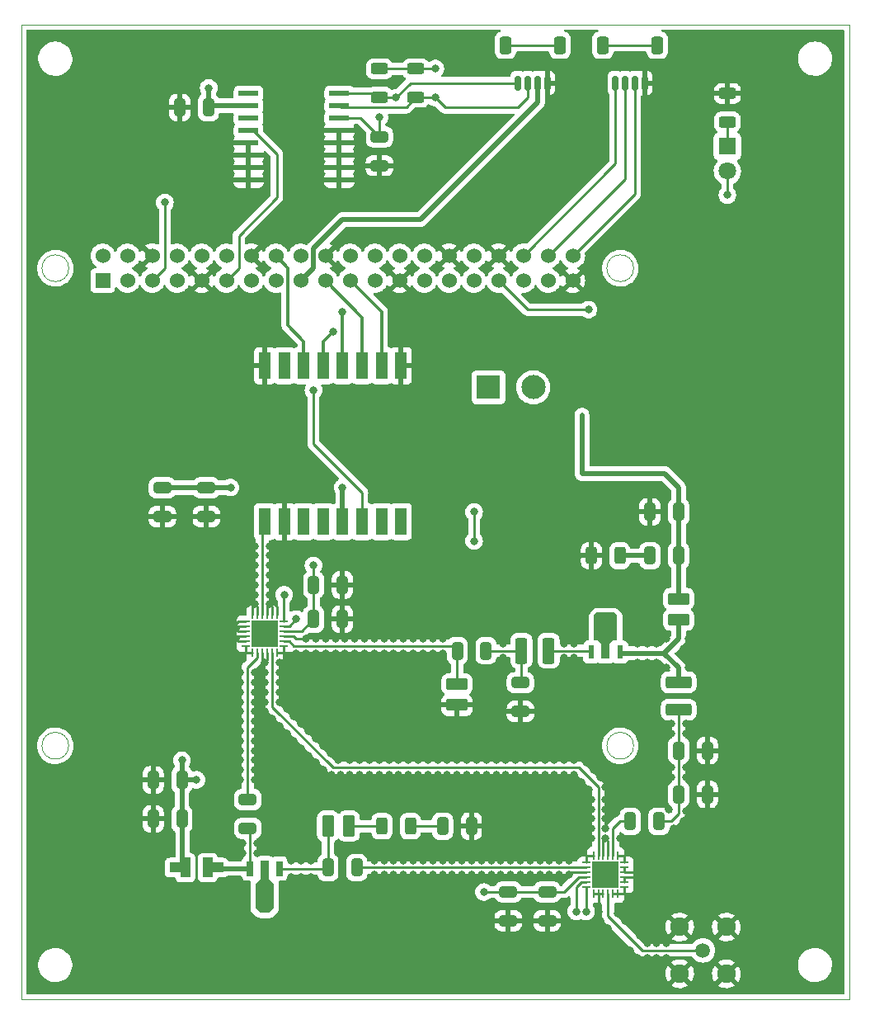
<source format=gbr>
%TF.GenerationSoftware,KiCad,Pcbnew,(6.0.7)*%
%TF.CreationDate,2022-12-06T03:37:50-06:00*%
%TF.ProjectId,Narwal_v1,4e617277-616c-45f7-9631-2e6b69636164,1*%
%TF.SameCoordinates,Original*%
%TF.FileFunction,Copper,L1,Top*%
%TF.FilePolarity,Positive*%
%FSLAX46Y46*%
G04 Gerber Fmt 4.6, Leading zero omitted, Abs format (unit mm)*
G04 Created by KiCad (PCBNEW (6.0.7)) date 2022-12-06 03:37:50*
%MOMM*%
%LPD*%
G01*
G04 APERTURE LIST*
G04 Aperture macros list*
%AMRoundRect*
0 Rectangle with rounded corners*
0 $1 Rounding radius*
0 $2 $3 $4 $5 $6 $7 $8 $9 X,Y pos of 4 corners*
0 Add a 4 corners polygon primitive as box body*
4,1,4,$2,$3,$4,$5,$6,$7,$8,$9,$2,$3,0*
0 Add four circle primitives for the rounded corners*
1,1,$1+$1,$2,$3*
1,1,$1+$1,$4,$5*
1,1,$1+$1,$6,$7*
1,1,$1+$1,$8,$9*
0 Add four rect primitives between the rounded corners*
20,1,$1+$1,$2,$3,$4,$5,0*
20,1,$1+$1,$4,$5,$6,$7,0*
20,1,$1+$1,$6,$7,$8,$9,0*
20,1,$1+$1,$8,$9,$2,$3,0*%
%AMFreePoly0*
4,1,21,0.503536,1.003536,0.505000,1.000000,0.505000,-1.000000,0.503536,-1.003536,0.500000,-1.005000,-0.500000,-1.005000,-0.503536,-1.003536,-0.505000,-1.000000,-0.505000,-0.505000,-1.600000,-0.505000,-1.603536,-0.503536,-1.605000,-0.500000,-1.605000,0.500000,-1.603536,0.503536,-1.600000,0.505000,-0.505000,0.505000,-0.505000,1.000000,-0.503536,1.003536,-0.500000,1.005000,0.500000,1.005000,
0.503536,1.003536,0.503536,1.003536,$1*%
%AMFreePoly1*
4,1,21,0.503536,1.003536,0.505000,1.000000,0.505000,0.505000,1.600000,0.505000,1.603536,0.503536,1.605000,0.500000,1.605000,-0.500000,1.603536,-0.503536,1.600000,-0.505000,0.505000,-0.505000,0.505000,-1.000000,0.503536,-1.003536,0.500000,-1.005000,-0.500000,-1.005000,-0.503536,-1.003536,-0.505000,-1.000000,-0.505000,1.000000,-0.503536,1.003536,-0.500000,1.005000,0.500000,1.005000,
0.503536,1.003536,0.503536,1.003536,$1*%
%AMFreePoly2*
4,1,37,3.720550,1.194255,3.722286,1.193536,3.722291,1.193524,3.722302,1.193519,4.023552,0.889469,4.024254,0.887752,4.025000,0.885950,4.025000,-0.885950,4.024254,-0.887752,4.023552,-0.889469,3.722302,-1.193519,3.722291,-1.193524,3.722286,-1.193536,3.720550,-1.194255,3.718773,-1.195001,3.718760,-1.194996,3.718750,-1.195000,1.200000,-1.195000,1.196464,-1.193536,1.195000,-1.190000,
1.195000,-0.782427,0.806025,-0.395000,-0.675000,-0.395000,-0.678536,-0.393536,-0.680000,-0.390000,-0.680000,0.390000,-0.678536,0.393536,-0.675000,0.395000,0.806025,0.395000,1.195000,0.782427,1.195000,1.190000,1.196464,1.193536,1.200000,1.195000,3.718750,1.195000,3.718760,1.194996,3.718773,1.195001,3.720550,1.194255,3.720550,1.194255,$1*%
%AMFreePoly3*
4,1,11,0.965200,2.159000,0.965200,-0.254000,0.457200,-0.762000,0.457200,-2.667000,-0.457200,-2.667000,-0.457200,-0.762000,-0.965200,-0.254000,-0.965200,2.159000,-0.457200,2.667000,0.457200,2.667000,0.965200,2.159000,0.965200,2.159000,$1*%
G04 Aperture macros list end*
%TA.AperFunction,Profile*%
%ADD10C,0.100000*%
%TD*%
%TA.AperFunction,Profile*%
%ADD11C,0.120000*%
%TD*%
%TA.AperFunction,ComponentPad*%
%ADD12R,2.480000X2.480000*%
%TD*%
%TA.AperFunction,ComponentPad*%
%ADD13C,2.480000*%
%TD*%
%TA.AperFunction,SMDPad,CuDef*%
%ADD14FreePoly0,0.000000*%
%TD*%
%TA.AperFunction,SMDPad,CuDef*%
%ADD15FreePoly1,0.000000*%
%TD*%
%TA.AperFunction,SMDPad,CuDef*%
%ADD16RoundRect,0.250000X-0.850000X0.375000X-0.850000X-0.375000X0.850000X-0.375000X0.850000X0.375000X0*%
%TD*%
%TA.AperFunction,SMDPad,CuDef*%
%ADD17RoundRect,0.250000X0.650000X-0.325000X0.650000X0.325000X-0.650000X0.325000X-0.650000X-0.325000X0*%
%TD*%
%TA.AperFunction,SMDPad,CuDef*%
%ADD18RoundRect,0.250000X0.312500X0.625000X-0.312500X0.625000X-0.312500X-0.625000X0.312500X-0.625000X0*%
%TD*%
%TA.AperFunction,SMDPad,CuDef*%
%ADD19RoundRect,0.250000X-0.375000X-1.075000X0.375000X-1.075000X0.375000X1.075000X-0.375000X1.075000X0*%
%TD*%
%TA.AperFunction,SMDPad,CuDef*%
%ADD20RoundRect,0.250000X-0.625000X0.312500X-0.625000X-0.312500X0.625000X-0.312500X0.625000X0.312500X0*%
%TD*%
%TA.AperFunction,SMDPad,CuDef*%
%ADD21R,0.850000X0.250000*%
%TD*%
%TA.AperFunction,SMDPad,CuDef*%
%ADD22R,0.250000X0.850000*%
%TD*%
%TA.AperFunction,SMDPad,CuDef*%
%ADD23R,2.700000X2.700000*%
%TD*%
%TA.AperFunction,SMDPad,CuDef*%
%ADD24RoundRect,0.250000X-0.325000X-0.650000X0.325000X-0.650000X0.325000X0.650000X-0.325000X0.650000X0*%
%TD*%
%TA.AperFunction,SMDPad,CuDef*%
%ADD25RoundRect,0.150000X0.150000X0.625000X-0.150000X0.625000X-0.150000X-0.625000X0.150000X-0.625000X0*%
%TD*%
%TA.AperFunction,SMDPad,CuDef*%
%ADD26RoundRect,0.250000X0.350000X0.650000X-0.350000X0.650000X-0.350000X-0.650000X0.350000X-0.650000X0*%
%TD*%
%TA.AperFunction,ComponentPad*%
%ADD27R,1.524000X1.524000*%
%TD*%
%TA.AperFunction,ComponentPad*%
%ADD28C,1.524000*%
%TD*%
%TA.AperFunction,SMDPad,CuDef*%
%ADD29RoundRect,0.250000X-0.650000X0.325000X-0.650000X-0.325000X0.650000X-0.325000X0.650000X0.325000X0*%
%TD*%
%TA.AperFunction,SMDPad,CuDef*%
%ADD30R,0.610000X1.350000*%
%TD*%
%TA.AperFunction,SMDPad,CuDef*%
%ADD31FreePoly2,90.000000*%
%TD*%
%TA.AperFunction,SMDPad,CuDef*%
%ADD32RoundRect,0.041300X-0.983700X-0.253700X0.983700X-0.253700X0.983700X0.253700X-0.983700X0.253700X0*%
%TD*%
%TA.AperFunction,SMDPad,CuDef*%
%ADD33RoundRect,0.250000X0.325000X0.650000X-0.325000X0.650000X-0.325000X-0.650000X0.325000X-0.650000X0*%
%TD*%
%TA.AperFunction,ComponentPad*%
%ADD34C,1.508000*%
%TD*%
%TA.AperFunction,ComponentPad*%
%ADD35C,1.920000*%
%TD*%
%TA.AperFunction,SMDPad,CuDef*%
%ADD36RoundRect,0.250000X-0.312500X-0.625000X0.312500X-0.625000X0.312500X0.625000X-0.312500X0.625000X0*%
%TD*%
%TA.AperFunction,ComponentPad*%
%ADD37R,1.800000X1.800000*%
%TD*%
%TA.AperFunction,ComponentPad*%
%ADD38C,1.800000*%
%TD*%
%TA.AperFunction,SMDPad,CuDef*%
%ADD39R,1.200000X2.800000*%
%TD*%
%TA.AperFunction,SMDPad,CuDef*%
%ADD40RoundRect,0.250000X-1.075000X0.375000X-1.075000X-0.375000X1.075000X-0.375000X1.075000X0.375000X0*%
%TD*%
%TA.AperFunction,SMDPad,CuDef*%
%ADD41RoundRect,0.250000X0.625000X-0.312500X0.625000X0.312500X-0.625000X0.312500X-0.625000X-0.312500X0*%
%TD*%
%TA.AperFunction,SMDPad,CuDef*%
%ADD42RoundRect,0.250000X-0.375000X-0.850000X0.375000X-0.850000X0.375000X0.850000X-0.375000X0.850000X0*%
%TD*%
%TA.AperFunction,SMDPad,CuDef*%
%ADD43R,0.711200X1.498600*%
%TD*%
%TA.AperFunction,SMDPad,CuDef*%
%ADD44FreePoly3,180.000000*%
%TD*%
%TA.AperFunction,ViaPad*%
%ADD45C,0.800000*%
%TD*%
%TA.AperFunction,Conductor*%
%ADD46C,0.250000*%
%TD*%
%TA.AperFunction,Conductor*%
%ADD47C,0.293370*%
%TD*%
%TA.AperFunction,Conductor*%
%ADD48C,0.500000*%
%TD*%
%TA.AperFunction,Conductor*%
%ADD49C,0.300000*%
%TD*%
G04 APERTURE END LIST*
D10*
X100000000Y-50000000D02*
X185000000Y-50000000D01*
X185000000Y-50000000D02*
X185000000Y-150000000D01*
X185000000Y-150000000D02*
X100000000Y-150000000D01*
X100000000Y-150000000D02*
X100000000Y-50000000D01*
D11*
%TO.C,A1*%
X162875000Y-75000000D02*
G75*
G03*
X162875000Y-75000000I-1375000J0D01*
G01*
X162875000Y-124000000D02*
G75*
G03*
X162875000Y-124000000I-1375000J0D01*
G01*
X104875000Y-124000000D02*
G75*
G03*
X104875000Y-124000000I-1375000J0D01*
G01*
X104875000Y-75000000D02*
G75*
G03*
X104875000Y-75000000I-1375000J0D01*
G01*
%TD*%
D12*
%TO.P,SW1,1,A*%
%TO.N,+5V*%
X147977500Y-87227500D03*
D13*
%TO.P,SW1,2,B*%
%TO.N,Net-(C8-Pad1)*%
X152577500Y-87227500D03*
%TD*%
D14*
%TO.P,L4,1*%
%TO.N,+5V*%
X116850000Y-136500000D03*
D15*
%TO.P,L4,2*%
%TO.N,Net-(C5-Pad1)*%
X119150000Y-136500000D03*
%TD*%
D16*
%TO.P,L1,1,1*%
%TO.N,PAMP-TRX*%
X144750000Y-117675000D03*
%TO.P,L1,2,2*%
%TO.N,GND*%
X144750000Y-119825000D03*
%TD*%
D17*
%TO.P,C5,1*%
%TO.N,Net-(C5-Pad1)*%
X123250000Y-132475000D03*
%TO.P,C5,2*%
%TO.N,LNA-TRX*%
X123250000Y-129525000D03*
%TD*%
D18*
%TO.P,R2,1*%
%TO.N,Net-(C9-Pad2)*%
X161462500Y-104500000D03*
%TO.P,R2,2*%
%TO.N,GND*%
X158537500Y-104500000D03*
%TD*%
D19*
%TO.P,L3,1,1*%
%TO.N,Net-(C1-Pad2)*%
X151350000Y-114250000D03*
%TO.P,L3,2,2*%
%TO.N,Net-(L3-Pad2)*%
X154150000Y-114250000D03*
%TD*%
D20*
%TO.P,R3,1*%
%TO.N,+5V*%
X140525000Y-54537500D03*
%TO.P,R3,2*%
%TO.N,SDA*%
X140525000Y-57462500D03*
%TD*%
D21*
%TO.P,IC2,1,GND_1*%
%TO.N,GND*%
X161950000Y-138500000D03*
%TO.P,IC2,2,GND_2*%
X161950000Y-138000000D03*
%TO.P,IC2,3,GND_3*%
X161950000Y-137500000D03*
%TO.P,IC2,4,GND_4*%
X161950000Y-137000000D03*
%TO.P,IC2,5,RF4*%
X161950000Y-136500000D03*
%TO.P,IC2,6,GND_5*%
X161950000Y-136000000D03*
D22*
%TO.P,IC2,7,GND_6*%
X161250000Y-135300000D03*
%TO.P,IC2,8,RF3*%
%TO.N,PAMP-ANT*%
X160750000Y-135300000D03*
%TO.P,IC2,9,GND_7*%
%TO.N,GND*%
X160250000Y-135300000D03*
%TO.P,IC2,10,GND_8*%
X159750000Y-135300000D03*
%TO.P,IC2,11,RF2*%
%TO.N,NOAMP*%
X159250000Y-135300000D03*
%TO.P,IC2,12,GND_9*%
%TO.N,GND*%
X158750000Y-135300000D03*
D21*
%TO.P,IC2,13,GND_10*%
X158050000Y-136000000D03*
%TO.P,IC2,14,RF1*%
%TO.N,LNA-ANT*%
X158050000Y-136500000D03*
%TO.P,IC2,15,GND_11*%
%TO.N,GND*%
X158050000Y-137000000D03*
%TO.P,IC2,16,VDD*%
%TO.N,+5V*%
X158050000Y-137500000D03*
%TO.P,IC2,17,CONTROL_1*%
%TO.N,CTRL1B*%
X158050000Y-138000000D03*
%TO.P,IC2,18,CONTROL_2*%
%TO.N,CTRL2B*%
X158050000Y-138500000D03*
D22*
%TO.P,IC2,19,CONTROL_3*%
%TO.N,GND*%
X158750000Y-139200000D03*
%TO.P,IC2,20,GND_12*%
X159250000Y-139200000D03*
%TO.P,IC2,21,GND_13*%
X159750000Y-139200000D03*
%TO.P,IC2,22,RF_COM*%
%TO.N,Net-(IC2-Pad22)*%
X160250000Y-139200000D03*
%TO.P,IC2,23,GND_14*%
%TO.N,GND*%
X160750000Y-139200000D03*
%TO.P,IC2,24,GND_15*%
X161250000Y-139200000D03*
D23*
%TO.P,IC2,25,PADDLE*%
X160000000Y-137250000D03*
%TD*%
D24*
%TO.P,C10,1*%
%TO.N,Net-(C10-Pad1)*%
X167500000Y-124500000D03*
%TO.P,C10,2*%
%TO.N,GND*%
X170450000Y-124500000D03*
%TD*%
D25*
%TO.P,J3,1,Pin_1*%
%TO.N,GND*%
X164000000Y-56000000D03*
%TO.P,J3,2,Pin_2*%
%TO.N,BUT3*%
X163000000Y-56000000D03*
%TO.P,J3,3,Pin_3*%
%TO.N,BUT2*%
X162000000Y-56000000D03*
%TO.P,J3,4,Pin_4*%
%TO.N,BUT1*%
X161000000Y-56000000D03*
D26*
%TO.P,J3,MP,Pin_1*%
%TO.N,unconnected-(J3-PadMP)*%
X159700000Y-52125000D03*
X165300000Y-52125000D03*
%TD*%
D16*
%TO.P,L5,1,1*%
%TO.N,Net-(C8-Pad1)*%
X167500000Y-108925000D03*
%TO.P,L5,2,2*%
%TO.N,Net-(L5-Pad2)*%
X167500000Y-111075000D03*
%TD*%
D27*
%TO.P,A1,1,3V3[1]*%
%TO.N,unconnected-(A1-Pad1)*%
X108370000Y-76270000D03*
D28*
%TO.P,A1,2,5V[1]*%
%TO.N,+5V*%
X108370000Y-73730000D03*
%TO.P,A1,3,GPIO2/SDA*%
%TO.N,SDA*%
X110910000Y-76270000D03*
%TO.P,A1,4,5V[2]*%
%TO.N,+5V*%
X110910000Y-73730000D03*
%TO.P,A1,5,GPIO3/SCL*%
%TO.N,SCL*%
X113450000Y-76270000D03*
%TO.P,A1,6,GND[8]*%
%TO.N,GND*%
X113450000Y-73730000D03*
%TO.P,A1,7,GPIO4/GPCKL0*%
%TO.N,unconnected-(A1-Pad7)*%
X115990000Y-76270000D03*
%TO.P,A1,8,TXD0/GPIO14*%
%TO.N,unconnected-(A1-Pad8)*%
X115990000Y-73730000D03*
%TO.P,A1,9,GND[1]*%
%TO.N,GND*%
X118530000Y-76270000D03*
%TO.P,A1,10,RXD0/GPIO15*%
%TO.N,unconnected-(A1-Pad10)*%
X118530000Y-73730000D03*
%TO.P,A1,11,GPIO17/GEN0*%
%TO.N,RST-RTC*%
X121070000Y-76270000D03*
%TO.P,A1,12,GPIO18*%
%TO.N,unconnected-(A1-Pad12)*%
X121070000Y-73730000D03*
%TO.P,A1,13,GPIO27/GEN2*%
%TO.N,unconnected-(A1-Pad13)*%
X123610000Y-76270000D03*
%TO.P,A1,14,GND[4]*%
%TO.N,GND*%
X123610000Y-73730000D03*
%TO.P,A1,15,GPIO22/GEN3*%
%TO.N,unconnected-(A1-Pad15)*%
X126150000Y-76270000D03*
%TO.P,A1,16,GEN4/GPIO23*%
%TO.N,RST-TRX*%
X126150000Y-73730000D03*
%TO.P,A1,17,3V3[2]*%
%TO.N,+3.3V*%
X128690000Y-76270000D03*
%TO.P,A1,18,GEN5/GPIO24*%
%TO.N,DIO0*%
X128690000Y-73730000D03*
%TO.P,A1,19,GPIO10/MOSI*%
%TO.N,MOSI*%
X131230000Y-76270000D03*
%TO.P,A1,20,GND[5]*%
%TO.N,GND*%
X131230000Y-73730000D03*
%TO.P,A1,21,GPIO9/MISO*%
%TO.N,MISO*%
X133770000Y-76270000D03*
%TO.P,A1,22,GEN/6GPIO25*%
%TO.N,unconnected-(A1-Pad22)*%
X133770000Y-73730000D03*
%TO.P,A1,23,GPIO11/SCLK*%
%TO.N,SCLK*%
X136310000Y-76270000D03*
%TO.P,A1,24,~{CE0}/GPIO8*%
%TO.N,unconnected-(A1-Pad24)*%
X136310000Y-73730000D03*
%TO.P,A1,25,GND[2]*%
%TO.N,GND*%
X138850000Y-76270000D03*
%TO.P,A1,26,~{CE1/}GPIO7*%
%TO.N,CS*%
X138850000Y-73730000D03*
%TO.P,A1,27,ID_SD*%
%TO.N,unconnected-(A1-Pad27)*%
X141390000Y-76270000D03*
%TO.P,A1,28,ID_SC*%
%TO.N,unconnected-(A1-Pad28)*%
X141390000Y-73730000D03*
%TO.P,A1,29,GPIO5*%
%TO.N,unconnected-(A1-Pad29)*%
X143930000Y-76270000D03*
%TO.P,A1,30,GND[6]*%
%TO.N,GND*%
X143930000Y-73730000D03*
%TO.P,A1,31,GPIO6*%
%TO.N,CTRL1A*%
X146470000Y-76270000D03*
%TO.P,A1,32,GPIO12*%
%TO.N,unconnected-(A1-Pad32)*%
X146470000Y-73730000D03*
%TO.P,A1,33,GPIO13*%
%TO.N,CTRL1B*%
X149010000Y-76270000D03*
%TO.P,A1,34,GND[7]*%
%TO.N,GND*%
X149010000Y-73730000D03*
%TO.P,A1,35,GPIO19*%
%TO.N,CTRL2A*%
X151550000Y-76270000D03*
%TO.P,A1,36,GPIO16*%
%TO.N,BUT1*%
X151550000Y-73730000D03*
%TO.P,A1,37,GPIO26*%
%TO.N,CTRL2B*%
X154090000Y-76270000D03*
%TO.P,A1,38,GPIO20*%
%TO.N,BUT2*%
X154090000Y-73730000D03*
%TO.P,A1,39,GND[3]*%
%TO.N,GND*%
X156630000Y-76270000D03*
%TO.P,A1,40,GPIO21*%
%TO.N,BUT3*%
X156630000Y-73730000D03*
%TD*%
D29*
%TO.P,C16,1*%
%TO.N,+5V*%
X154000000Y-139000000D03*
%TO.P,C16,2*%
%TO.N,GND*%
X154000000Y-141950000D03*
%TD*%
D30*
%TO.P,U1,1*%
%TO.N,Net-(L3-Pad2)*%
X158507500Y-114394000D03*
D31*
%TO.P,U1,2,GND*%
%TO.N,GND*%
X160002500Y-114394000D03*
D30*
%TO.P,U1,3*%
%TO.N,Net-(L5-Pad2)*%
X161497500Y-114394000D03*
%TD*%
D29*
%TO.P,C18,1*%
%TO.N,+5V*%
X150000000Y-139000000D03*
%TO.P,C18,2*%
%TO.N,GND*%
X150000000Y-141950000D03*
%TD*%
D24*
%TO.P,C17,1*%
%TO.N,+5V*%
X130025000Y-107500000D03*
%TO.P,C17,2*%
%TO.N,GND*%
X132975000Y-107500000D03*
%TD*%
D17*
%TO.P,C14,1*%
%TO.N,GND*%
X119000000Y-100475000D03*
%TO.P,C14,2*%
%TO.N,+3.3V*%
X119000000Y-97525000D03*
%TD*%
D24*
%TO.P,C15,1*%
%TO.N,+5V*%
X130025000Y-111000000D03*
%TO.P,C15,2*%
%TO.N,GND*%
X132975000Y-111000000D03*
%TD*%
%TO.P,C19,1*%
%TO.N,GND*%
X116275000Y-58500000D03*
%TO.P,C19,2*%
%TO.N,+5V*%
X119225000Y-58500000D03*
%TD*%
D32*
%TO.P,U4,1,32KHZ*%
%TO.N,unconnected-(U4-Pad1)*%
X123345000Y-57055000D03*
%TO.P,U4,2,VCC*%
%TO.N,+5V*%
X123345000Y-58325000D03*
%TO.P,U4,3,~{INT}/SQW*%
%TO.N,unconnected-(U4-Pad3)*%
X123345000Y-59595000D03*
%TO.P,U4,4,~{RST}*%
%TO.N,RST-RTC*%
X123345000Y-60865000D03*
%TO.P,U4,5,GND*%
%TO.N,GND*%
X123345000Y-62135000D03*
%TO.P,U4,6,GND*%
X123345000Y-63405000D03*
%TO.P,U4,7,GND*%
X123345000Y-64675000D03*
%TO.P,U4,8,GND*%
X123345000Y-65945000D03*
%TO.P,U4,9,GND*%
X132655000Y-65945000D03*
%TO.P,U4,10,GND*%
X132655000Y-64675000D03*
%TO.P,U4,11,GND*%
X132655000Y-63405000D03*
%TO.P,U4,12,GND*%
X132655000Y-62135000D03*
%TO.P,U4,13,GND*%
X132655000Y-60865000D03*
%TO.P,U4,14,VBAT*%
%TO.N,Net-(BT1-PadP)*%
X132655000Y-59595000D03*
%TO.P,U4,15,SDA*%
%TO.N,SDA*%
X132655000Y-58325000D03*
%TO.P,U4,16,SCL*%
%TO.N,SCL*%
X132655000Y-57055000D03*
%TD*%
D24*
%TO.P,C4,1*%
%TO.N,Net-(C4-Pad1)*%
X143275000Y-132250000D03*
%TO.P,C4,2*%
%TO.N,GND*%
X146225000Y-132250000D03*
%TD*%
%TO.P,C1,1*%
%TO.N,PAMP-TRX*%
X144775000Y-114250000D03*
%TO.P,C1,2*%
%TO.N,Net-(C1-Pad2)*%
X147725000Y-114250000D03*
%TD*%
D29*
%TO.P,C20,1*%
%TO.N,Net-(BT1-PadP)*%
X136775000Y-61525000D03*
%TO.P,C20,2*%
%TO.N,GND*%
X136775000Y-64475000D03*
%TD*%
D33*
%TO.P,C2,1*%
%TO.N,LNA-ANT*%
X134450000Y-136500000D03*
%TO.P,C2,2*%
%TO.N,Net-(C2-Pad2)*%
X131500000Y-136500000D03*
%TD*%
%TO.P,C6,1*%
%TO.N,+5V*%
X116500000Y-127500000D03*
%TO.P,C6,2*%
%TO.N,GND*%
X113550000Y-127500000D03*
%TD*%
%TO.P,C8,1*%
%TO.N,Net-(C8-Pad1)*%
X167500000Y-100000000D03*
%TO.P,C8,2*%
%TO.N,GND*%
X164550000Y-100000000D03*
%TD*%
D34*
%TO.P,J1,1*%
%TO.N,Net-(IC2-Pad22)*%
X170000000Y-145000000D03*
D35*
%TO.P,J1,G1*%
%TO.N,GND*%
X167600000Y-142600000D03*
%TO.P,J1,G2*%
X167600000Y-147400000D03*
%TO.P,J1,G3*%
X172400000Y-147400000D03*
%TO.P,J1,G4*%
X172400000Y-142600000D03*
%TD*%
D36*
%TO.P,R1,1*%
%TO.N,Net-(L2-Pad2)*%
X137037500Y-132250000D03*
%TO.P,R1,2*%
%TO.N,Net-(C4-Pad1)*%
X139962500Y-132250000D03*
%TD*%
D37*
%TO.P,D1,1,K*%
%TO.N,Net-(D1-Pad1)*%
X172500000Y-62500000D03*
D38*
%TO.P,D1,2,A*%
%TO.N,+5V*%
X172500000Y-65040000D03*
%TD*%
D17*
%TO.P,C13,1*%
%TO.N,GND*%
X114500000Y-100475000D03*
%TO.P,C13,2*%
%TO.N,+3.3V*%
X114500000Y-97525000D03*
%TD*%
D39*
%TO.P,U3,1,GND*%
%TO.N,GND*%
X139000000Y-85000000D03*
%TO.P,U3,2,MISO*%
%TO.N,MISO*%
X137000000Y-85000000D03*
%TO.P,U3,3,MOSI*%
%TO.N,MOSI*%
X135000000Y-85000000D03*
%TO.P,U3,4,SCK*%
%TO.N,SCLK*%
X133000000Y-85000000D03*
%TO.P,U3,5,NSS*%
%TO.N,CS*%
X131000000Y-85000000D03*
%TO.P,U3,6,RESET*%
%TO.N,RST-TRX*%
X129000000Y-85000000D03*
%TO.P,U3,7,DIO5*%
%TO.N,unconnected-(U3-Pad7)*%
X127000000Y-85000000D03*
%TO.P,U3,8,GND*%
%TO.N,GND*%
X125000000Y-85000000D03*
%TO.P,U3,9,ANT*%
%TO.N,TRX*%
X125000000Y-101000000D03*
%TO.P,U3,10,GND*%
%TO.N,GND*%
X127000000Y-101000000D03*
%TO.P,U3,11,DIO3*%
%TO.N,unconnected-(U3-Pad11)*%
X129000000Y-101000000D03*
%TO.P,U3,12,DIO4*%
%TO.N,unconnected-(U3-Pad12)*%
X131000000Y-101000000D03*
%TO.P,U3,13,3.3V*%
%TO.N,+3.3V*%
X133000000Y-101000000D03*
%TO.P,U3,14,DIO0*%
%TO.N,DIO0*%
X135000000Y-101000000D03*
%TO.P,U3,15,DIO1*%
%TO.N,unconnected-(U3-Pad15)*%
X137000000Y-101000000D03*
%TO.P,U3,16,DIO2*%
%TO.N,unconnected-(U3-Pad16)*%
X139000000Y-101000000D03*
%TD*%
D40*
%TO.P,L6,1,1*%
%TO.N,Net-(L5-Pad2)*%
X167500000Y-117500000D03*
%TO.P,L6,2,2*%
%TO.N,Net-(C10-Pad1)*%
X167500000Y-120300000D03*
%TD*%
D33*
%TO.P,C12,1*%
%TO.N,Net-(C10-Pad1)*%
X165475000Y-131750000D03*
%TO.P,C12,2*%
%TO.N,PAMP-ANT*%
X162525000Y-131750000D03*
%TD*%
D41*
%TO.P,R5,1*%
%TO.N,Net-(D1-Pad1)*%
X172500000Y-60000000D03*
%TO.P,R5,2*%
%TO.N,GND*%
X172500000Y-57075000D03*
%TD*%
D20*
%TO.P,R4,1*%
%TO.N,+5V*%
X136775000Y-54537500D03*
%TO.P,R4,2*%
%TO.N,SCL*%
X136775000Y-57462500D03*
%TD*%
D42*
%TO.P,L2,1,1*%
%TO.N,Net-(C2-Pad2)*%
X131500000Y-132250000D03*
%TO.P,L2,2,2*%
%TO.N,Net-(L2-Pad2)*%
X133650000Y-132250000D03*
%TD*%
D29*
%TO.P,C3,1*%
%TO.N,Net-(C1-Pad2)*%
X151250000Y-117525000D03*
%TO.P,C3,2*%
%TO.N,GND*%
X151250000Y-120475000D03*
%TD*%
D33*
%TO.P,C7,1*%
%TO.N,+5V*%
X116500000Y-131500000D03*
%TO.P,C7,2*%
%TO.N,GND*%
X113550000Y-131500000D03*
%TD*%
%TO.P,C9,1*%
%TO.N,Net-(C8-Pad1)*%
X167500000Y-104500000D03*
%TO.P,C9,2*%
%TO.N,Net-(C9-Pad2)*%
X164550000Y-104500000D03*
%TD*%
D21*
%TO.P,IC1,1,GND_1*%
%TO.N,GND*%
X123050000Y-111250000D03*
%TO.P,IC1,2,GND_2*%
X123050000Y-111750000D03*
%TO.P,IC1,3,GND_3*%
X123050000Y-112250000D03*
%TO.P,IC1,4,GND_4*%
X123050000Y-112750000D03*
%TO.P,IC1,5,RF4*%
X123050000Y-113250000D03*
%TO.P,IC1,6,GND_5*%
X123050000Y-113750000D03*
D22*
%TO.P,IC1,7,GND_6*%
X123750000Y-114450000D03*
%TO.P,IC1,8,RF3*%
%TO.N,LNA-TRX*%
X124250000Y-114450000D03*
%TO.P,IC1,9,GND_7*%
%TO.N,GND*%
X124750000Y-114450000D03*
%TO.P,IC1,10,GND_8*%
X125250000Y-114450000D03*
%TO.P,IC1,11,RF2*%
%TO.N,NOAMP*%
X125750000Y-114450000D03*
%TO.P,IC1,12,GND_9*%
%TO.N,GND*%
X126250000Y-114450000D03*
D21*
%TO.P,IC1,13,GND_10*%
X126950000Y-113750000D03*
%TO.P,IC1,14,RF1*%
%TO.N,PAMP-TRX*%
X126950000Y-113250000D03*
%TO.P,IC1,15,GND_11*%
%TO.N,GND*%
X126950000Y-112750000D03*
%TO.P,IC1,16,VDD*%
%TO.N,+5V*%
X126950000Y-112250000D03*
%TO.P,IC1,17,CONTROL_1*%
%TO.N,CTRL1A*%
X126950000Y-111750000D03*
%TO.P,IC1,18,CONTROL_2*%
%TO.N,CTRL2A*%
X126950000Y-111250000D03*
D22*
%TO.P,IC1,19,CONTROL_3*%
%TO.N,GND*%
X126250000Y-110550000D03*
%TO.P,IC1,20,GND_12*%
X125750000Y-110550000D03*
%TO.P,IC1,21,GND_13*%
X125250000Y-110550000D03*
%TO.P,IC1,22,RF_COM*%
%TO.N,TRX*%
X124750000Y-110550000D03*
%TO.P,IC1,23,GND_14*%
%TO.N,GND*%
X124250000Y-110550000D03*
%TO.P,IC1,24,GND_15*%
X123750000Y-110550000D03*
D23*
%TO.P,IC1,25,PADDLE*%
X125000000Y-112500000D03*
%TD*%
D24*
%TO.P,C11,1*%
%TO.N,Net-(C10-Pad1)*%
X167500000Y-129000000D03*
%TO.P,C11,2*%
%TO.N,GND*%
X170450000Y-129000000D03*
%TD*%
D43*
%TO.P,U2,1*%
%TO.N,Net-(C2-Pad2)*%
X126498600Y-136595000D03*
D44*
%TO.P,U2,2,GND*%
%TO.N,GND*%
X125000000Y-138500000D03*
D43*
%TO.P,U2,3*%
%TO.N,Net-(C5-Pad1)*%
X123501400Y-136595000D03*
%TD*%
D25*
%TO.P,J2,1,Pin_1*%
%TO.N,GND*%
X154000000Y-56000000D03*
%TO.P,J2,2,Pin_2*%
%TO.N,+3.3V*%
X153000000Y-56000000D03*
%TO.P,J2,3,Pin_3*%
%TO.N,SDA*%
X152000000Y-56000000D03*
%TO.P,J2,4,Pin_4*%
%TO.N,SCL*%
X151000000Y-56000000D03*
D26*
%TO.P,J2,MP,Pin_1*%
%TO.N,unconnected-(J2-PadMP)*%
X155300000Y-52125000D03*
X149700000Y-52125000D03*
%TD*%
D45*
%TO.N,CTRL1A*%
X146500000Y-100000000D03*
X146500000Y-103000000D03*
X128250000Y-111000000D03*
%TO.N,CTRL1B*%
X158250000Y-79250000D03*
X157000000Y-141000000D03*
%TO.N,GND*%
X141250000Y-135750000D03*
X128000000Y-121000000D03*
X125500000Y-104500000D03*
X124000000Y-106500000D03*
X158500000Y-131500000D03*
X160000000Y-137250000D03*
X163500000Y-137250000D03*
X126500000Y-117500000D03*
X159500000Y-127250000D03*
X134250000Y-113000000D03*
X164250000Y-145750000D03*
X140250000Y-137250000D03*
X166250000Y-144250000D03*
X168500000Y-113000000D03*
X130250000Y-125750000D03*
X131250000Y-114500000D03*
X168250000Y-130750000D03*
X122000000Y-113000000D03*
X148000000Y-132250000D03*
X159500000Y-112000000D03*
X148750000Y-127000000D03*
X167000000Y-132500000D03*
X159250000Y-141000000D03*
X124000000Y-109500000D03*
X139250000Y-113000000D03*
X124000000Y-108500000D03*
X154250000Y-137250000D03*
X136750000Y-125500000D03*
X152750000Y-125500000D03*
X137250000Y-113000000D03*
X123000000Y-99750000D03*
X154750000Y-125500000D03*
X155750000Y-115000000D03*
X149500000Y-115000000D03*
X134750000Y-127000000D03*
X165250000Y-145750000D03*
X147750000Y-127000000D03*
X160000000Y-129500000D03*
X166750000Y-126250000D03*
X159500000Y-111000000D03*
X155750000Y-127000000D03*
X122500000Y-119500000D03*
X161250000Y-141250000D03*
X156750000Y-115000000D03*
X124000000Y-125500000D03*
X125000000Y-112500000D03*
X123000000Y-100750000D03*
X150250000Y-135750000D03*
X146250000Y-135750000D03*
X126500000Y-116500000D03*
X147750000Y-125500000D03*
X123000000Y-101750000D03*
X129250000Y-114500000D03*
X168500000Y-116000000D03*
X125000000Y-115500000D03*
X147250000Y-137250000D03*
X138750000Y-127000000D03*
X153750000Y-127000000D03*
X125500000Y-109500000D03*
X142250000Y-135750000D03*
X129250000Y-113000000D03*
X145250000Y-135750000D03*
X127750000Y-135750000D03*
X149500000Y-113500000D03*
X163000000Y-134250000D03*
X128750000Y-137500000D03*
X125500000Y-139250000D03*
X130250000Y-113000000D03*
X141250000Y-113000000D03*
X148750000Y-125500000D03*
X165250000Y-144250000D03*
X127250000Y-120250000D03*
X125750000Y-111750000D03*
X122500000Y-124500000D03*
X121750000Y-128250000D03*
X148250000Y-137250000D03*
X124500000Y-140250000D03*
X144750000Y-127000000D03*
X151750000Y-125500000D03*
X125000000Y-116500000D03*
X124000000Y-116500000D03*
X150750000Y-127000000D03*
X124000000Y-121500000D03*
X128750000Y-135750000D03*
X153750000Y-125500000D03*
X124000000Y-123500000D03*
X161000000Y-131000000D03*
X124000000Y-105500000D03*
X154250000Y-135750000D03*
X153250000Y-135750000D03*
X136250000Y-113000000D03*
X164250000Y-115500000D03*
X148250000Y-135750000D03*
X158750000Y-126500000D03*
X141750000Y-125500000D03*
X166250000Y-116000000D03*
X142250000Y-113000000D03*
X166750000Y-127250000D03*
X122500000Y-126500000D03*
X124000000Y-126500000D03*
X124250000Y-134000000D03*
X149250000Y-137250000D03*
X160250000Y-142750000D03*
X137750000Y-127000000D03*
X128000000Y-123500000D03*
X168000000Y-114000000D03*
X140250000Y-135750000D03*
X142750000Y-125500000D03*
X156750000Y-125500000D03*
X163500000Y-143500000D03*
X136750000Y-127000000D03*
X127250000Y-122750000D03*
X156250000Y-137250000D03*
X163250000Y-145750000D03*
X135250000Y-113000000D03*
X122750000Y-134000000D03*
X168250000Y-122750000D03*
X132250000Y-114500000D03*
X153250000Y-137250000D03*
X156750000Y-113500000D03*
X156250000Y-135750000D03*
X124000000Y-120500000D03*
X163000000Y-140250000D03*
X122500000Y-115000000D03*
X147250000Y-135750000D03*
X151250000Y-137250000D03*
X146250000Y-137250000D03*
X168250000Y-126250000D03*
X122750000Y-135000000D03*
X158000000Y-125750000D03*
X136250000Y-137250000D03*
X141250000Y-137250000D03*
X122500000Y-125500000D03*
X125000000Y-120500000D03*
X140750000Y-125500000D03*
X139250000Y-114500000D03*
X127500000Y-115000000D03*
X143250000Y-114500000D03*
X143250000Y-135750000D03*
X135250000Y-114500000D03*
X145750000Y-125500000D03*
X125000000Y-138250000D03*
X144250000Y-137250000D03*
X137250000Y-114500000D03*
X162500000Y-145000000D03*
X152250000Y-135750000D03*
X158500000Y-129500000D03*
X158250000Y-128500000D03*
X125500000Y-105500000D03*
X163250000Y-115500000D03*
X123000000Y-102750000D03*
X138250000Y-114500000D03*
X160000000Y-128250000D03*
X161500000Y-144750000D03*
X125000000Y-119500000D03*
X125750000Y-113250000D03*
X159250000Y-136500000D03*
X166750000Y-121750000D03*
X140250000Y-114500000D03*
X126500000Y-119500000D03*
X135750000Y-125500000D03*
X125500000Y-108500000D03*
X165250000Y-113500000D03*
X145250000Y-137250000D03*
X132500000Y-125500000D03*
X124000000Y-104500000D03*
X134750000Y-125500000D03*
X125750000Y-121250000D03*
X157500000Y-127750000D03*
X125500000Y-140250000D03*
X131750000Y-124750000D03*
X160000000Y-131500000D03*
X145750000Y-127000000D03*
X142250000Y-114500000D03*
X160500000Y-111000000D03*
X166250000Y-113000000D03*
X168250000Y-121750000D03*
X155750000Y-113500000D03*
X143250000Y-137250000D03*
X126500000Y-118500000D03*
X132825000Y-127000000D03*
X138250000Y-137250000D03*
X155250000Y-137250000D03*
X125500000Y-107500000D03*
X164250000Y-144250000D03*
X124000000Y-124500000D03*
X128250000Y-114500000D03*
X122500000Y-120500000D03*
X151250000Y-135750000D03*
X122500000Y-122500000D03*
X158500000Y-130500000D03*
X124000000Y-107500000D03*
X155750000Y-125500000D03*
X140750000Y-127000000D03*
X124750000Y-128250000D03*
X157000000Y-134250000D03*
X146750000Y-127000000D03*
X134250000Y-114500000D03*
X122500000Y-127500000D03*
X124000000Y-127500000D03*
X137250000Y-135750000D03*
X160000000Y-113000000D03*
X131900000Y-127000000D03*
X130250000Y-114500000D03*
X168000000Y-115000000D03*
X128750000Y-121750000D03*
X131250000Y-113000000D03*
X133750000Y-125500000D03*
X133250000Y-113000000D03*
X142750000Y-127000000D03*
X122500000Y-116500000D03*
X146750000Y-125500000D03*
X122000000Y-112000000D03*
X144250000Y-135750000D03*
X126500000Y-122000000D03*
X137750000Y-125500000D03*
X122500000Y-118500000D03*
X159500000Y-142000000D03*
X136250000Y-114500000D03*
X152250000Y-137250000D03*
X126500000Y-103500000D03*
X126500000Y-115500000D03*
X129750000Y-135750000D03*
X124000000Y-117500000D03*
X129750000Y-137500000D03*
X122500000Y-121500000D03*
X124000000Y-118500000D03*
X165250000Y-115500000D03*
X141750000Y-127000000D03*
X130250000Y-123250000D03*
X149750000Y-127000000D03*
X125500000Y-106500000D03*
X129500000Y-125000000D03*
X158500000Y-132500000D03*
X159250000Y-138000000D03*
X133750000Y-127000000D03*
X122500000Y-123500000D03*
X127750000Y-137500000D03*
X161500000Y-133500000D03*
X151750000Y-127000000D03*
X168000000Y-131750000D03*
X124000000Y-122500000D03*
X139250000Y-135750000D03*
X160750000Y-138000000D03*
X140250000Y-113000000D03*
X160750000Y-136500000D03*
X131000000Y-124000000D03*
X162000000Y-142000000D03*
X164250000Y-113500000D03*
X135750000Y-127000000D03*
X139750000Y-127000000D03*
X163250000Y-113500000D03*
X128750000Y-124250000D03*
X138750000Y-125500000D03*
X143250000Y-113000000D03*
X155250000Y-135750000D03*
X158500000Y-133500000D03*
X139250000Y-137250000D03*
X149250000Y-135750000D03*
X143750000Y-127000000D03*
X124250000Y-113250000D03*
X125000000Y-117500000D03*
X152750000Y-127000000D03*
X166750000Y-122750000D03*
X166500000Y-130500000D03*
X160500000Y-112000000D03*
X166250000Y-145750000D03*
X133250000Y-114500000D03*
X132250000Y-113000000D03*
X124250000Y-111750000D03*
X124000000Y-119500000D03*
X168250000Y-127250000D03*
X149750000Y-125500000D03*
X143750000Y-125500000D03*
X156750000Y-127000000D03*
X124000000Y-103500000D03*
X150750000Y-125500000D03*
X125500000Y-103500000D03*
X154750000Y-127000000D03*
X142250000Y-137250000D03*
X141250000Y-114500000D03*
X136250000Y-135750000D03*
X139750000Y-125500000D03*
X160000000Y-132500000D03*
X125000000Y-118500000D03*
X160000000Y-133500000D03*
X137250000Y-137250000D03*
X144750000Y-125500000D03*
X129500000Y-122500000D03*
X150250000Y-137250000D03*
X138250000Y-113000000D03*
X160000000Y-130500000D03*
X131000000Y-126500000D03*
X124250000Y-135000000D03*
X138250000Y-135750000D03*
X124500000Y-139250000D03*
X122500000Y-117500000D03*
%TO.N,CTRL2A*%
X127000000Y-108500000D03*
%TO.N,CTRL2B*%
X158000000Y-141000000D03*
%TO.N,+3.3V*%
X133000000Y-97500000D03*
X121500000Y-97500000D03*
%TO.N,+5V*%
X142525000Y-54500000D03*
X119250000Y-56500000D03*
X116500000Y-125500000D03*
X130000000Y-105500000D03*
X118000000Y-127500000D03*
X172500000Y-67500000D03*
X147500000Y-139000000D03*
%TO.N,SDA*%
X142500000Y-57500000D03*
%TO.N,SCL*%
X138500000Y-57500000D03*
X114750000Y-68250000D03*
%TO.N,SCLK*%
X133000000Y-79500000D03*
%TO.N,CS*%
X132000000Y-81500000D03*
%TO.N,Net-(BT1-PadP)*%
X136775000Y-59500000D03*
%TO.N,DIO0*%
X130000000Y-87500000D03*
%TD*%
D46*
%TO.N,CTRL1A*%
X127500000Y-111750000D02*
X128250000Y-111000000D01*
X146500000Y-100000000D02*
X146500000Y-103000000D01*
X126950000Y-111750000D02*
X127500000Y-111750000D01*
D47*
%TO.N,Net-(L3-Pad2)*%
X154150000Y-114250000D02*
X158363500Y-114250000D01*
D48*
%TO.N,Net-(L5-Pad2)*%
X166000000Y-114500000D02*
X161603500Y-114500000D01*
X166000000Y-114500000D02*
X167500000Y-113000000D01*
X167500000Y-111075000D02*
X167500000Y-113000000D01*
X161603500Y-114500000D02*
X161497500Y-114394000D01*
X166000000Y-114500000D02*
X167500000Y-116000000D01*
X167500000Y-116000000D02*
X167500000Y-117500000D01*
D46*
%TO.N,CTRL1B*%
X151990000Y-79250000D02*
X149010000Y-76270000D01*
X157000000Y-141000000D02*
X157000000Y-138500000D01*
X157500000Y-138000000D02*
X158050000Y-138000000D01*
X158250000Y-79250000D02*
X151990000Y-79250000D01*
X157000000Y-138500000D02*
X157500000Y-138000000D01*
%TO.N,BUT3*%
X156630000Y-73730000D02*
X163000000Y-67360000D01*
X163000000Y-67360000D02*
X163000000Y-56000000D01*
%TO.N,BUT1*%
X151550000Y-73730000D02*
X161000000Y-64280000D01*
X161000000Y-64280000D02*
X161000000Y-56000000D01*
%TO.N,BUT2*%
X162000000Y-65820000D02*
X162000000Y-56000000D01*
X154090000Y-73730000D02*
X162000000Y-65820000D01*
D47*
%TO.N,NOAMP*%
X159250000Y-135300000D02*
X159250000Y-128250000D01*
X125750000Y-120000000D02*
X125750000Y-114450000D01*
X157250000Y-126250000D02*
X132000000Y-126250000D01*
X132000000Y-126250000D02*
X125750000Y-120000000D01*
X159250000Y-128250000D02*
X157250000Y-126250000D01*
%TO.N,LNA-TRX*%
X123250000Y-116000000D02*
X123250000Y-129525000D01*
X124250000Y-115000000D02*
X123250000Y-116000000D01*
X124250000Y-114450000D02*
X124250000Y-115000000D01*
%TO.N,PAMP-TRX*%
X128000000Y-113750000D02*
X127500000Y-113250000D01*
X144275000Y-113750000D02*
X144775000Y-114250000D01*
X128000000Y-113750000D02*
X144275000Y-113750000D01*
X127500000Y-113250000D02*
X126950000Y-113250000D01*
X144750000Y-117675000D02*
X144750000Y-114275000D01*
D46*
%TO.N,GND*%
X160750000Y-139200000D02*
X161250000Y-139200000D01*
X123050000Y-114450000D02*
X122500000Y-115000000D01*
X122250000Y-112750000D02*
X122000000Y-113000000D01*
X125750000Y-110550000D02*
X125750000Y-109750000D01*
X126950000Y-113750000D02*
X126950000Y-114450000D01*
X163250000Y-137500000D02*
X163500000Y-137250000D01*
X158050000Y-135300000D02*
X157000000Y-134250000D01*
X163250000Y-137000000D02*
X163500000Y-137250000D01*
X161250000Y-135300000D02*
X161950000Y-135300000D01*
X122250000Y-111250000D02*
X122000000Y-111500000D01*
X161950000Y-138500000D02*
X161950000Y-139200000D01*
X122250000Y-113250000D02*
X122000000Y-113000000D01*
X128000000Y-112750000D02*
X128250000Y-113000000D01*
X159250000Y-139200000D02*
X159250000Y-141000000D01*
X122250000Y-112250000D02*
X122000000Y-112000000D01*
X158050000Y-137000000D02*
X156500000Y-137000000D01*
X123050000Y-112750000D02*
X122250000Y-112750000D01*
X123050000Y-111750000D02*
X122250000Y-111750000D01*
X161950000Y-135300000D02*
X163000000Y-134250000D01*
X125250000Y-114450000D02*
X125250000Y-115250000D01*
X126950000Y-112750000D02*
X128000000Y-112750000D01*
D47*
X146225000Y-132250000D02*
X148000000Y-132250000D01*
D46*
X161950000Y-137500000D02*
X163250000Y-137500000D01*
X158750000Y-135300000D02*
X158050000Y-135300000D01*
X159750000Y-133750000D02*
X160000000Y-133500000D01*
X161950000Y-136500000D02*
X161950000Y-137000000D01*
X123050000Y-112250000D02*
X122250000Y-112250000D01*
X126250000Y-109750000D02*
X126000000Y-109500000D01*
X161950000Y-139200000D02*
X163000000Y-140250000D01*
X124750000Y-114450000D02*
X124750000Y-115250000D01*
X158050000Y-136000000D02*
X158050000Y-135300000D01*
X159750000Y-139200000D02*
X159250000Y-139200000D01*
X161950000Y-138000000D02*
X161950000Y-137500000D01*
X123750000Y-110550000D02*
X123750000Y-109750000D01*
X123050000Y-113250000D02*
X122250000Y-113250000D01*
X124750000Y-115250000D02*
X125000000Y-115500000D01*
X126250000Y-114450000D02*
X126950000Y-114450000D01*
X161950000Y-137000000D02*
X163250000Y-137000000D01*
X122000000Y-111500000D02*
X122000000Y-112000000D01*
X159750000Y-135300000D02*
X159750000Y-133750000D01*
X160250000Y-133750000D02*
X160000000Y-133500000D01*
X124250000Y-109750000D02*
X124000000Y-109500000D01*
X122250000Y-111750000D02*
X122000000Y-112000000D01*
X126250000Y-110550000D02*
X126250000Y-109750000D01*
X125250000Y-115250000D02*
X125000000Y-115500000D01*
X126950000Y-114450000D02*
X127500000Y-115000000D01*
X125750000Y-109750000D02*
X125500000Y-109500000D01*
X124250000Y-110550000D02*
X124250000Y-109750000D01*
X123050000Y-113750000D02*
X123050000Y-114450000D01*
X123750000Y-114450000D02*
X123050000Y-114450000D01*
X156500000Y-137000000D02*
X156250000Y-137250000D01*
X126000000Y-109500000D02*
X125500000Y-109500000D01*
X128250000Y-113000000D02*
X129250000Y-113000000D01*
X158750000Y-139200000D02*
X159250000Y-139200000D01*
X123750000Y-109750000D02*
X124000000Y-109500000D01*
X160250000Y-135300000D02*
X160250000Y-133750000D01*
X125250000Y-109750000D02*
X125500000Y-109500000D01*
X161250000Y-139200000D02*
X161950000Y-139200000D01*
X125250000Y-110550000D02*
X125250000Y-109750000D01*
X161950000Y-136000000D02*
X161950000Y-135300000D01*
X123050000Y-111250000D02*
X122250000Y-111250000D01*
D47*
%TO.N,Net-(IC2-Pad22)*%
X160250000Y-139200000D02*
X160250000Y-141500000D01*
X160250000Y-141500000D02*
X163750000Y-145000000D01*
X163750000Y-145000000D02*
X170000000Y-145000000D01*
D46*
%TO.N,CTRL2A*%
X126950000Y-108550000D02*
X127000000Y-108500000D01*
X126950000Y-111250000D02*
X126950000Y-108550000D01*
%TO.N,CTRL2B*%
X158000000Y-141000000D02*
X158050000Y-140950000D01*
X158050000Y-140950000D02*
X158050000Y-138500000D01*
D47*
%TO.N,TRX*%
X124750000Y-110550000D02*
X124750000Y-101250000D01*
D48*
%TO.N,+3.3V*%
X119000000Y-97525000D02*
X121475000Y-97525000D01*
X153000000Y-58000000D02*
X153000000Y-56000000D01*
X133000000Y-97500000D02*
X133000000Y-101000000D01*
X141000000Y-70000000D02*
X153000000Y-58000000D01*
X133000000Y-70000000D02*
X141000000Y-70000000D01*
X130000000Y-74960000D02*
X130000000Y-73000000D01*
X119000000Y-97525000D02*
X114500000Y-97525000D01*
X121475000Y-97525000D02*
X121500000Y-97500000D01*
X130000000Y-73000000D02*
X133000000Y-70000000D01*
X128690000Y-76270000D02*
X130000000Y-74960000D01*
%TO.N,+5V*%
X116500000Y-127500000D02*
X116500000Y-131500000D01*
D46*
X155750000Y-139000000D02*
X154000000Y-139000000D01*
X130025000Y-107500000D02*
X130025000Y-105525000D01*
D48*
X116500000Y-127500000D02*
X118000000Y-127500000D01*
D46*
X128775000Y-112250000D02*
X130025000Y-111000000D01*
X126950000Y-112250000D02*
X128775000Y-112250000D01*
X172500000Y-67500000D02*
X172500000Y-65040000D01*
D48*
X119225000Y-58500000D02*
X119225000Y-56525000D01*
D46*
X142487500Y-54537500D02*
X142525000Y-54500000D01*
X157250000Y-137500000D02*
X155750000Y-139000000D01*
D48*
X123345000Y-58325000D02*
X119400000Y-58325000D01*
D46*
X154000000Y-139000000D02*
X150000000Y-139000000D01*
D49*
X119225000Y-56525000D02*
X119250000Y-56500000D01*
D46*
X140525000Y-54537500D02*
X142487500Y-54537500D01*
X150000000Y-139000000D02*
X147500000Y-139000000D01*
X158050000Y-137500000D02*
X157250000Y-137500000D01*
D49*
X130025000Y-105525000D02*
X130000000Y-105500000D01*
D48*
X116575000Y-131575000D02*
X116575000Y-136500000D01*
X116500000Y-127500000D02*
X116500000Y-125500000D01*
D46*
X140525000Y-54537500D02*
X136775000Y-54537500D01*
X130025000Y-107500000D02*
X130025000Y-111000000D01*
%TO.N,LNA-ANT*%
X158050000Y-136500000D02*
X134450000Y-136500000D01*
D47*
%TO.N,PAMP-ANT*%
X160750000Y-132500000D02*
X160750000Y-135300000D01*
X161500000Y-131750000D02*
X160750000Y-132500000D01*
X162525000Y-131750000D02*
X161500000Y-131750000D01*
D46*
%TO.N,SDA*%
X132855000Y-58500000D02*
X139525000Y-58500000D01*
X152000000Y-57500000D02*
X152000000Y-56000000D01*
X132680000Y-58325000D02*
X132855000Y-58500000D01*
X139525000Y-58500000D02*
X140525000Y-57500000D01*
X143500000Y-58500000D02*
X151000000Y-58500000D01*
X142462500Y-57462500D02*
X142500000Y-57500000D01*
X142500000Y-57500000D02*
X143500000Y-58500000D01*
X151000000Y-58500000D02*
X152000000Y-57500000D01*
X140525000Y-57462500D02*
X142462500Y-57462500D01*
%TO.N,SCL*%
X138500000Y-57500000D02*
X140000000Y-56000000D01*
X113450000Y-76270000D02*
X114750000Y-74970000D01*
X136775000Y-57462500D02*
X138462500Y-57462500D01*
X132680000Y-57055000D02*
X136367500Y-57055000D01*
X114750000Y-74970000D02*
X114750000Y-68250000D01*
X140000000Y-56000000D02*
X151000000Y-56000000D01*
X138462500Y-57462500D02*
X138500000Y-57500000D01*
D49*
%TO.N,MISO*%
X137000000Y-79500000D02*
X137000000Y-85000000D01*
X133770000Y-76270000D02*
X137000000Y-79500000D01*
%TO.N,MOSI*%
X131230000Y-76270000D02*
X135000000Y-80040000D01*
X135000000Y-80040000D02*
X135000000Y-85000000D01*
%TO.N,SCLK*%
X133000000Y-79500000D02*
X133000000Y-85000000D01*
%TO.N,CS*%
X132000000Y-81500000D02*
X131000000Y-82500000D01*
X131000000Y-82500000D02*
X131000000Y-85000000D01*
%TO.N,RST-TRX*%
X127377609Y-74957609D02*
X127377609Y-80877609D01*
X126150000Y-73730000D02*
X127377609Y-74957609D01*
X129000000Y-82500000D02*
X129000000Y-85000000D01*
X127377609Y-80877609D02*
X129000000Y-82500000D01*
D46*
%TO.N,Net-(BT1-PadP)*%
X134845000Y-59595000D02*
X136775000Y-61525000D01*
X136775000Y-61525000D02*
X136775000Y-59500000D01*
X132680000Y-59595000D02*
X134845000Y-59595000D01*
D47*
%TO.N,Net-(C2-Pad2)*%
X126498600Y-136595000D02*
X131405000Y-136595000D01*
X131500000Y-136500000D02*
X131500000Y-132250000D01*
%TO.N,Net-(C5-Pad1)*%
X123501400Y-136595000D02*
X123501400Y-132726400D01*
D48*
X123501400Y-136595000D02*
X120080000Y-136595000D01*
D46*
%TO.N,DIO0*%
X130000000Y-93000000D02*
X135000000Y-98000000D01*
X135000000Y-98000000D02*
X135000000Y-101000000D01*
X130000000Y-87500000D02*
X130000000Y-93000000D01*
%TO.N,RST-RTC*%
X122332964Y-75007036D02*
X122332964Y-71667036D01*
X126250000Y-63284574D02*
X123830426Y-60865000D01*
X126250000Y-67750000D02*
X126250000Y-63284574D01*
X121070000Y-76270000D02*
X122332964Y-75007036D01*
X122332964Y-71667036D02*
X126250000Y-67750000D01*
%TO.N,Net-(C1-Pad2)*%
X151350000Y-114250000D02*
X151350000Y-117425000D01*
X147725000Y-114250000D02*
X151350000Y-114250000D01*
D47*
%TO.N,Net-(C4-Pad1)*%
X139962500Y-132250000D02*
X143275000Y-132250000D01*
D48*
%TO.N,Net-(C9-Pad2)*%
X164550000Y-104500000D02*
X161462500Y-104500000D01*
D47*
%TO.N,Net-(C10-Pad1)*%
X167500000Y-124500000D02*
X167500000Y-129000000D01*
X167500000Y-131000000D02*
X166750000Y-131750000D01*
X167500000Y-120300000D02*
X167500000Y-124500000D01*
X167500000Y-129000000D02*
X167500000Y-131000000D01*
X166750000Y-131750000D02*
X165475000Y-131750000D01*
D46*
%TO.N,Net-(D1-Pad1)*%
X172500000Y-62500000D02*
X172500000Y-60000000D01*
D47*
%TO.N,Net-(L2-Pad2)*%
X133650000Y-132250000D02*
X137037500Y-132250000D01*
D48*
%TO.N,Net-(C8-Pad1)*%
X167500000Y-97500000D02*
X167500000Y-100000000D01*
X157577500Y-90077500D02*
X157577500Y-96077500D01*
X157577500Y-96077500D02*
X166077500Y-96077500D01*
X167500000Y-104500000D02*
X167500000Y-108925000D01*
X166077500Y-96077500D02*
X167500000Y-97500000D01*
X167500000Y-104500000D02*
X167500000Y-100000000D01*
D46*
%TO.N,unconnected-(J2-PadMP)*%
X149700000Y-52125000D02*
X155300000Y-52125000D01*
%TO.N,unconnected-(J3-PadMP)*%
X159700000Y-52125000D02*
X165300000Y-52125000D01*
%TD*%
%TA.AperFunction,Conductor*%
%TO.N,GND*%
G36*
X149191759Y-50520502D02*
G01*
X149238252Y-50574158D01*
X149248356Y-50644432D01*
X149218862Y-50709012D01*
X149163514Y-50746024D01*
X149029471Y-50790744D01*
X148880655Y-50882834D01*
X148757016Y-51006689D01*
X148665186Y-51155666D01*
X148610090Y-51321772D01*
X148599500Y-51425134D01*
X148599500Y-52824866D01*
X148599837Y-52828112D01*
X148599837Y-52828116D01*
X148609515Y-52921383D01*
X148610359Y-52929519D01*
X148665744Y-53095529D01*
X148757834Y-53244345D01*
X148881689Y-53367984D01*
X149030666Y-53459814D01*
X149037614Y-53462119D01*
X149037615Y-53462119D01*
X149190241Y-53512744D01*
X149190243Y-53512745D01*
X149196772Y-53514910D01*
X149300134Y-53525500D01*
X150099866Y-53525500D01*
X150103112Y-53525163D01*
X150103116Y-53525163D01*
X150197661Y-53515353D01*
X150197665Y-53515352D01*
X150204519Y-53514641D01*
X150211055Y-53512460D01*
X150211057Y-53512460D01*
X150363581Y-53461574D01*
X150370529Y-53459256D01*
X150519345Y-53367166D01*
X150642984Y-53243311D01*
X150734814Y-53094334D01*
X150789910Y-52928228D01*
X150796526Y-52863657D01*
X150823368Y-52797930D01*
X150881483Y-52757148D01*
X150921870Y-52750500D01*
X154078181Y-52750500D01*
X154146302Y-52770502D01*
X154192795Y-52824158D01*
X154203508Y-52863495D01*
X154210359Y-52929519D01*
X154265744Y-53095529D01*
X154357834Y-53244345D01*
X154481689Y-53367984D01*
X154630666Y-53459814D01*
X154637614Y-53462119D01*
X154637615Y-53462119D01*
X154790241Y-53512744D01*
X154790243Y-53512745D01*
X154796772Y-53514910D01*
X154900134Y-53525500D01*
X155699866Y-53525500D01*
X155703112Y-53525163D01*
X155703116Y-53525163D01*
X155797661Y-53515353D01*
X155797665Y-53515352D01*
X155804519Y-53514641D01*
X155811055Y-53512460D01*
X155811057Y-53512460D01*
X155963581Y-53461574D01*
X155970529Y-53459256D01*
X156119345Y-53367166D01*
X156242984Y-53243311D01*
X156334814Y-53094334D01*
X156389910Y-52928228D01*
X156400500Y-52824866D01*
X156400500Y-51425134D01*
X156396475Y-51386343D01*
X156390353Y-51327339D01*
X156390352Y-51327335D01*
X156389641Y-51320481D01*
X156334256Y-51154471D01*
X156242166Y-51005655D01*
X156118311Y-50882016D01*
X155969334Y-50790186D01*
X155836400Y-50746093D01*
X155778040Y-50705662D01*
X155750804Y-50640098D01*
X155763338Y-50570216D01*
X155811663Y-50518204D01*
X155876068Y-50500500D01*
X159123638Y-50500500D01*
X159191759Y-50520502D01*
X159238252Y-50574158D01*
X159248356Y-50644432D01*
X159218862Y-50709012D01*
X159163514Y-50746024D01*
X159029471Y-50790744D01*
X158880655Y-50882834D01*
X158757016Y-51006689D01*
X158665186Y-51155666D01*
X158610090Y-51321772D01*
X158599500Y-51425134D01*
X158599500Y-52824866D01*
X158599837Y-52828112D01*
X158599837Y-52828116D01*
X158609515Y-52921383D01*
X158610359Y-52929519D01*
X158665744Y-53095529D01*
X158757834Y-53244345D01*
X158881689Y-53367984D01*
X159030666Y-53459814D01*
X159037614Y-53462119D01*
X159037615Y-53462119D01*
X159190241Y-53512744D01*
X159190243Y-53512745D01*
X159196772Y-53514910D01*
X159300134Y-53525500D01*
X160099866Y-53525500D01*
X160103112Y-53525163D01*
X160103116Y-53525163D01*
X160197661Y-53515353D01*
X160197665Y-53515352D01*
X160204519Y-53514641D01*
X160211055Y-53512460D01*
X160211057Y-53512460D01*
X160363581Y-53461574D01*
X160370529Y-53459256D01*
X160519345Y-53367166D01*
X160642984Y-53243311D01*
X160734814Y-53094334D01*
X160789910Y-52928228D01*
X160796526Y-52863657D01*
X160823368Y-52797930D01*
X160881483Y-52757148D01*
X160921870Y-52750500D01*
X164078181Y-52750500D01*
X164146302Y-52770502D01*
X164192795Y-52824158D01*
X164203508Y-52863495D01*
X164210359Y-52929519D01*
X164265744Y-53095529D01*
X164357834Y-53244345D01*
X164481689Y-53367984D01*
X164630666Y-53459814D01*
X164637614Y-53462119D01*
X164637615Y-53462119D01*
X164790241Y-53512744D01*
X164790243Y-53512745D01*
X164796772Y-53514910D01*
X164900134Y-53525500D01*
X165699866Y-53525500D01*
X165703112Y-53525163D01*
X165703116Y-53525163D01*
X165797661Y-53515353D01*
X165797665Y-53515352D01*
X165804519Y-53514641D01*
X165811055Y-53512460D01*
X165811057Y-53512460D01*
X165963581Y-53461574D01*
X165970529Y-53459256D01*
X166119345Y-53367166D01*
X166242984Y-53243311D01*
X166334814Y-53094334D01*
X166389910Y-52928228D01*
X166400500Y-52824866D01*
X166400500Y-51425134D01*
X166396475Y-51386343D01*
X166390353Y-51327339D01*
X166390352Y-51327335D01*
X166389641Y-51320481D01*
X166334256Y-51154471D01*
X166242166Y-51005655D01*
X166118311Y-50882016D01*
X165969334Y-50790186D01*
X165836400Y-50746093D01*
X165778040Y-50705662D01*
X165750804Y-50640098D01*
X165763338Y-50570216D01*
X165811663Y-50518204D01*
X165876068Y-50500500D01*
X184373500Y-50500500D01*
X184441621Y-50520502D01*
X184488114Y-50574158D01*
X184499500Y-50626500D01*
X184499500Y-149373500D01*
X184479498Y-149441621D01*
X184425842Y-149488114D01*
X184373500Y-149499500D01*
X100626500Y-149499500D01*
X100558379Y-149479498D01*
X100511886Y-149425842D01*
X100500500Y-149373500D01*
X100500500Y-148605973D01*
X166759273Y-148605973D01*
X166763032Y-148611269D01*
X166959066Y-148725822D01*
X166968349Y-148730269D01*
X167184206Y-148812697D01*
X167194108Y-148815574D01*
X167420511Y-148861636D01*
X167430764Y-148862859D01*
X167661657Y-148871326D01*
X167671943Y-148870859D01*
X167901132Y-148841499D01*
X167911210Y-148839357D01*
X168132522Y-148772960D01*
X168142120Y-148769199D01*
X168349617Y-148667547D01*
X168358462Y-148662274D01*
X168428115Y-148612591D01*
X168433311Y-148605973D01*
X171559273Y-148605973D01*
X171563032Y-148611269D01*
X171759066Y-148725822D01*
X171768349Y-148730269D01*
X171984206Y-148812697D01*
X171994108Y-148815574D01*
X172220511Y-148861636D01*
X172230764Y-148862859D01*
X172461657Y-148871326D01*
X172471943Y-148870859D01*
X172701132Y-148841499D01*
X172711210Y-148839357D01*
X172932522Y-148772960D01*
X172942120Y-148769199D01*
X173149617Y-148667547D01*
X173158462Y-148662274D01*
X173228115Y-148612591D01*
X173236516Y-148601891D01*
X173229528Y-148588738D01*
X172412812Y-147772022D01*
X172398868Y-147764408D01*
X172397035Y-147764539D01*
X172390420Y-147768790D01*
X171566534Y-148592676D01*
X171559273Y-148605973D01*
X168433311Y-148605973D01*
X168436516Y-148601891D01*
X168429528Y-148588738D01*
X167612812Y-147772022D01*
X167598868Y-147764408D01*
X167597035Y-147764539D01*
X167590420Y-147768790D01*
X166766534Y-148592676D01*
X166759273Y-148605973D01*
X100500500Y-148605973D01*
X100500500Y-146607165D01*
X101747866Y-146607165D01*
X101782952Y-146864970D01*
X101855758Y-147114757D01*
X101857718Y-147119010D01*
X101857719Y-147119011D01*
X101873454Y-147153142D01*
X101964686Y-147351039D01*
X101967246Y-147354944D01*
X101967249Y-147354949D01*
X102104775Y-147564712D01*
X102104779Y-147564717D01*
X102107341Y-147568625D01*
X102193966Y-147665680D01*
X102230098Y-147706162D01*
X102280591Y-147762735D01*
X102480629Y-147929105D01*
X102703061Y-148064080D01*
X102707375Y-148065889D01*
X102707377Y-148065890D01*
X102938686Y-148162886D01*
X102938691Y-148162888D01*
X102943001Y-148164695D01*
X102947533Y-148165846D01*
X102947536Y-148165847D01*
X103072815Y-148197663D01*
X103195177Y-148228739D01*
X103411286Y-148250500D01*
X103566044Y-148250500D01*
X103568369Y-148250327D01*
X103568375Y-148250327D01*
X103754814Y-148236472D01*
X103754818Y-148236471D01*
X103759466Y-148236126D01*
X104013232Y-148178705D01*
X104017586Y-148177012D01*
X104251370Y-148086098D01*
X104251372Y-148086097D01*
X104255723Y-148084405D01*
X104283445Y-148068561D01*
X104339038Y-148036786D01*
X104481612Y-147955299D01*
X104685936Y-147794223D01*
X104864208Y-147604714D01*
X105004167Y-147402965D01*
X105009846Y-147394779D01*
X105009848Y-147394776D01*
X105012511Y-147390937D01*
X105023247Y-147369167D01*
X166127706Y-147369167D01*
X166141006Y-147599838D01*
X166142442Y-147610058D01*
X166193238Y-147835454D01*
X166196317Y-147845282D01*
X166283249Y-148059370D01*
X166287892Y-148068561D01*
X166386464Y-148229416D01*
X166396921Y-148238876D01*
X166405697Y-148235093D01*
X167227978Y-147412812D01*
X167234356Y-147401132D01*
X167964408Y-147401132D01*
X167964539Y-147402965D01*
X167968790Y-147409580D01*
X168789296Y-148230086D01*
X168801306Y-148236645D01*
X168813046Y-148227677D01*
X168859616Y-148162867D01*
X168864927Y-148154028D01*
X168967296Y-147946901D01*
X168971094Y-147937308D01*
X169038262Y-147716232D01*
X169040439Y-147706162D01*
X169070835Y-147475279D01*
X169071354Y-147468604D01*
X169072949Y-147403364D01*
X169072755Y-147396647D01*
X169070496Y-147369167D01*
X170927706Y-147369167D01*
X170941006Y-147599838D01*
X170942442Y-147610058D01*
X170993238Y-147835454D01*
X170996317Y-147845282D01*
X171083249Y-148059370D01*
X171087892Y-148068561D01*
X171186464Y-148229416D01*
X171196921Y-148238876D01*
X171205697Y-148235093D01*
X172027978Y-147412812D01*
X172034356Y-147401132D01*
X172764408Y-147401132D01*
X172764539Y-147402965D01*
X172768790Y-147409580D01*
X173589296Y-148230086D01*
X173601306Y-148236645D01*
X173613046Y-148227677D01*
X173659616Y-148162867D01*
X173664927Y-148154028D01*
X173767296Y-147946901D01*
X173771094Y-147937308D01*
X173838262Y-147716232D01*
X173840439Y-147706162D01*
X173870835Y-147475279D01*
X173871354Y-147468604D01*
X173872949Y-147403364D01*
X173872755Y-147396647D01*
X173853675Y-147164567D01*
X173851992Y-147154405D01*
X173795703Y-146930306D01*
X173792382Y-146920551D01*
X173700252Y-146708667D01*
X173695374Y-146699570D01*
X173635595Y-146607165D01*
X179747866Y-146607165D01*
X179782952Y-146864970D01*
X179855758Y-147114757D01*
X179857718Y-147119010D01*
X179857719Y-147119011D01*
X179873454Y-147153142D01*
X179964686Y-147351039D01*
X179967246Y-147354944D01*
X179967249Y-147354949D01*
X180104775Y-147564712D01*
X180104779Y-147564717D01*
X180107341Y-147568625D01*
X180193966Y-147665680D01*
X180230098Y-147706162D01*
X180280591Y-147762735D01*
X180480629Y-147929105D01*
X180703061Y-148064080D01*
X180707375Y-148065889D01*
X180707377Y-148065890D01*
X180938686Y-148162886D01*
X180938691Y-148162888D01*
X180943001Y-148164695D01*
X180947533Y-148165846D01*
X180947536Y-148165847D01*
X181072815Y-148197663D01*
X181195177Y-148228739D01*
X181411286Y-148250500D01*
X181566044Y-148250500D01*
X181568369Y-148250327D01*
X181568375Y-148250327D01*
X181754814Y-148236472D01*
X181754818Y-148236471D01*
X181759466Y-148236126D01*
X182013232Y-148178705D01*
X182017586Y-148177012D01*
X182251370Y-148086098D01*
X182251372Y-148086097D01*
X182255723Y-148084405D01*
X182283445Y-148068561D01*
X182339038Y-148036786D01*
X182481612Y-147955299D01*
X182685936Y-147794223D01*
X182864208Y-147604714D01*
X183004167Y-147402965D01*
X183009846Y-147394779D01*
X183009848Y-147394776D01*
X183012511Y-147390937D01*
X183030258Y-147354949D01*
X183125521Y-147161775D01*
X183125522Y-147161772D01*
X183127586Y-147157587D01*
X183206906Y-146909792D01*
X183248728Y-146652994D01*
X183252134Y-146392835D01*
X183217048Y-146135030D01*
X183144242Y-145885243D01*
X183035314Y-145648961D01*
X183022651Y-145629646D01*
X182895225Y-145435288D01*
X182895221Y-145435283D01*
X182892659Y-145431375D01*
X182719409Y-145237265D01*
X182519371Y-145070895D01*
X182296939Y-144935920D01*
X182292623Y-144934110D01*
X182061314Y-144837114D01*
X182061309Y-144837112D01*
X182056999Y-144835305D01*
X182052467Y-144834154D01*
X182052464Y-144834153D01*
X181844454Y-144781326D01*
X181804823Y-144771261D01*
X181588714Y-144749500D01*
X181433956Y-144749500D01*
X181431631Y-144749673D01*
X181431625Y-144749673D01*
X181245186Y-144763528D01*
X181245182Y-144763529D01*
X181240534Y-144763874D01*
X180986768Y-144821295D01*
X180982416Y-144822987D01*
X180982414Y-144822988D01*
X180748630Y-144913902D01*
X180748628Y-144913903D01*
X180744277Y-144915595D01*
X180740223Y-144917912D01*
X180740221Y-144917913D01*
X180704467Y-144938348D01*
X180518388Y-145044701D01*
X180314064Y-145205777D01*
X180135792Y-145395286D01*
X180047666Y-145522319D01*
X180004390Y-145584701D01*
X179987489Y-145609063D01*
X179985423Y-145613253D01*
X179985421Y-145613256D01*
X179890891Y-145804946D01*
X179872414Y-145842413D01*
X179793094Y-146090208D01*
X179751272Y-146347006D01*
X179751211Y-146351683D01*
X179748452Y-146562442D01*
X179747866Y-146607165D01*
X173635595Y-146607165D01*
X173612616Y-146571645D01*
X173601930Y-146562442D01*
X173592365Y-146566845D01*
X172772022Y-147387188D01*
X172764408Y-147401132D01*
X172034356Y-147401132D01*
X172035592Y-147398868D01*
X172035461Y-147397035D01*
X172031210Y-147390420D01*
X171210687Y-146569897D01*
X171199151Y-146563597D01*
X171186868Y-146573221D01*
X171122126Y-146668129D01*
X171117028Y-146677103D01*
X171019750Y-146886670D01*
X171016187Y-146896357D01*
X170954442Y-147118999D01*
X170952511Y-147129118D01*
X170927958Y-147358878D01*
X170927706Y-147369167D01*
X169070496Y-147369167D01*
X169053675Y-147164567D01*
X169051992Y-147154405D01*
X168995703Y-146930306D01*
X168992382Y-146920551D01*
X168900252Y-146708667D01*
X168895374Y-146699570D01*
X168812616Y-146571645D01*
X168801930Y-146562442D01*
X168792365Y-146566845D01*
X167972022Y-147387188D01*
X167964408Y-147401132D01*
X167234356Y-147401132D01*
X167235592Y-147398868D01*
X167235461Y-147397035D01*
X167231210Y-147390420D01*
X166410687Y-146569897D01*
X166399151Y-146563597D01*
X166386868Y-146573221D01*
X166322126Y-146668129D01*
X166317028Y-146677103D01*
X166219750Y-146886670D01*
X166216187Y-146896357D01*
X166154442Y-147118999D01*
X166152511Y-147129118D01*
X166127958Y-147358878D01*
X166127706Y-147369167D01*
X105023247Y-147369167D01*
X105030258Y-147354949D01*
X105125521Y-147161775D01*
X105125522Y-147161772D01*
X105127586Y-147157587D01*
X105206906Y-146909792D01*
X105248728Y-146652994D01*
X105252134Y-146392835D01*
X105225598Y-146197857D01*
X166762652Y-146197857D01*
X166769397Y-146210187D01*
X167587188Y-147027978D01*
X167601132Y-147035592D01*
X167602965Y-147035461D01*
X167609580Y-147031210D01*
X168431710Y-146209080D01*
X168438731Y-146196223D01*
X168430959Y-146185556D01*
X168419218Y-146176283D01*
X168410637Y-146170583D01*
X168208355Y-146058918D01*
X168198956Y-146054693D01*
X167981155Y-145977565D01*
X167971184Y-145974931D01*
X167743713Y-145934412D01*
X167733461Y-145933443D01*
X167502417Y-145930620D01*
X167492133Y-145931340D01*
X167263741Y-145966289D01*
X167253713Y-145968678D01*
X167034096Y-146040460D01*
X167024586Y-146044457D01*
X166819646Y-146151142D01*
X166810921Y-146156636D01*
X166771106Y-146186530D01*
X166762652Y-146197857D01*
X105225598Y-146197857D01*
X105217048Y-146135030D01*
X105144242Y-145885243D01*
X105035314Y-145648961D01*
X105022651Y-145629646D01*
X104895225Y-145435288D01*
X104895221Y-145435283D01*
X104892659Y-145431375D01*
X104719409Y-145237265D01*
X104519371Y-145070895D01*
X104296939Y-144935920D01*
X104292623Y-144934110D01*
X104061314Y-144837114D01*
X104061309Y-144837112D01*
X104056999Y-144835305D01*
X104052467Y-144834154D01*
X104052464Y-144834153D01*
X103844454Y-144781326D01*
X103804823Y-144771261D01*
X103588714Y-144749500D01*
X103433956Y-144749500D01*
X103431631Y-144749673D01*
X103431625Y-144749673D01*
X103245186Y-144763528D01*
X103245182Y-144763529D01*
X103240534Y-144763874D01*
X102986768Y-144821295D01*
X102982416Y-144822987D01*
X102982414Y-144822988D01*
X102748630Y-144913902D01*
X102748628Y-144913903D01*
X102744277Y-144915595D01*
X102740223Y-144917912D01*
X102740221Y-144917913D01*
X102704467Y-144938348D01*
X102518388Y-145044701D01*
X102314064Y-145205777D01*
X102135792Y-145395286D01*
X102047666Y-145522319D01*
X102004390Y-145584701D01*
X101987489Y-145609063D01*
X101985423Y-145613253D01*
X101985421Y-145613256D01*
X101890891Y-145804946D01*
X101872414Y-145842413D01*
X101793094Y-146090208D01*
X101751272Y-146347006D01*
X101751211Y-146351683D01*
X101748452Y-146562442D01*
X101747866Y-146607165D01*
X100500500Y-146607165D01*
X100500500Y-142322095D01*
X148592001Y-142322095D01*
X148592338Y-142328614D01*
X148602257Y-142424206D01*
X148605149Y-142437600D01*
X148656588Y-142591784D01*
X148662761Y-142604962D01*
X148748063Y-142742807D01*
X148757099Y-142754208D01*
X148871829Y-142868739D01*
X148883240Y-142877751D01*
X149021243Y-142962816D01*
X149034424Y-142968963D01*
X149188710Y-143020138D01*
X149202086Y-143023005D01*
X149296438Y-143032672D01*
X149302854Y-143033000D01*
X149727885Y-143033000D01*
X149743124Y-143028525D01*
X149744329Y-143027135D01*
X149746000Y-143019452D01*
X149746000Y-143014884D01*
X150254000Y-143014884D01*
X150258475Y-143030123D01*
X150259865Y-143031328D01*
X150267548Y-143032999D01*
X150697095Y-143032999D01*
X150703614Y-143032662D01*
X150799206Y-143022743D01*
X150812600Y-143019851D01*
X150966784Y-142968412D01*
X150979962Y-142962239D01*
X151117807Y-142876937D01*
X151129208Y-142867901D01*
X151243739Y-142753171D01*
X151252751Y-142741760D01*
X151337816Y-142603757D01*
X151343963Y-142590576D01*
X151395138Y-142436290D01*
X151398005Y-142422914D01*
X151407672Y-142328562D01*
X151408000Y-142322146D01*
X151408000Y-142322095D01*
X152592001Y-142322095D01*
X152592338Y-142328614D01*
X152602257Y-142424206D01*
X152605149Y-142437600D01*
X152656588Y-142591784D01*
X152662761Y-142604962D01*
X152748063Y-142742807D01*
X152757099Y-142754208D01*
X152871829Y-142868739D01*
X152883240Y-142877751D01*
X153021243Y-142962816D01*
X153034424Y-142968963D01*
X153188710Y-143020138D01*
X153202086Y-143023005D01*
X153296438Y-143032672D01*
X153302854Y-143033000D01*
X153727885Y-143033000D01*
X153743124Y-143028525D01*
X153744329Y-143027135D01*
X153746000Y-143019452D01*
X153746000Y-143014884D01*
X154254000Y-143014884D01*
X154258475Y-143030123D01*
X154259865Y-143031328D01*
X154267548Y-143032999D01*
X154697095Y-143032999D01*
X154703614Y-143032662D01*
X154799206Y-143022743D01*
X154812600Y-143019851D01*
X154966784Y-142968412D01*
X154979962Y-142962239D01*
X155117807Y-142876937D01*
X155129208Y-142867901D01*
X155243739Y-142753171D01*
X155252751Y-142741760D01*
X155337816Y-142603757D01*
X155343963Y-142590576D01*
X155395138Y-142436290D01*
X155398005Y-142422914D01*
X155407672Y-142328562D01*
X155408000Y-142322146D01*
X155408000Y-142222115D01*
X155403525Y-142206876D01*
X155402135Y-142205671D01*
X155394452Y-142204000D01*
X154272115Y-142204000D01*
X154256876Y-142208475D01*
X154255671Y-142209865D01*
X154254000Y-142217548D01*
X154254000Y-143014884D01*
X153746000Y-143014884D01*
X153746000Y-142222115D01*
X153741525Y-142206876D01*
X153740135Y-142205671D01*
X153732452Y-142204000D01*
X152610116Y-142204000D01*
X152594877Y-142208475D01*
X152593672Y-142209865D01*
X152592001Y-142217548D01*
X152592001Y-142322095D01*
X151408000Y-142322095D01*
X151408000Y-142222115D01*
X151403525Y-142206876D01*
X151402135Y-142205671D01*
X151394452Y-142204000D01*
X150272115Y-142204000D01*
X150256876Y-142208475D01*
X150255671Y-142209865D01*
X150254000Y-142217548D01*
X150254000Y-143014884D01*
X149746000Y-143014884D01*
X149746000Y-142222115D01*
X149741525Y-142206876D01*
X149740135Y-142205671D01*
X149732452Y-142204000D01*
X148610116Y-142204000D01*
X148594877Y-142208475D01*
X148593672Y-142209865D01*
X148592001Y-142217548D01*
X148592001Y-142322095D01*
X100500500Y-142322095D01*
X100500500Y-136999005D01*
X114739353Y-136999005D01*
X114740934Y-136999005D01*
X114743165Y-137016775D01*
X114741832Y-137053990D01*
X114777407Y-137193446D01*
X114777819Y-137194441D01*
X114777840Y-137194490D01*
X114779013Y-137197322D01*
X114780621Y-137200267D01*
X114780624Y-137200273D01*
X114827059Y-137285309D01*
X114830837Y-137292227D01*
X114836209Y-137297996D01*
X114836210Y-137297998D01*
X114852826Y-137315843D01*
X114928912Y-137397559D01*
X114936664Y-137402158D01*
X115048825Y-137468699D01*
X115048831Y-137468702D01*
X115052691Y-137470992D01*
X115056518Y-137472577D01*
X115160160Y-137503014D01*
X115231858Y-137505583D01*
X115250995Y-137507988D01*
X115250995Y-137510647D01*
X115732883Y-137510647D01*
X115801004Y-137530649D01*
X115847497Y-137584305D01*
X115854973Y-137605502D01*
X115877407Y-137693446D01*
X115877819Y-137694441D01*
X115877840Y-137694490D01*
X115879013Y-137697322D01*
X115880621Y-137700267D01*
X115880624Y-137700273D01*
X115915714Y-137764533D01*
X115930837Y-137792227D01*
X115936209Y-137797996D01*
X115936210Y-137797998D01*
X115969970Y-137834256D01*
X116028912Y-137897559D01*
X116036664Y-137902158D01*
X116148825Y-137968699D01*
X116148831Y-137968702D01*
X116152691Y-137970992D01*
X116156518Y-137972577D01*
X116260160Y-138003014D01*
X116331858Y-138005583D01*
X116350995Y-138007988D01*
X116350995Y-138010647D01*
X117349005Y-138010647D01*
X117349005Y-138009063D01*
X117366774Y-138006832D01*
X117404029Y-138008164D01*
X117543482Y-137972577D01*
X117547309Y-137970992D01*
X117550257Y-137969382D01*
X117550264Y-137969379D01*
X117609094Y-137937256D01*
X117642216Y-137919171D01*
X117662632Y-137900163D01*
X117730929Y-137836574D01*
X117747550Y-137821099D01*
X117820987Y-137697322D01*
X117822160Y-137694490D01*
X117822181Y-137694441D01*
X117822593Y-137693446D01*
X117853014Y-137589840D01*
X117855583Y-137518142D01*
X117857988Y-137499005D01*
X117860647Y-137499005D01*
X118139353Y-137499005D01*
X118140934Y-137499005D01*
X118143165Y-137516775D01*
X118141832Y-137553990D01*
X118177407Y-137693446D01*
X118177819Y-137694441D01*
X118177840Y-137694490D01*
X118179013Y-137697322D01*
X118180621Y-137700267D01*
X118180624Y-137700273D01*
X118215714Y-137764533D01*
X118230837Y-137792227D01*
X118236209Y-137797996D01*
X118236210Y-137797998D01*
X118269970Y-137834256D01*
X118328912Y-137897559D01*
X118336664Y-137902158D01*
X118448825Y-137968699D01*
X118448831Y-137968702D01*
X118452691Y-137970992D01*
X118456518Y-137972577D01*
X118560160Y-138003014D01*
X118631858Y-138005583D01*
X118650995Y-138007988D01*
X118650995Y-138010647D01*
X119649005Y-138010647D01*
X119649005Y-138009063D01*
X119666774Y-138006832D01*
X119704029Y-138008164D01*
X119843482Y-137972577D01*
X119847309Y-137970992D01*
X119850257Y-137969382D01*
X119850264Y-137969379D01*
X119909094Y-137937256D01*
X119942216Y-137919171D01*
X119962632Y-137900163D01*
X120030929Y-137836574D01*
X120047550Y-137821099D01*
X120120987Y-137697322D01*
X120122160Y-137694490D01*
X120122181Y-137694441D01*
X120122593Y-137693446D01*
X120123874Y-137689085D01*
X120149693Y-137601150D01*
X120188076Y-137541423D01*
X120252656Y-137511930D01*
X120270589Y-137510647D01*
X120749005Y-137510647D01*
X120749005Y-137509063D01*
X120766774Y-137506832D01*
X120804029Y-137508164D01*
X120943482Y-137472577D01*
X120947309Y-137470992D01*
X120950257Y-137469382D01*
X120950264Y-137469379D01*
X121035296Y-137422950D01*
X121035299Y-137422948D01*
X121042216Y-137419171D01*
X121060489Y-137402158D01*
X121085059Y-137379282D01*
X121148545Y-137347502D01*
X121170918Y-137345500D01*
X122527878Y-137345500D01*
X122595999Y-137365502D01*
X122642492Y-137419158D01*
X122650461Y-137442354D01*
X122651096Y-137445023D01*
X122651949Y-137452880D01*
X122654722Y-137460278D01*
X122654723Y-137460281D01*
X122674085Y-137511930D01*
X122702274Y-137587124D01*
X122707654Y-137594303D01*
X122707656Y-137594306D01*
X122782704Y-137694441D01*
X122788254Y-137701846D01*
X122795435Y-137707228D01*
X122895794Y-137782444D01*
X122895797Y-137782446D01*
X122902976Y-137787826D01*
X122991733Y-137821099D01*
X123029825Y-137835379D01*
X123029827Y-137835379D01*
X123037220Y-137838151D01*
X123045070Y-137839004D01*
X123045071Y-137839004D01*
X123095017Y-137844430D01*
X123098423Y-137844800D01*
X123106774Y-137844800D01*
X123462946Y-137844799D01*
X123531065Y-137864801D01*
X123577558Y-137918456D01*
X123587663Y-137988730D01*
X123577559Y-138023141D01*
X123541881Y-138101266D01*
X123521071Y-138246000D01*
X123521071Y-140659000D01*
X123532811Y-140768201D01*
X123583911Y-140905204D01*
X123589310Y-140912416D01*
X123589311Y-140912418D01*
X123659789Y-141006565D01*
X123671539Y-141022261D01*
X124179539Y-141530261D01*
X124182164Y-141532376D01*
X124182168Y-141532380D01*
X124212432Y-141556768D01*
X124265057Y-141599176D01*
X124398066Y-141659919D01*
X124542800Y-141680729D01*
X125457200Y-141680729D01*
X125460547Y-141680369D01*
X125460550Y-141680369D01*
X125483657Y-141677885D01*
X148592000Y-141677885D01*
X148596475Y-141693124D01*
X148597865Y-141694329D01*
X148605548Y-141696000D01*
X149727885Y-141696000D01*
X149743124Y-141691525D01*
X149744329Y-141690135D01*
X149746000Y-141682452D01*
X149746000Y-141677885D01*
X150254000Y-141677885D01*
X150258475Y-141693124D01*
X150259865Y-141694329D01*
X150267548Y-141696000D01*
X151389884Y-141696000D01*
X151405123Y-141691525D01*
X151406328Y-141690135D01*
X151407999Y-141682452D01*
X151407999Y-141677885D01*
X152592000Y-141677885D01*
X152596475Y-141693124D01*
X152597865Y-141694329D01*
X152605548Y-141696000D01*
X153727885Y-141696000D01*
X153743124Y-141691525D01*
X153744329Y-141690135D01*
X153746000Y-141682452D01*
X153746000Y-141677885D01*
X154254000Y-141677885D01*
X154258475Y-141693124D01*
X154259865Y-141694329D01*
X154267548Y-141696000D01*
X155389884Y-141696000D01*
X155405123Y-141691525D01*
X155406328Y-141690135D01*
X155407999Y-141682452D01*
X155407999Y-141577905D01*
X155407662Y-141571386D01*
X155397743Y-141475794D01*
X155394851Y-141462400D01*
X155343412Y-141308216D01*
X155337239Y-141295038D01*
X155251937Y-141157193D01*
X155242901Y-141145792D01*
X155128171Y-141031261D01*
X155116760Y-141022249D01*
X154978757Y-140937184D01*
X154965576Y-140931037D01*
X154811290Y-140879862D01*
X154797914Y-140876995D01*
X154703562Y-140867328D01*
X154697145Y-140867000D01*
X154272115Y-140867000D01*
X154256876Y-140871475D01*
X154255671Y-140872865D01*
X154254000Y-140880548D01*
X154254000Y-141677885D01*
X153746000Y-141677885D01*
X153746000Y-140885116D01*
X153741525Y-140869877D01*
X153740135Y-140868672D01*
X153732452Y-140867001D01*
X153302905Y-140867001D01*
X153296386Y-140867338D01*
X153200794Y-140877257D01*
X153187400Y-140880149D01*
X153033216Y-140931588D01*
X153020038Y-140937761D01*
X152882193Y-141023063D01*
X152870792Y-141032099D01*
X152756261Y-141146829D01*
X152747249Y-141158240D01*
X152662184Y-141296243D01*
X152656037Y-141309424D01*
X152604862Y-141463710D01*
X152601995Y-141477086D01*
X152592328Y-141571438D01*
X152592000Y-141577855D01*
X152592000Y-141677885D01*
X151407999Y-141677885D01*
X151407999Y-141577905D01*
X151407662Y-141571386D01*
X151397743Y-141475794D01*
X151394851Y-141462400D01*
X151343412Y-141308216D01*
X151337239Y-141295038D01*
X151251937Y-141157193D01*
X151242901Y-141145792D01*
X151128171Y-141031261D01*
X151116760Y-141022249D01*
X150978757Y-140937184D01*
X150965576Y-140931037D01*
X150811290Y-140879862D01*
X150797914Y-140876995D01*
X150703562Y-140867328D01*
X150697145Y-140867000D01*
X150272115Y-140867000D01*
X150256876Y-140871475D01*
X150255671Y-140872865D01*
X150254000Y-140880548D01*
X150254000Y-141677885D01*
X149746000Y-141677885D01*
X149746000Y-140885116D01*
X149741525Y-140869877D01*
X149740135Y-140868672D01*
X149732452Y-140867001D01*
X149302905Y-140867001D01*
X149296386Y-140867338D01*
X149200794Y-140877257D01*
X149187400Y-140880149D01*
X149033216Y-140931588D01*
X149020038Y-140937761D01*
X148882193Y-141023063D01*
X148870792Y-141032099D01*
X148756261Y-141146829D01*
X148747249Y-141158240D01*
X148662184Y-141296243D01*
X148656037Y-141309424D01*
X148604862Y-141463710D01*
X148601995Y-141477086D01*
X148592328Y-141571438D01*
X148592000Y-141577855D01*
X148592000Y-141677885D01*
X125483657Y-141677885D01*
X125500764Y-141676046D01*
X125566401Y-141668989D01*
X125703404Y-141617889D01*
X125724567Y-141602047D01*
X125816857Y-141532959D01*
X125816858Y-141532958D01*
X125820461Y-141530261D01*
X126328461Y-141022261D01*
X126331366Y-141018657D01*
X126392430Y-140942880D01*
X126397376Y-140936743D01*
X126458119Y-140803734D01*
X126478929Y-140659000D01*
X126478929Y-138246000D01*
X126467189Y-138136799D01*
X126464437Y-138129421D01*
X126464435Y-138129412D01*
X126421698Y-138014833D01*
X126416632Y-137944018D01*
X126450657Y-137881705D01*
X126512969Y-137847680D01*
X126539753Y-137844800D01*
X126893309Y-137844799D01*
X126901576Y-137844799D01*
X126904970Y-137844430D01*
X126904976Y-137844430D01*
X126954922Y-137839005D01*
X126954926Y-137839004D01*
X126962780Y-137838151D01*
X127097024Y-137787826D01*
X127104203Y-137782446D01*
X127104206Y-137782444D01*
X127204565Y-137707228D01*
X127211746Y-137701846D01*
X127217296Y-137694441D01*
X127292344Y-137594306D01*
X127292346Y-137594303D01*
X127297726Y-137587124D01*
X127339547Y-137475566D01*
X127345279Y-137460275D01*
X127345279Y-137460273D01*
X127348051Y-137452880D01*
X127354700Y-137391677D01*
X127354700Y-137368185D01*
X127374702Y-137300064D01*
X127428358Y-137253571D01*
X127480700Y-137242185D01*
X130323772Y-137242185D01*
X130391893Y-137262187D01*
X130438386Y-137315843D01*
X130443296Y-137328308D01*
X130490744Y-137470529D01*
X130582834Y-137619345D01*
X130706689Y-137742984D01*
X130855666Y-137834814D01*
X130862614Y-137837119D01*
X130862615Y-137837119D01*
X131015241Y-137887744D01*
X131015243Y-137887745D01*
X131021772Y-137889910D01*
X131125134Y-137900500D01*
X131874866Y-137900500D01*
X131878112Y-137900163D01*
X131878116Y-137900163D01*
X131972661Y-137890353D01*
X131972665Y-137890352D01*
X131979519Y-137889641D01*
X131986055Y-137887460D01*
X131986057Y-137887460D01*
X132138581Y-137836574D01*
X132145529Y-137834256D01*
X132294345Y-137742166D01*
X132417984Y-137618311D01*
X132509814Y-137469334D01*
X132533621Y-137397559D01*
X132562744Y-137309759D01*
X132562745Y-137309757D01*
X132564910Y-137303228D01*
X132575500Y-137199866D01*
X132575500Y-135800134D01*
X132575163Y-135796884D01*
X132565353Y-135702339D01*
X132565352Y-135702335D01*
X132564641Y-135695481D01*
X132561700Y-135686664D01*
X132511574Y-135536419D01*
X132509256Y-135529471D01*
X132417166Y-135380655D01*
X132293311Y-135257016D01*
X132207069Y-135203856D01*
X132159576Y-135151084D01*
X132147185Y-135096596D01*
X132147185Y-133884375D01*
X132167187Y-133816254D01*
X132206882Y-133777231D01*
X132338117Y-133696020D01*
X132344345Y-133692166D01*
X132380121Y-133656328D01*
X132462812Y-133573492D01*
X132462813Y-133573491D01*
X132467984Y-133568311D01*
X132471825Y-133562079D01*
X132476188Y-133556555D01*
X132534105Y-133515492D01*
X132605028Y-133512260D01*
X132666439Y-133547885D01*
X132674021Y-133557715D01*
X132674437Y-133557385D01*
X132678980Y-133563117D01*
X132682834Y-133569345D01*
X132806689Y-133692984D01*
X132812919Y-133696824D01*
X132812920Y-133696825D01*
X132846658Y-133717621D01*
X132955666Y-133784814D01*
X132962614Y-133787119D01*
X132962615Y-133787119D01*
X133115241Y-133837744D01*
X133115243Y-133837745D01*
X133121772Y-133839910D01*
X133225134Y-133850500D01*
X134074866Y-133850500D01*
X134078112Y-133850163D01*
X134078116Y-133850163D01*
X134172661Y-133840353D01*
X134172665Y-133840352D01*
X134179519Y-133839641D01*
X134186055Y-133837460D01*
X134186057Y-133837460D01*
X134338581Y-133786574D01*
X134345529Y-133784256D01*
X134494345Y-133692166D01*
X134530121Y-133656328D01*
X134612813Y-133573491D01*
X134617984Y-133568311D01*
X134624516Y-133557715D01*
X134677458Y-133471825D01*
X134709814Y-133419334D01*
X134718554Y-133392984D01*
X134762744Y-133259759D01*
X134762745Y-133259757D01*
X134764910Y-133253228D01*
X134775500Y-133149866D01*
X134775500Y-133023185D01*
X134795502Y-132955064D01*
X134849158Y-132908571D01*
X134901500Y-132897185D01*
X135858025Y-132897185D01*
X135926146Y-132917187D01*
X135972639Y-132970843D01*
X135983352Y-133010178D01*
X135983637Y-133012927D01*
X135985359Y-133029519D01*
X135987540Y-133036055D01*
X135987540Y-133036057D01*
X136022098Y-133139641D01*
X136040744Y-133195529D01*
X136132834Y-133344345D01*
X136256689Y-133467984D01*
X136262919Y-133471824D01*
X136262920Y-133471825D01*
X136287513Y-133486984D01*
X136405666Y-133559814D01*
X136412614Y-133562119D01*
X136412615Y-133562119D01*
X136565241Y-133612744D01*
X136565243Y-133612745D01*
X136571772Y-133614910D01*
X136675134Y-133625500D01*
X137399866Y-133625500D01*
X137403112Y-133625163D01*
X137403116Y-133625163D01*
X137497661Y-133615353D01*
X137497665Y-133615352D01*
X137504519Y-133614641D01*
X137511055Y-133612460D01*
X137511057Y-133612460D01*
X137663581Y-133561574D01*
X137670529Y-133559256D01*
X137819345Y-133467166D01*
X137942984Y-133343311D01*
X138034814Y-133194334D01*
X138048503Y-133153065D01*
X138087744Y-133034759D01*
X138087745Y-133034757D01*
X138089910Y-133028228D01*
X138100500Y-132924866D01*
X138899500Y-132924866D01*
X138899837Y-132928112D01*
X138899837Y-132928116D01*
X138909647Y-133022661D01*
X138909648Y-133022665D01*
X138910359Y-133029519D01*
X138912540Y-133036055D01*
X138912540Y-133036057D01*
X138947098Y-133139641D01*
X138965744Y-133195529D01*
X139057834Y-133344345D01*
X139181689Y-133467984D01*
X139187919Y-133471824D01*
X139187920Y-133471825D01*
X139212513Y-133486984D01*
X139330666Y-133559814D01*
X139337614Y-133562119D01*
X139337615Y-133562119D01*
X139490241Y-133612744D01*
X139490243Y-133612745D01*
X139496772Y-133614910D01*
X139600134Y-133625500D01*
X140324866Y-133625500D01*
X140328112Y-133625163D01*
X140328116Y-133625163D01*
X140422661Y-133615353D01*
X140422665Y-133615352D01*
X140429519Y-133614641D01*
X140436055Y-133612460D01*
X140436057Y-133612460D01*
X140588581Y-133561574D01*
X140595529Y-133559256D01*
X140744345Y-133467166D01*
X140867984Y-133343311D01*
X140959814Y-133194334D01*
X140973503Y-133153065D01*
X141012744Y-133034759D01*
X141012745Y-133034757D01*
X141014910Y-133028228D01*
X141015611Y-133021385D01*
X141015612Y-133021381D01*
X141016742Y-133010346D01*
X141043581Y-132944618D01*
X141101695Y-132903834D01*
X141142086Y-132897185D01*
X142080431Y-132897185D01*
X142148552Y-132917187D01*
X142195045Y-132970843D01*
X142205758Y-133010180D01*
X142209515Y-133046383D01*
X142210359Y-133054519D01*
X142212540Y-133061055D01*
X142212540Y-133061057D01*
X142238995Y-133140353D01*
X142265744Y-133220529D01*
X142357834Y-133369345D01*
X142481689Y-133492984D01*
X142487919Y-133496824D01*
X142487920Y-133496825D01*
X142497534Y-133502751D01*
X142630666Y-133584814D01*
X142637614Y-133587119D01*
X142637615Y-133587119D01*
X142790241Y-133637744D01*
X142790243Y-133637745D01*
X142796772Y-133639910D01*
X142900134Y-133650500D01*
X143649866Y-133650500D01*
X143653112Y-133650163D01*
X143653116Y-133650163D01*
X143747661Y-133640353D01*
X143747665Y-133640352D01*
X143754519Y-133639641D01*
X143761055Y-133637460D01*
X143761057Y-133637460D01*
X143913581Y-133586574D01*
X143920529Y-133584256D01*
X144069345Y-133492166D01*
X144080520Y-133480972D01*
X144187813Y-133373491D01*
X144192984Y-133368311D01*
X144284814Y-133219334D01*
X144307646Y-133150500D01*
X144337744Y-133059759D01*
X144337745Y-133059757D01*
X144339910Y-133053228D01*
X144350500Y-132949866D01*
X144350500Y-132947095D01*
X145142001Y-132947095D01*
X145142338Y-132953614D01*
X145152257Y-133049206D01*
X145155149Y-133062600D01*
X145206588Y-133216784D01*
X145212761Y-133229962D01*
X145298063Y-133367807D01*
X145307099Y-133379208D01*
X145421829Y-133493739D01*
X145433240Y-133502751D01*
X145571243Y-133587816D01*
X145584424Y-133593963D01*
X145738710Y-133645138D01*
X145752086Y-133648005D01*
X145846438Y-133657672D01*
X145852854Y-133658000D01*
X145952885Y-133658000D01*
X145968124Y-133653525D01*
X145969329Y-133652135D01*
X145971000Y-133644452D01*
X145971000Y-133639884D01*
X146479000Y-133639884D01*
X146483475Y-133655123D01*
X146484865Y-133656328D01*
X146492548Y-133657999D01*
X146597095Y-133657999D01*
X146603614Y-133657662D01*
X146699206Y-133647743D01*
X146712600Y-133644851D01*
X146866784Y-133593412D01*
X146879962Y-133587239D01*
X147017807Y-133501937D01*
X147029208Y-133492901D01*
X147143739Y-133378171D01*
X147152751Y-133366760D01*
X147237816Y-133228757D01*
X147243963Y-133215576D01*
X147295138Y-133061290D01*
X147298005Y-133047914D01*
X147307672Y-132953562D01*
X147308000Y-132947146D01*
X147308000Y-132522115D01*
X147303525Y-132506876D01*
X147302135Y-132505671D01*
X147294452Y-132504000D01*
X146497115Y-132504000D01*
X146481876Y-132508475D01*
X146480671Y-132509865D01*
X146479000Y-132517548D01*
X146479000Y-133639884D01*
X145971000Y-133639884D01*
X145971000Y-132522115D01*
X145966525Y-132506876D01*
X145965135Y-132505671D01*
X145957452Y-132504000D01*
X145160116Y-132504000D01*
X145144877Y-132508475D01*
X145143672Y-132509865D01*
X145142001Y-132517548D01*
X145142001Y-132947095D01*
X144350500Y-132947095D01*
X144350500Y-131977885D01*
X145142000Y-131977885D01*
X145146475Y-131993124D01*
X145147865Y-131994329D01*
X145155548Y-131996000D01*
X145952885Y-131996000D01*
X145968124Y-131991525D01*
X145969329Y-131990135D01*
X145971000Y-131982452D01*
X145971000Y-131977885D01*
X146479000Y-131977885D01*
X146483475Y-131993124D01*
X146484865Y-131994329D01*
X146492548Y-131996000D01*
X147289884Y-131996000D01*
X147305123Y-131991525D01*
X147306328Y-131990135D01*
X147307999Y-131982452D01*
X147307999Y-131552905D01*
X147307662Y-131546386D01*
X147297743Y-131450794D01*
X147294851Y-131437400D01*
X147243412Y-131283216D01*
X147237239Y-131270038D01*
X147151937Y-131132193D01*
X147142901Y-131120792D01*
X147028171Y-131006261D01*
X147016760Y-130997249D01*
X146878757Y-130912184D01*
X146865576Y-130906037D01*
X146711290Y-130854862D01*
X146697914Y-130851995D01*
X146603562Y-130842328D01*
X146597145Y-130842000D01*
X146497115Y-130842000D01*
X146481876Y-130846475D01*
X146480671Y-130847865D01*
X146479000Y-130855548D01*
X146479000Y-131977885D01*
X145971000Y-131977885D01*
X145971000Y-130860116D01*
X145966525Y-130844877D01*
X145965135Y-130843672D01*
X145957452Y-130842001D01*
X145852905Y-130842001D01*
X145846386Y-130842338D01*
X145750794Y-130852257D01*
X145737400Y-130855149D01*
X145583216Y-130906588D01*
X145570038Y-130912761D01*
X145432193Y-130998063D01*
X145420792Y-131007099D01*
X145306261Y-131121829D01*
X145297249Y-131133240D01*
X145212184Y-131271243D01*
X145206037Y-131284424D01*
X145154862Y-131438710D01*
X145151995Y-131452086D01*
X145142328Y-131546438D01*
X145142000Y-131552855D01*
X145142000Y-131977885D01*
X144350500Y-131977885D01*
X144350500Y-131550134D01*
X144350163Y-131546884D01*
X144340353Y-131452339D01*
X144340352Y-131452335D01*
X144339641Y-131445481D01*
X144328557Y-131412256D01*
X144286574Y-131286419D01*
X144284256Y-131279471D01*
X144192166Y-131130655D01*
X144068311Y-131007016D01*
X144053787Y-130998063D01*
X144007411Y-130969477D01*
X143919334Y-130915186D01*
X143912023Y-130912761D01*
X143759759Y-130862256D01*
X143759757Y-130862255D01*
X143753228Y-130860090D01*
X143649866Y-130849500D01*
X142900134Y-130849500D01*
X142896888Y-130849837D01*
X142896884Y-130849837D01*
X142802339Y-130859647D01*
X142802335Y-130859648D01*
X142795481Y-130860359D01*
X142788945Y-130862540D01*
X142788943Y-130862540D01*
X142720546Y-130885359D01*
X142629471Y-130915744D01*
X142480655Y-131007834D01*
X142357016Y-131131689D01*
X142353176Y-131137919D01*
X142353175Y-131137920D01*
X142344799Y-131151509D01*
X142265186Y-131280666D01*
X142262881Y-131287614D01*
X142262881Y-131287615D01*
X142213199Y-131437400D01*
X142210090Y-131446772D01*
X142208198Y-131465241D01*
X142205696Y-131489658D01*
X142178855Y-131555385D01*
X142120740Y-131596167D01*
X142080352Y-131602815D01*
X141141975Y-131602815D01*
X141073854Y-131582813D01*
X141027361Y-131529157D01*
X141016648Y-131489822D01*
X141015485Y-131478617D01*
X141014641Y-131470481D01*
X141012288Y-131463426D01*
X140961574Y-131311419D01*
X140959256Y-131304471D01*
X140867166Y-131155655D01*
X140743311Y-131032016D01*
X140594334Y-130940186D01*
X140568717Y-130931689D01*
X140434759Y-130887256D01*
X140434757Y-130887255D01*
X140428228Y-130885090D01*
X140324866Y-130874500D01*
X139600134Y-130874500D01*
X139596888Y-130874837D01*
X139596884Y-130874837D01*
X139502339Y-130884647D01*
X139502335Y-130884648D01*
X139495481Y-130885359D01*
X139488945Y-130887540D01*
X139488943Y-130887540D01*
X139375217Y-130925482D01*
X139329471Y-130940744D01*
X139180655Y-131032834D01*
X139175482Y-131038016D01*
X139166579Y-131046935D01*
X139057016Y-131156689D01*
X139053176Y-131162919D01*
X139053175Y-131162920D01*
X139046239Y-131174172D01*
X138965186Y-131305666D01*
X138962881Y-131312614D01*
X138962881Y-131312615D01*
X138912275Y-131465186D01*
X138910090Y-131471772D01*
X138899500Y-131575134D01*
X138899500Y-132924866D01*
X138100500Y-132924866D01*
X138100500Y-131575134D01*
X138098451Y-131555385D01*
X138090353Y-131477339D01*
X138090352Y-131477335D01*
X138089641Y-131470481D01*
X138087288Y-131463426D01*
X138036574Y-131311419D01*
X138034256Y-131304471D01*
X137942166Y-131155655D01*
X137818311Y-131032016D01*
X137669334Y-130940186D01*
X137643717Y-130931689D01*
X137509759Y-130887256D01*
X137509757Y-130887255D01*
X137503228Y-130885090D01*
X137399866Y-130874500D01*
X136675134Y-130874500D01*
X136671888Y-130874837D01*
X136671884Y-130874837D01*
X136577339Y-130884647D01*
X136577335Y-130884648D01*
X136570481Y-130885359D01*
X136563945Y-130887540D01*
X136563943Y-130887540D01*
X136450217Y-130925482D01*
X136404471Y-130940744D01*
X136255655Y-131032834D01*
X136250482Y-131038016D01*
X136241579Y-131046935D01*
X136132016Y-131156689D01*
X136128176Y-131162919D01*
X136128175Y-131162920D01*
X136121239Y-131174172D01*
X136040186Y-131305666D01*
X136037881Y-131312614D01*
X136037881Y-131312615D01*
X135987275Y-131465186D01*
X135985090Y-131471772D01*
X135984389Y-131478615D01*
X135984388Y-131478619D01*
X135983258Y-131489654D01*
X135956419Y-131555382D01*
X135898305Y-131596166D01*
X135857914Y-131602815D01*
X134901500Y-131602815D01*
X134833379Y-131582813D01*
X134786886Y-131529157D01*
X134775500Y-131476815D01*
X134775500Y-131350134D01*
X134770762Y-131304471D01*
X134765353Y-131252339D01*
X134765352Y-131252335D01*
X134764641Y-131245481D01*
X134759651Y-131230522D01*
X134711574Y-131086419D01*
X134709256Y-131079471D01*
X134617166Y-130930655D01*
X134493311Y-130807016D01*
X134482147Y-130800134D01*
X134438516Y-130773240D01*
X134344334Y-130715186D01*
X134337385Y-130712881D01*
X134184759Y-130662256D01*
X134184757Y-130662255D01*
X134178228Y-130660090D01*
X134074866Y-130649500D01*
X133225134Y-130649500D01*
X133221888Y-130649837D01*
X133221884Y-130649837D01*
X133127339Y-130659647D01*
X133127335Y-130659648D01*
X133120481Y-130660359D01*
X133113945Y-130662540D01*
X133113943Y-130662540D01*
X133035502Y-130688710D01*
X132954471Y-130715744D01*
X132805655Y-130807834D01*
X132800482Y-130813016D01*
X132768677Y-130844877D01*
X132682016Y-130931689D01*
X132678175Y-130937920D01*
X132673812Y-130943445D01*
X132615895Y-130984508D01*
X132544972Y-130987740D01*
X132483561Y-130952115D01*
X132475979Y-130942285D01*
X132475563Y-130942615D01*
X132471020Y-130936883D01*
X132467166Y-130930655D01*
X132343311Y-130807016D01*
X132332147Y-130800134D01*
X132288516Y-130773240D01*
X132194334Y-130715186D01*
X132187385Y-130712881D01*
X132034759Y-130662256D01*
X132034757Y-130662255D01*
X132028228Y-130660090D01*
X131924866Y-130649500D01*
X131075134Y-130649500D01*
X131071888Y-130649837D01*
X131071884Y-130649837D01*
X130977339Y-130659647D01*
X130977335Y-130659648D01*
X130970481Y-130660359D01*
X130963945Y-130662540D01*
X130963943Y-130662540D01*
X130885502Y-130688710D01*
X130804471Y-130715744D01*
X130655655Y-130807834D01*
X130650482Y-130813016D01*
X130618677Y-130844877D01*
X130532016Y-130931689D01*
X130528176Y-130937919D01*
X130528175Y-130937920D01*
X130522719Y-130946772D01*
X130440186Y-131080666D01*
X130437881Y-131087614D01*
X130437881Y-131087615D01*
X130391355Y-131227885D01*
X130385090Y-131246772D01*
X130374500Y-131350134D01*
X130374500Y-133149866D01*
X130374837Y-133153112D01*
X130374837Y-133153116D01*
X130384515Y-133246383D01*
X130385359Y-133254519D01*
X130387540Y-133261055D01*
X130387540Y-133261057D01*
X130392031Y-133274518D01*
X130440744Y-133420529D01*
X130532834Y-133569345D01*
X130656689Y-133692984D01*
X130662921Y-133696825D01*
X130662923Y-133696827D01*
X130792930Y-133776964D01*
X130840424Y-133829736D01*
X130852815Y-133884224D01*
X130852815Y-135096565D01*
X130832813Y-135164686D01*
X130793118Y-135203709D01*
X130711881Y-135253980D01*
X130711874Y-135253986D01*
X130705655Y-135257834D01*
X130582016Y-135381689D01*
X130490186Y-135530666D01*
X130487881Y-135537614D01*
X130487881Y-135537615D01*
X130438443Y-135686664D01*
X130435090Y-135696772D01*
X130424500Y-135800134D01*
X130424500Y-135821815D01*
X130404498Y-135889936D01*
X130350842Y-135936429D01*
X130298500Y-135947815D01*
X127480699Y-135947815D01*
X127412578Y-135927813D01*
X127366085Y-135874157D01*
X127354699Y-135821815D01*
X127354699Y-135798324D01*
X127354330Y-135794924D01*
X127348905Y-135744978D01*
X127348904Y-135744974D01*
X127348051Y-135737120D01*
X127297726Y-135602876D01*
X127292346Y-135595697D01*
X127292344Y-135595694D01*
X127217128Y-135495335D01*
X127211746Y-135488154D01*
X127196220Y-135476518D01*
X127104206Y-135407556D01*
X127104203Y-135407554D01*
X127097024Y-135402174D01*
X127003196Y-135367000D01*
X126970175Y-135354621D01*
X126970173Y-135354621D01*
X126962780Y-135351849D01*
X126954930Y-135350996D01*
X126954929Y-135350996D01*
X126904974Y-135345569D01*
X126904973Y-135345569D01*
X126901577Y-135345200D01*
X126498659Y-135345200D01*
X126095624Y-135345201D01*
X126092230Y-135345570D01*
X126092224Y-135345570D01*
X126042278Y-135350995D01*
X126042274Y-135350996D01*
X126034420Y-135351849D01*
X125900176Y-135402174D01*
X125892995Y-135407556D01*
X125885117Y-135411869D01*
X125884372Y-135410508D01*
X125827205Y-135431869D01*
X125757822Y-135416818D01*
X125749632Y-135411136D01*
X125749335Y-135411598D01*
X125741754Y-135406726D01*
X125734943Y-135400824D01*
X125704417Y-135386883D01*
X125652893Y-135363353D01*
X125601934Y-135340081D01*
X125457200Y-135319271D01*
X124542800Y-135319271D01*
X124533824Y-135319913D01*
X124476427Y-135324018D01*
X124476426Y-135324018D01*
X124469689Y-135324500D01*
X124329389Y-135365696D01*
X124325019Y-135368505D01*
X124256655Y-135378335D01*
X124192074Y-135348842D01*
X124153689Y-135289117D01*
X124148585Y-135253617D01*
X124148585Y-133597137D01*
X124168587Y-133529016D01*
X124219255Y-133484681D01*
X124220529Y-133484256D01*
X124240618Y-133471825D01*
X124363117Y-133396020D01*
X124369345Y-133392166D01*
X124492984Y-133268311D01*
X124497456Y-133261057D01*
X124542867Y-133187385D01*
X124584814Y-133119334D01*
X124587119Y-133112385D01*
X124637744Y-132959759D01*
X124637745Y-132959757D01*
X124639910Y-132953228D01*
X124650500Y-132849866D01*
X124650500Y-132100134D01*
X124650163Y-132096884D01*
X124640353Y-132002339D01*
X124640352Y-132002335D01*
X124639641Y-131995481D01*
X124636279Y-131985402D01*
X124586574Y-131836419D01*
X124584256Y-131829471D01*
X124492166Y-131680655D01*
X124368311Y-131557016D01*
X124357147Y-131550134D01*
X124323115Y-131529157D01*
X124219334Y-131465186D01*
X124212385Y-131462881D01*
X124059759Y-131412256D01*
X124059757Y-131412255D01*
X124053228Y-131410090D01*
X123949866Y-131399500D01*
X122550134Y-131399500D01*
X122546888Y-131399837D01*
X122546884Y-131399837D01*
X122452339Y-131409647D01*
X122452335Y-131409648D01*
X122445481Y-131410359D01*
X122438945Y-131412540D01*
X122438943Y-131412540D01*
X122360502Y-131438710D01*
X122279471Y-131465744D01*
X122130655Y-131557834D01*
X122125482Y-131563016D01*
X122116579Y-131571935D01*
X122007016Y-131681689D01*
X121915186Y-131830666D01*
X121912881Y-131837614D01*
X121912881Y-131837615D01*
X121866355Y-131977885D01*
X121860090Y-131996772D01*
X121849500Y-132100134D01*
X121849500Y-132849866D01*
X121849837Y-132853112D01*
X121849837Y-132853116D01*
X121859589Y-132947095D01*
X121860359Y-132954519D01*
X121915744Y-133120529D01*
X122007834Y-133269345D01*
X122131689Y-133392984D01*
X122280666Y-133484814D01*
X122287614Y-133487119D01*
X122287615Y-133487119D01*
X122440241Y-133537744D01*
X122440243Y-133537745D01*
X122446772Y-133539910D01*
X122550134Y-133550500D01*
X122728215Y-133550500D01*
X122796336Y-133570502D01*
X122842829Y-133624158D01*
X122854215Y-133676500D01*
X122854215Y-135375692D01*
X122834213Y-135443813D01*
X122803780Y-135476518D01*
X122788254Y-135488154D01*
X122782872Y-135495335D01*
X122707656Y-135595694D01*
X122707654Y-135595697D01*
X122702274Y-135602876D01*
X122689502Y-135636946D01*
X122664509Y-135703617D01*
X122651949Y-135737120D01*
X122651095Y-135744978D01*
X122650461Y-135747646D01*
X122615243Y-135809293D01*
X122552288Y-135842113D01*
X122527878Y-135844500D01*
X121318581Y-135844500D01*
X121250460Y-135824498D01*
X121207992Y-135778883D01*
X121198504Y-135761505D01*
X121169171Y-135707784D01*
X121158919Y-135696772D01*
X121088697Y-135621351D01*
X121071099Y-135602450D01*
X120947322Y-135529013D01*
X120944490Y-135527840D01*
X120944441Y-135527819D01*
X120943446Y-135527407D01*
X120885510Y-135510396D01*
X120847398Y-135499205D01*
X120847397Y-135499205D01*
X120839840Y-135496986D01*
X120768142Y-135494417D01*
X120749005Y-135492012D01*
X120749005Y-135489353D01*
X120267118Y-135489353D01*
X120198997Y-135469351D01*
X120152504Y-135415695D01*
X120145031Y-135394508D01*
X120140230Y-135375692D01*
X120122577Y-135306518D01*
X120120992Y-135302691D01*
X120118882Y-135298825D01*
X120087308Y-135241001D01*
X120069171Y-135207784D01*
X119971099Y-135102450D01*
X119847322Y-135029013D01*
X119844490Y-135027840D01*
X119844441Y-135027819D01*
X119843446Y-135027407D01*
X119785510Y-135010396D01*
X119747398Y-134999205D01*
X119747397Y-134999205D01*
X119739840Y-134996986D01*
X119668142Y-134994417D01*
X119649005Y-134992012D01*
X119649005Y-134989353D01*
X118650995Y-134989353D01*
X118650995Y-134990934D01*
X118633225Y-134993165D01*
X118616335Y-134992560D01*
X118596010Y-134991832D01*
X118456554Y-135027407D01*
X118455559Y-135027819D01*
X118455510Y-135027840D01*
X118452678Y-135029013D01*
X118449733Y-135030621D01*
X118449727Y-135030624D01*
X118364691Y-135077059D01*
X118364689Y-135077060D01*
X118357773Y-135080837D01*
X118352004Y-135086209D01*
X118352002Y-135086210D01*
X118324029Y-135112256D01*
X118252441Y-135178912D01*
X118247842Y-135186664D01*
X118181301Y-135298825D01*
X118181298Y-135298831D01*
X118179008Y-135302691D01*
X118177423Y-135306518D01*
X118146986Y-135410160D01*
X118144937Y-135467354D01*
X118144417Y-135481856D01*
X118142012Y-135500995D01*
X118139353Y-135500995D01*
X118139353Y-137499005D01*
X117860647Y-137499005D01*
X117860647Y-135500995D01*
X117859063Y-135500995D01*
X117856832Y-135483226D01*
X117858164Y-135445971D01*
X117822577Y-135306518D01*
X117820992Y-135302691D01*
X117818882Y-135298825D01*
X117787308Y-135241001D01*
X117769171Y-135207784D01*
X117671099Y-135102450D01*
X117547322Y-135029013D01*
X117544490Y-135027840D01*
X117544441Y-135027819D01*
X117543446Y-135027407D01*
X117491224Y-135012074D01*
X117447405Y-134999207D01*
X117447403Y-134999207D01*
X117439840Y-134996986D01*
X117431960Y-134996704D01*
X117431339Y-134996603D01*
X117367297Y-134965959D01*
X117329988Y-134905555D01*
X117325500Y-134872226D01*
X117325500Y-132763082D01*
X117345502Y-132694961D01*
X117362321Y-132674072D01*
X117417984Y-132618311D01*
X117509814Y-132469334D01*
X117516537Y-132449065D01*
X117562744Y-132309759D01*
X117562745Y-132309757D01*
X117564910Y-132303228D01*
X117575500Y-132199866D01*
X117575500Y-130800134D01*
X117575163Y-130796884D01*
X117565353Y-130702339D01*
X117565352Y-130702335D01*
X117564641Y-130695481D01*
X117559389Y-130679737D01*
X117511574Y-130536419D01*
X117509256Y-130529471D01*
X117417166Y-130380655D01*
X117293311Y-130257016D01*
X117294176Y-130256150D01*
X117257347Y-130204211D01*
X117250500Y-130163240D01*
X117250500Y-129899866D01*
X121849500Y-129899866D01*
X121849837Y-129903112D01*
X121849837Y-129903116D01*
X121859515Y-129996383D01*
X121860359Y-130004519D01*
X121862540Y-130011055D01*
X121862540Y-130011057D01*
X121892879Y-130101995D01*
X121915744Y-130170529D01*
X122007834Y-130319345D01*
X122131689Y-130442984D01*
X122280666Y-130534814D01*
X122287614Y-130537119D01*
X122287615Y-130537119D01*
X122440241Y-130587744D01*
X122440243Y-130587745D01*
X122446772Y-130589910D01*
X122550134Y-130600500D01*
X123949866Y-130600500D01*
X123953112Y-130600163D01*
X123953116Y-130600163D01*
X124047661Y-130590353D01*
X124047665Y-130590352D01*
X124054519Y-130589641D01*
X124061055Y-130587460D01*
X124061057Y-130587460D01*
X124213581Y-130536574D01*
X124220529Y-130534256D01*
X124369345Y-130442166D01*
X124405121Y-130406328D01*
X124487813Y-130323491D01*
X124492984Y-130318311D01*
X124584814Y-130169334D01*
X124589225Y-130156037D01*
X124637744Y-130009759D01*
X124637745Y-130009757D01*
X124639910Y-130003228D01*
X124650500Y-129899866D01*
X124650500Y-129150134D01*
X124650163Y-129146884D01*
X124640353Y-129052339D01*
X124640352Y-129052335D01*
X124639641Y-129045481D01*
X124584256Y-128879471D01*
X124492166Y-128730655D01*
X124368311Y-128607016D01*
X124219334Y-128515186D01*
X124212385Y-128512881D01*
X124059759Y-128462256D01*
X124059757Y-128462255D01*
X124053228Y-128460090D01*
X124018893Y-128456572D01*
X124010342Y-128455696D01*
X123944615Y-128428855D01*
X123903833Y-128370740D01*
X123897185Y-128330352D01*
X123897185Y-116320263D01*
X123917187Y-116252142D01*
X123934090Y-116231168D01*
X124650660Y-115514598D01*
X124659216Y-115506812D01*
X124665810Y-115502628D01*
X124713472Y-115451873D01*
X124716226Y-115449032D01*
X124736422Y-115428836D01*
X124738855Y-115425699D01*
X124738880Y-115425671D01*
X124798934Y-115387802D01*
X124833392Y-115382999D01*
X124919669Y-115382999D01*
X124926488Y-115382630D01*
X124963209Y-115378641D01*
X125033091Y-115391170D01*
X125085106Y-115439491D01*
X125102815Y-115503904D01*
X125102815Y-119919436D01*
X125102271Y-119930984D01*
X125100566Y-119938610D01*
X125100815Y-119946535D01*
X125100815Y-119946536D01*
X125102753Y-120008190D01*
X125102815Y-120012148D01*
X125102815Y-120040719D01*
X125103310Y-120044638D01*
X125103310Y-120044639D01*
X125103350Y-120044955D01*
X125104279Y-120056768D01*
X125105703Y-120102047D01*
X125111539Y-120122134D01*
X125115542Y-120141467D01*
X125118165Y-120162228D01*
X125121084Y-120169600D01*
X125121084Y-120169601D01*
X125134842Y-120204351D01*
X125138686Y-120215578D01*
X125151322Y-120259071D01*
X125161968Y-120277073D01*
X125170661Y-120294818D01*
X125178360Y-120314262D01*
X125204992Y-120350917D01*
X125211499Y-120360825D01*
X125234559Y-120399817D01*
X125249341Y-120414599D01*
X125262182Y-120429633D01*
X125269813Y-120440137D01*
X125269816Y-120440140D01*
X125274473Y-120446550D01*
X125280579Y-120451601D01*
X125309384Y-120475431D01*
X125318163Y-120483421D01*
X131485402Y-126650660D01*
X131493188Y-126659216D01*
X131497372Y-126665810D01*
X131541828Y-126707557D01*
X131548126Y-126713471D01*
X131550968Y-126716226D01*
X131571164Y-126736422D01*
X131574537Y-126739038D01*
X131583547Y-126746734D01*
X131616571Y-126777745D01*
X131634894Y-126787818D01*
X131651413Y-126798669D01*
X131667938Y-126811487D01*
X131709507Y-126829475D01*
X131720164Y-126834696D01*
X131752918Y-126852703D01*
X131752921Y-126852704D01*
X131759862Y-126856520D01*
X131779936Y-126861674D01*
X131780110Y-126861719D01*
X131798811Y-126868122D01*
X131810732Y-126873280D01*
X131810737Y-126873281D01*
X131818006Y-126876427D01*
X131825827Y-126877666D01*
X131825828Y-126877666D01*
X131862750Y-126883514D01*
X131874360Y-126885918D01*
X131918241Y-126897185D01*
X131939147Y-126897185D01*
X131958857Y-126898736D01*
X131979510Y-126902007D01*
X131987402Y-126901261D01*
X131992628Y-126900767D01*
X132024609Y-126897744D01*
X132036466Y-126897185D01*
X156929737Y-126897185D01*
X156997858Y-126917187D01*
X157018832Y-126934090D01*
X158565910Y-128481167D01*
X158599935Y-128543479D01*
X158602815Y-128570262D01*
X158602815Y-134254280D01*
X158582813Y-134322401D01*
X158529157Y-134368894D01*
X158512249Y-134374702D01*
X158386946Y-134421676D01*
X158371351Y-134430214D01*
X158269276Y-134506715D01*
X158256715Y-134519276D01*
X158180214Y-134621351D01*
X158171676Y-134636946D01*
X158126522Y-134757394D01*
X158122895Y-134772649D01*
X158117369Y-134823514D01*
X158117000Y-134830327D01*
X158117001Y-135241000D01*
X158096999Y-135309120D01*
X158043344Y-135355614D01*
X157991001Y-135367000D01*
X157580332Y-135367001D01*
X157573510Y-135367371D01*
X157522648Y-135372895D01*
X157507396Y-135376521D01*
X157386946Y-135421676D01*
X157371351Y-135430214D01*
X157269276Y-135506715D01*
X157256715Y-135519276D01*
X157180214Y-135621351D01*
X157171676Y-135636946D01*
X157126520Y-135757399D01*
X157121705Y-135777648D01*
X157086487Y-135839294D01*
X157023531Y-135872113D01*
X156999123Y-135874500D01*
X135646819Y-135874500D01*
X135578698Y-135854498D01*
X135532205Y-135800842D01*
X135521492Y-135761505D01*
X135519777Y-135744978D01*
X135514641Y-135695481D01*
X135511700Y-135686664D01*
X135461574Y-135536419D01*
X135459256Y-135529471D01*
X135367166Y-135380655D01*
X135243311Y-135257016D01*
X135094334Y-135165186D01*
X135051819Y-135151084D01*
X134934759Y-135112256D01*
X134934757Y-135112255D01*
X134928228Y-135110090D01*
X134824866Y-135099500D01*
X134075134Y-135099500D01*
X134071888Y-135099837D01*
X134071884Y-135099837D01*
X133977339Y-135109647D01*
X133977335Y-135109648D01*
X133970481Y-135110359D01*
X133963945Y-135112540D01*
X133963943Y-135112540D01*
X133824860Y-135158942D01*
X133804471Y-135165744D01*
X133655655Y-135257834D01*
X133532016Y-135381689D01*
X133440186Y-135530666D01*
X133437881Y-135537614D01*
X133437881Y-135537615D01*
X133388443Y-135686664D01*
X133385090Y-135696772D01*
X133374500Y-135800134D01*
X133374500Y-137199866D01*
X133374837Y-137203112D01*
X133374837Y-137203116D01*
X133384515Y-137296383D01*
X133385359Y-137304519D01*
X133387540Y-137311055D01*
X133387540Y-137311057D01*
X133413297Y-137388260D01*
X133440744Y-137470529D01*
X133532834Y-137619345D01*
X133656689Y-137742984D01*
X133805666Y-137834814D01*
X133812614Y-137837119D01*
X133812615Y-137837119D01*
X133965241Y-137887744D01*
X133965243Y-137887745D01*
X133971772Y-137889910D01*
X134075134Y-137900500D01*
X134824866Y-137900500D01*
X134828112Y-137900163D01*
X134828116Y-137900163D01*
X134922661Y-137890353D01*
X134922665Y-137890352D01*
X134929519Y-137889641D01*
X134936055Y-137887460D01*
X134936057Y-137887460D01*
X135088581Y-137836574D01*
X135095529Y-137834256D01*
X135244345Y-137742166D01*
X135367984Y-137618311D01*
X135459814Y-137469334D01*
X135483621Y-137397559D01*
X135512744Y-137309759D01*
X135512745Y-137309757D01*
X135514910Y-137303228D01*
X135521526Y-137238657D01*
X135548368Y-137172930D01*
X135606483Y-137132148D01*
X135646870Y-137125500D01*
X156435719Y-137125500D01*
X156503840Y-137145502D01*
X156550333Y-137199158D01*
X156560437Y-137269432D01*
X156530943Y-137334012D01*
X156524814Y-137340595D01*
X155527814Y-138337595D01*
X155465502Y-138371621D01*
X155438719Y-138374500D01*
X155416853Y-138374500D01*
X155348732Y-138354498D01*
X155309709Y-138314803D01*
X155246020Y-138211883D01*
X155242166Y-138205655D01*
X155118311Y-138082016D01*
X154969334Y-137990186D01*
X154914500Y-137971998D01*
X154809759Y-137937256D01*
X154809757Y-137937255D01*
X154803228Y-137935090D01*
X154699866Y-137924500D01*
X153300134Y-137924500D01*
X153296888Y-137924837D01*
X153296884Y-137924837D01*
X153202339Y-137934647D01*
X153202335Y-137934648D01*
X153195481Y-137935359D01*
X153188945Y-137937540D01*
X153188943Y-137937540D01*
X153096873Y-137968257D01*
X153029471Y-137990744D01*
X152880655Y-138082834D01*
X152757016Y-138206689D01*
X152753176Y-138212919D01*
X152753175Y-138212920D01*
X152690489Y-138314616D01*
X152637717Y-138362109D01*
X152583229Y-138374500D01*
X151416853Y-138374500D01*
X151348732Y-138354498D01*
X151309709Y-138314803D01*
X151246020Y-138211883D01*
X151242166Y-138205655D01*
X151118311Y-138082016D01*
X150969334Y-137990186D01*
X150914500Y-137971998D01*
X150809759Y-137937256D01*
X150809757Y-137937255D01*
X150803228Y-137935090D01*
X150699866Y-137924500D01*
X149300134Y-137924500D01*
X149296888Y-137924837D01*
X149296884Y-137924837D01*
X149202339Y-137934647D01*
X149202335Y-137934648D01*
X149195481Y-137935359D01*
X149188945Y-137937540D01*
X149188943Y-137937540D01*
X149096873Y-137968257D01*
X149029471Y-137990744D01*
X148880655Y-138082834D01*
X148757016Y-138206689D01*
X148753176Y-138212919D01*
X148753175Y-138212920D01*
X148690489Y-138314616D01*
X148637717Y-138362109D01*
X148583229Y-138374500D01*
X148204638Y-138374500D01*
X148136517Y-138354498D01*
X148115230Y-138336403D01*
X148115198Y-138336439D01*
X148113950Y-138335315D01*
X148110998Y-138332806D01*
X148110291Y-138332021D01*
X148105871Y-138327112D01*
X148100529Y-138323231D01*
X148100527Y-138323229D01*
X147958072Y-138219730D01*
X147958071Y-138219729D01*
X147952730Y-138215849D01*
X147779803Y-138138856D01*
X147681788Y-138118022D01*
X147601103Y-138100872D01*
X147601099Y-138100872D01*
X147594646Y-138099500D01*
X147405354Y-138099500D01*
X147398901Y-138100872D01*
X147398897Y-138100872D01*
X147318212Y-138118022D01*
X147220197Y-138138856D01*
X147047270Y-138215849D01*
X147041929Y-138219729D01*
X147041928Y-138219730D01*
X146980262Y-138264533D01*
X146894129Y-138327112D01*
X146889716Y-138332014D01*
X146889714Y-138332015D01*
X146771886Y-138462876D01*
X146767467Y-138467784D01*
X146672821Y-138631716D01*
X146614326Y-138811744D01*
X146594540Y-139000000D01*
X146595230Y-139006565D01*
X146611281Y-139159281D01*
X146614326Y-139188256D01*
X146672821Y-139368284D01*
X146676124Y-139374006D01*
X146676125Y-139374007D01*
X146724045Y-139457007D01*
X146767467Y-139532216D01*
X146771885Y-139537123D01*
X146771886Y-139537124D01*
X146869495Y-139645529D01*
X146894129Y-139672888D01*
X147047270Y-139784151D01*
X147220197Y-139861144D01*
X147318212Y-139881978D01*
X147398897Y-139899128D01*
X147398901Y-139899128D01*
X147405354Y-139900500D01*
X147594646Y-139900500D01*
X147601099Y-139899128D01*
X147601103Y-139899128D01*
X147681788Y-139881978D01*
X147779803Y-139861144D01*
X147952730Y-139784151D01*
X148088672Y-139685384D01*
X148100527Y-139676771D01*
X148100529Y-139676769D01*
X148105871Y-139672888D01*
X148110998Y-139667194D01*
X148111521Y-139666872D01*
X148115198Y-139663561D01*
X148115803Y-139664233D01*
X148171442Y-139629952D01*
X148204638Y-139625500D01*
X148583147Y-139625500D01*
X148651268Y-139645502D01*
X148690291Y-139685197D01*
X148757834Y-139794345D01*
X148881689Y-139917984D01*
X149030666Y-140009814D01*
X149037614Y-140012119D01*
X149037615Y-140012119D01*
X149190241Y-140062744D01*
X149190243Y-140062745D01*
X149196772Y-140064910D01*
X149300134Y-140075500D01*
X150699866Y-140075500D01*
X150703112Y-140075163D01*
X150703116Y-140075163D01*
X150797661Y-140065353D01*
X150797665Y-140065352D01*
X150804519Y-140064641D01*
X150811055Y-140062460D01*
X150811057Y-140062460D01*
X150963581Y-140011574D01*
X150970529Y-140009256D01*
X151119345Y-139917166D01*
X151242984Y-139793311D01*
X151309511Y-139685384D01*
X151362283Y-139637891D01*
X151416771Y-139625500D01*
X152583147Y-139625500D01*
X152651268Y-139645502D01*
X152690291Y-139685197D01*
X152757834Y-139794345D01*
X152881689Y-139917984D01*
X153030666Y-140009814D01*
X153037614Y-140012119D01*
X153037615Y-140012119D01*
X153190241Y-140062744D01*
X153190243Y-140062745D01*
X153196772Y-140064910D01*
X153300134Y-140075500D01*
X154699866Y-140075500D01*
X154703112Y-140075163D01*
X154703116Y-140075163D01*
X154797661Y-140065353D01*
X154797665Y-140065352D01*
X154804519Y-140064641D01*
X154811055Y-140062460D01*
X154811057Y-140062460D01*
X154963581Y-140011574D01*
X154970529Y-140009256D01*
X155119345Y-139917166D01*
X155242984Y-139793311D01*
X155309511Y-139685384D01*
X155362283Y-139637891D01*
X155416771Y-139625500D01*
X155672297Y-139625500D01*
X155683257Y-139626017D01*
X155690667Y-139627673D01*
X155698593Y-139627424D01*
X155698594Y-139627424D01*
X155757841Y-139625562D01*
X155761799Y-139625500D01*
X155789350Y-139625500D01*
X155793273Y-139625004D01*
X155793388Y-139624997D01*
X155805068Y-139624077D01*
X155848627Y-139622709D01*
X155867716Y-139617163D01*
X155887062Y-139613156D01*
X155906792Y-139610664D01*
X155947323Y-139594616D01*
X155958524Y-139590781D01*
X156000390Y-139578618D01*
X156017499Y-139568500D01*
X156035245Y-139559805D01*
X156053732Y-139552486D01*
X156088991Y-139526869D01*
X156098910Y-139520354D01*
X156129590Y-139502210D01*
X156129594Y-139502207D01*
X156136420Y-139498170D01*
X156150470Y-139484120D01*
X156165502Y-139471281D01*
X156174437Y-139464789D01*
X156241304Y-139440929D01*
X156310456Y-139457007D01*
X156359937Y-139507920D01*
X156374500Y-139566723D01*
X156374500Y-140300545D01*
X156354498Y-140368666D01*
X156342136Y-140384856D01*
X156292135Y-140440388D01*
X156267467Y-140467784D01*
X156172821Y-140631716D01*
X156114326Y-140811744D01*
X156113636Y-140818305D01*
X156113636Y-140818307D01*
X156106614Y-140885116D01*
X156094540Y-141000000D01*
X156095230Y-141006565D01*
X156113431Y-141179737D01*
X156114326Y-141188256D01*
X156172821Y-141368284D01*
X156176124Y-141374006D01*
X156176125Y-141374007D01*
X156207615Y-141428549D01*
X156267467Y-141532216D01*
X156271885Y-141537123D01*
X156271886Y-141537124D01*
X156384531Y-141662228D01*
X156394129Y-141672888D01*
X156399468Y-141676767D01*
X156522139Y-141765892D01*
X156547270Y-141784151D01*
X156720197Y-141861144D01*
X156795279Y-141877103D01*
X156898897Y-141899128D01*
X156898901Y-141899128D01*
X156905354Y-141900500D01*
X157094646Y-141900500D01*
X157101099Y-141899128D01*
X157101103Y-141899128D01*
X157204721Y-141877103D01*
X157279803Y-141861144D01*
X157448753Y-141785922D01*
X157519118Y-141776488D01*
X157551245Y-141785921D01*
X157720197Y-141861144D01*
X157795279Y-141877103D01*
X157898897Y-141899128D01*
X157898901Y-141899128D01*
X157905354Y-141900500D01*
X158094646Y-141900500D01*
X158101099Y-141899128D01*
X158101103Y-141899128D01*
X158204721Y-141877103D01*
X158279803Y-141861144D01*
X158452730Y-141784151D01*
X158477862Y-141765892D01*
X158600532Y-141676767D01*
X158605871Y-141672888D01*
X158615470Y-141662228D01*
X158728114Y-141537124D01*
X158728115Y-141537123D01*
X158732533Y-141532216D01*
X158792385Y-141428549D01*
X158823875Y-141374007D01*
X158823876Y-141374006D01*
X158827179Y-141368284D01*
X158885674Y-141188256D01*
X158886570Y-141179737D01*
X158904770Y-141006565D01*
X158905460Y-141000000D01*
X158893386Y-140885116D01*
X158886364Y-140818307D01*
X158886364Y-140818305D01*
X158885674Y-140811744D01*
X158827179Y-140631716D01*
X158732533Y-140467784D01*
X158707865Y-140440387D01*
X158677147Y-140376380D01*
X158675500Y-140356076D01*
X158675500Y-140258999D01*
X158695502Y-140190878D01*
X158749158Y-140144385D01*
X158801500Y-140132999D01*
X158919669Y-140132999D01*
X158926490Y-140132629D01*
X158985207Y-140126252D01*
X158985467Y-140128647D01*
X159014533Y-140128649D01*
X159014793Y-140126252D01*
X159073514Y-140132631D01*
X159080327Y-140133000D01*
X159419668Y-140132999D01*
X159426488Y-140132630D01*
X159463209Y-140128641D01*
X159533091Y-140141170D01*
X159585106Y-140189491D01*
X159602815Y-140253904D01*
X159602815Y-141419436D01*
X159602271Y-141430984D01*
X159600566Y-141438610D01*
X159600815Y-141446535D01*
X159600815Y-141446536D01*
X159602753Y-141508190D01*
X159602815Y-141512148D01*
X159602815Y-141540719D01*
X159603310Y-141544638D01*
X159603310Y-141544639D01*
X159603350Y-141544955D01*
X159604279Y-141556768D01*
X159604942Y-141577855D01*
X159605703Y-141602047D01*
X159611539Y-141622134D01*
X159615542Y-141641467D01*
X159618165Y-141662228D01*
X159621084Y-141669600D01*
X159621084Y-141669601D01*
X159634842Y-141704351D01*
X159638686Y-141715578D01*
X159651322Y-141759071D01*
X159661968Y-141777073D01*
X159670661Y-141794818D01*
X159678360Y-141814262D01*
X159704992Y-141850917D01*
X159711499Y-141860825D01*
X159734559Y-141899817D01*
X159749341Y-141914599D01*
X159762182Y-141929633D01*
X159769813Y-141940137D01*
X159769816Y-141940140D01*
X159774473Y-141946550D01*
X159780579Y-141951601D01*
X159809384Y-141975431D01*
X159818163Y-141983421D01*
X163235402Y-145400660D01*
X163243188Y-145409216D01*
X163247372Y-145415810D01*
X163263947Y-145431375D01*
X163298126Y-145463471D01*
X163300968Y-145466226D01*
X163321163Y-145486421D01*
X163324536Y-145489037D01*
X163333546Y-145496733D01*
X163366571Y-145527745D01*
X163373515Y-145531563D01*
X163373517Y-145531564D01*
X163384888Y-145537815D01*
X163401412Y-145548669D01*
X163411672Y-145556628D01*
X163411675Y-145556630D01*
X163417937Y-145561487D01*
X163425214Y-145564636D01*
X163459514Y-145579479D01*
X163470163Y-145584696D01*
X163509862Y-145606520D01*
X163517542Y-145608492D01*
X163530110Y-145611719D01*
X163548811Y-145618122D01*
X163560732Y-145623280D01*
X163560737Y-145623281D01*
X163568006Y-145626427D01*
X163575827Y-145627666D01*
X163575828Y-145627666D01*
X163612750Y-145633514D01*
X163624360Y-145635918D01*
X163668241Y-145647185D01*
X163689147Y-145647185D01*
X163708857Y-145648736D01*
X163729510Y-145652007D01*
X163737402Y-145651261D01*
X163742808Y-145650750D01*
X163774609Y-145647744D01*
X163786466Y-145647185D01*
X168856110Y-145647185D01*
X168924231Y-145667187D01*
X168959323Y-145700914D01*
X169035326Y-145809457D01*
X169190543Y-145964674D01*
X169195051Y-145967831D01*
X169195054Y-145967833D01*
X169304485Y-146044457D01*
X169370354Y-146090579D01*
X169375336Y-146092902D01*
X169375341Y-146092905D01*
X169465680Y-146135030D01*
X169569297Y-146183347D01*
X169781326Y-146240161D01*
X170000000Y-146259292D01*
X170218674Y-146240161D01*
X170376552Y-146197857D01*
X171562652Y-146197857D01*
X171569397Y-146210187D01*
X172387188Y-147027978D01*
X172401132Y-147035592D01*
X172402965Y-147035461D01*
X172409580Y-147031210D01*
X173231710Y-146209080D01*
X173238731Y-146196223D01*
X173230959Y-146185556D01*
X173219218Y-146176283D01*
X173210637Y-146170583D01*
X173008355Y-146058918D01*
X172998956Y-146054693D01*
X172781155Y-145977565D01*
X172771184Y-145974931D01*
X172543713Y-145934412D01*
X172533461Y-145933443D01*
X172302417Y-145930620D01*
X172292133Y-145931340D01*
X172063741Y-145966289D01*
X172053713Y-145968678D01*
X171834096Y-146040460D01*
X171824586Y-146044457D01*
X171619646Y-146151142D01*
X171610921Y-146156636D01*
X171571106Y-146186530D01*
X171562652Y-146197857D01*
X170376552Y-146197857D01*
X170430703Y-146183347D01*
X170534320Y-146135030D01*
X170624659Y-146092905D01*
X170624664Y-146092902D01*
X170629646Y-146090579D01*
X170695515Y-146044457D01*
X170804946Y-145967833D01*
X170804949Y-145967831D01*
X170809457Y-145964674D01*
X170964674Y-145809457D01*
X171074082Y-145653207D01*
X171087422Y-145634155D01*
X171087423Y-145634153D01*
X171090579Y-145629646D01*
X171092902Y-145624664D01*
X171092905Y-145624659D01*
X171140626Y-145522319D01*
X171183347Y-145430703D01*
X171240161Y-145218674D01*
X171259292Y-145000000D01*
X171240161Y-144781326D01*
X171183347Y-144569297D01*
X171139896Y-144476116D01*
X171092905Y-144375341D01*
X171092902Y-144375336D01*
X171090579Y-144370354D01*
X171078298Y-144352815D01*
X170967833Y-144195054D01*
X170967831Y-144195051D01*
X170964674Y-144190543D01*
X170809457Y-144035326D01*
X170804949Y-144032169D01*
X170804946Y-144032167D01*
X170634155Y-143912578D01*
X170634153Y-143912577D01*
X170629646Y-143909421D01*
X170624664Y-143907098D01*
X170624659Y-143907095D01*
X170523884Y-143860104D01*
X170430703Y-143816653D01*
X170390845Y-143805973D01*
X171559273Y-143805973D01*
X171563032Y-143811269D01*
X171759066Y-143925822D01*
X171768349Y-143930269D01*
X171984206Y-144012697D01*
X171994108Y-144015574D01*
X172220511Y-144061636D01*
X172230764Y-144062859D01*
X172461657Y-144071326D01*
X172471943Y-144070859D01*
X172701132Y-144041499D01*
X172711210Y-144039357D01*
X172932522Y-143972960D01*
X172942120Y-143969199D01*
X173149617Y-143867547D01*
X173158462Y-143862274D01*
X173228115Y-143812591D01*
X173236516Y-143801891D01*
X173229528Y-143788738D01*
X172412812Y-142972022D01*
X172398868Y-142964408D01*
X172397035Y-142964539D01*
X172390420Y-142968790D01*
X171566534Y-143792676D01*
X171559273Y-143805973D01*
X170390845Y-143805973D01*
X170218674Y-143759839D01*
X170000000Y-143740708D01*
X169781326Y-143759839D01*
X169569297Y-143816653D01*
X169476116Y-143860104D01*
X169375341Y-143907095D01*
X169375336Y-143907098D01*
X169370354Y-143909421D01*
X169365847Y-143912577D01*
X169365845Y-143912578D01*
X169195054Y-144032167D01*
X169195051Y-144032169D01*
X169190543Y-144035326D01*
X169035326Y-144190543D01*
X169032169Y-144195051D01*
X169032167Y-144195054D01*
X168959323Y-144299086D01*
X168903866Y-144343414D01*
X168856110Y-144352815D01*
X164070263Y-144352815D01*
X164002142Y-144332813D01*
X163981168Y-144315910D01*
X163471231Y-143805973D01*
X166759273Y-143805973D01*
X166763032Y-143811269D01*
X166959066Y-143925822D01*
X166968349Y-143930269D01*
X167184206Y-144012697D01*
X167194108Y-144015574D01*
X167420511Y-144061636D01*
X167430764Y-144062859D01*
X167661657Y-144071326D01*
X167671943Y-144070859D01*
X167901132Y-144041499D01*
X167911210Y-144039357D01*
X168132522Y-143972960D01*
X168142120Y-143969199D01*
X168349617Y-143867547D01*
X168358462Y-143862274D01*
X168428115Y-143812591D01*
X168436516Y-143801891D01*
X168429528Y-143788738D01*
X167612812Y-142972022D01*
X167598868Y-142964408D01*
X167597035Y-142964539D01*
X167590420Y-142968790D01*
X166766534Y-143792676D01*
X166759273Y-143805973D01*
X163471231Y-143805973D01*
X162234425Y-142569167D01*
X166127706Y-142569167D01*
X166141006Y-142799838D01*
X166142442Y-142810058D01*
X166193238Y-143035454D01*
X166196317Y-143045282D01*
X166283249Y-143259370D01*
X166287892Y-143268561D01*
X166386464Y-143429416D01*
X166396921Y-143438876D01*
X166405697Y-143435093D01*
X167227978Y-142612812D01*
X167234356Y-142601132D01*
X167964408Y-142601132D01*
X167964539Y-142602965D01*
X167968790Y-142609580D01*
X168789296Y-143430086D01*
X168801306Y-143436645D01*
X168813046Y-143427677D01*
X168859616Y-143362867D01*
X168864927Y-143354028D01*
X168967296Y-143146901D01*
X168971094Y-143137308D01*
X169038262Y-142916232D01*
X169040439Y-142906162D01*
X169070835Y-142675279D01*
X169071354Y-142668604D01*
X169072949Y-142603364D01*
X169072755Y-142596647D01*
X169070496Y-142569167D01*
X170927706Y-142569167D01*
X170941006Y-142799838D01*
X170942442Y-142810058D01*
X170993238Y-143035454D01*
X170996317Y-143045282D01*
X171083249Y-143259370D01*
X171087892Y-143268561D01*
X171186464Y-143429416D01*
X171196921Y-143438876D01*
X171205697Y-143435093D01*
X172027978Y-142612812D01*
X172034356Y-142601132D01*
X172764408Y-142601132D01*
X172764539Y-142602965D01*
X172768790Y-142609580D01*
X173589296Y-143430086D01*
X173601306Y-143436645D01*
X173613046Y-143427677D01*
X173659616Y-143362867D01*
X173664927Y-143354028D01*
X173767296Y-143146901D01*
X173771094Y-143137308D01*
X173838262Y-142916232D01*
X173840439Y-142906162D01*
X173870835Y-142675279D01*
X173871354Y-142668604D01*
X173872949Y-142603364D01*
X173872755Y-142596647D01*
X173853675Y-142364567D01*
X173851992Y-142354405D01*
X173795703Y-142130306D01*
X173792382Y-142120551D01*
X173700252Y-141908667D01*
X173695374Y-141899570D01*
X173612616Y-141771645D01*
X173601930Y-141762442D01*
X173592365Y-141766845D01*
X172772022Y-142587188D01*
X172764408Y-142601132D01*
X172034356Y-142601132D01*
X172035592Y-142598868D01*
X172035461Y-142597035D01*
X172031210Y-142590420D01*
X171210687Y-141769897D01*
X171199151Y-141763597D01*
X171186868Y-141773221D01*
X171122126Y-141868129D01*
X171117028Y-141877103D01*
X171019750Y-142086670D01*
X171016187Y-142096357D01*
X170954442Y-142318999D01*
X170952511Y-142329118D01*
X170927958Y-142558878D01*
X170927706Y-142569167D01*
X169070496Y-142569167D01*
X169053675Y-142364567D01*
X169051992Y-142354405D01*
X168995703Y-142130306D01*
X168992382Y-142120551D01*
X168900252Y-141908667D01*
X168895374Y-141899570D01*
X168812616Y-141771645D01*
X168801930Y-141762442D01*
X168792365Y-141766845D01*
X167972022Y-142587188D01*
X167964408Y-142601132D01*
X167234356Y-142601132D01*
X167235592Y-142598868D01*
X167235461Y-142597035D01*
X167231210Y-142590420D01*
X166410687Y-141769897D01*
X166399151Y-141763597D01*
X166386868Y-141773221D01*
X166322126Y-141868129D01*
X166317028Y-141877103D01*
X166219750Y-142086670D01*
X166216187Y-142096357D01*
X166154442Y-142318999D01*
X166152511Y-142329118D01*
X166127958Y-142558878D01*
X166127706Y-142569167D01*
X162234425Y-142569167D01*
X161063115Y-141397857D01*
X166762652Y-141397857D01*
X166769397Y-141410187D01*
X167587188Y-142227978D01*
X167601132Y-142235592D01*
X167602965Y-142235461D01*
X167609580Y-142231210D01*
X168431710Y-141409080D01*
X168437839Y-141397857D01*
X171562652Y-141397857D01*
X171569397Y-141410187D01*
X172387188Y-142227978D01*
X172401132Y-142235592D01*
X172402965Y-142235461D01*
X172409580Y-142231210D01*
X173231710Y-141409080D01*
X173238731Y-141396223D01*
X173230959Y-141385556D01*
X173219218Y-141376283D01*
X173210637Y-141370583D01*
X173008355Y-141258918D01*
X172998956Y-141254693D01*
X172781155Y-141177565D01*
X172771184Y-141174931D01*
X172543713Y-141134412D01*
X172533461Y-141133443D01*
X172302417Y-141130620D01*
X172292133Y-141131340D01*
X172063741Y-141166289D01*
X172053713Y-141168678D01*
X171834096Y-141240460D01*
X171824586Y-141244457D01*
X171619646Y-141351142D01*
X171610921Y-141356636D01*
X171571106Y-141386530D01*
X171562652Y-141397857D01*
X168437839Y-141397857D01*
X168438731Y-141396223D01*
X168430959Y-141385556D01*
X168419218Y-141376283D01*
X168410637Y-141370583D01*
X168208355Y-141258918D01*
X168198956Y-141254693D01*
X167981155Y-141177565D01*
X167971184Y-141174931D01*
X167743713Y-141134412D01*
X167733461Y-141133443D01*
X167502417Y-141130620D01*
X167492133Y-141131340D01*
X167263741Y-141166289D01*
X167253713Y-141168678D01*
X167034096Y-141240460D01*
X167024586Y-141244457D01*
X166819646Y-141351142D01*
X166810921Y-141356636D01*
X166771106Y-141386530D01*
X166762652Y-141397857D01*
X161063115Y-141397857D01*
X160934090Y-141268832D01*
X160900064Y-141206520D01*
X160897185Y-141179737D01*
X160897185Y-140253905D01*
X160917187Y-140185784D01*
X160970843Y-140139291D01*
X161036792Y-140128642D01*
X161073512Y-140132631D01*
X161080327Y-140133000D01*
X161419668Y-140132999D01*
X161426490Y-140132629D01*
X161477352Y-140127105D01*
X161492604Y-140123479D01*
X161613054Y-140078324D01*
X161628649Y-140069786D01*
X161730724Y-139993285D01*
X161743285Y-139980724D01*
X161819786Y-139878649D01*
X161828324Y-139863054D01*
X161873478Y-139742606D01*
X161877105Y-139727351D01*
X161882631Y-139676486D01*
X161883000Y-139669673D01*
X161882999Y-139259000D01*
X161903001Y-139190880D01*
X161956656Y-139144386D01*
X162008999Y-139133000D01*
X162419668Y-139132999D01*
X162426490Y-139132629D01*
X162477352Y-139127105D01*
X162492604Y-139123479D01*
X162613054Y-139078324D01*
X162628649Y-139069786D01*
X162730724Y-138993285D01*
X162743285Y-138980724D01*
X162819786Y-138878649D01*
X162828324Y-138863054D01*
X162873478Y-138742606D01*
X162877105Y-138727351D01*
X162882631Y-138676486D01*
X162883000Y-138669673D01*
X162882999Y-138330332D01*
X162882629Y-138323510D01*
X162876252Y-138264793D01*
X162878644Y-138264533D01*
X162878652Y-138235468D01*
X162876252Y-138235207D01*
X162882631Y-138176486D01*
X162883000Y-138169673D01*
X162882999Y-137830332D01*
X162882629Y-137823510D01*
X162876252Y-137764793D01*
X162878644Y-137764533D01*
X162878652Y-137735468D01*
X162876252Y-137735207D01*
X162882631Y-137676486D01*
X162883000Y-137669673D01*
X162882999Y-137330332D01*
X162882629Y-137323510D01*
X162876252Y-137264793D01*
X162878644Y-137264533D01*
X162878652Y-137235468D01*
X162876252Y-137235207D01*
X162882631Y-137176486D01*
X162883000Y-137169673D01*
X162882999Y-136830332D01*
X162882629Y-136823510D01*
X162876252Y-136764793D01*
X162878644Y-136764533D01*
X162878652Y-136735468D01*
X162876252Y-136735207D01*
X162882631Y-136676486D01*
X162883000Y-136669673D01*
X162882999Y-136330332D01*
X162882629Y-136323510D01*
X162876252Y-136264793D01*
X162878644Y-136264533D01*
X162878652Y-136235468D01*
X162876252Y-136235207D01*
X162882631Y-136176486D01*
X162883000Y-136169673D01*
X162882999Y-135830332D01*
X162882629Y-135823510D01*
X162877105Y-135772648D01*
X162873479Y-135757396D01*
X162828324Y-135636946D01*
X162819786Y-135621351D01*
X162743285Y-135519276D01*
X162730724Y-135506715D01*
X162628649Y-135430214D01*
X162613054Y-135421676D01*
X162492606Y-135376522D01*
X162477351Y-135372895D01*
X162426486Y-135367369D01*
X162419673Y-135367000D01*
X162009000Y-135367001D01*
X161940880Y-135346999D01*
X161894386Y-135293344D01*
X161883000Y-135241001D01*
X161882999Y-134830332D01*
X161882629Y-134823510D01*
X161877105Y-134772648D01*
X161873479Y-134757396D01*
X161828324Y-134636946D01*
X161819786Y-134621351D01*
X161743285Y-134519276D01*
X161730724Y-134506715D01*
X161628649Y-134430214D01*
X161613054Y-134421676D01*
X161485207Y-134373748D01*
X161485803Y-134372159D01*
X161432386Y-134341638D01*
X161399570Y-134278680D01*
X161397185Y-134254279D01*
X161397185Y-132962879D01*
X161417187Y-132894758D01*
X161470843Y-132848265D01*
X161541117Y-132838161D01*
X161605697Y-132867655D01*
X161612197Y-132873701D01*
X161731689Y-132992984D01*
X161737919Y-132996824D01*
X161737920Y-132996825D01*
X161771658Y-133017621D01*
X161880666Y-133084814D01*
X161887614Y-133087119D01*
X161887615Y-133087119D01*
X162040241Y-133137744D01*
X162040243Y-133137745D01*
X162046772Y-133139910D01*
X162150134Y-133150500D01*
X162899866Y-133150500D01*
X162903112Y-133150163D01*
X162903116Y-133150163D01*
X162997661Y-133140353D01*
X162997665Y-133140352D01*
X163004519Y-133139641D01*
X163011055Y-133137460D01*
X163011057Y-133137460D01*
X163163581Y-133086574D01*
X163170529Y-133084256D01*
X163319345Y-132992166D01*
X163351696Y-132959759D01*
X163437813Y-132873491D01*
X163442984Y-132868311D01*
X163455341Y-132848265D01*
X163475473Y-132815603D01*
X163534814Y-132719334D01*
X163568837Y-132616760D01*
X163587744Y-132559759D01*
X163587745Y-132559757D01*
X163589910Y-132553228D01*
X163600500Y-132449866D01*
X164399500Y-132449866D01*
X164399837Y-132453112D01*
X164399837Y-132453116D01*
X164409515Y-132546383D01*
X164410359Y-132554519D01*
X164412540Y-132561055D01*
X164412540Y-132561057D01*
X164433368Y-132623487D01*
X164465744Y-132720529D01*
X164557834Y-132869345D01*
X164563016Y-132874518D01*
X164594882Y-132906328D01*
X164681689Y-132992984D01*
X164687919Y-132996824D01*
X164687920Y-132996825D01*
X164721658Y-133017621D01*
X164830666Y-133084814D01*
X164837614Y-133087119D01*
X164837615Y-133087119D01*
X164990241Y-133137744D01*
X164990243Y-133137745D01*
X164996772Y-133139910D01*
X165100134Y-133150500D01*
X165849866Y-133150500D01*
X165853112Y-133150163D01*
X165853116Y-133150163D01*
X165947661Y-133140353D01*
X165947665Y-133140352D01*
X165954519Y-133139641D01*
X165961055Y-133137460D01*
X165961057Y-133137460D01*
X166113581Y-133086574D01*
X166120529Y-133084256D01*
X166269345Y-132992166D01*
X166301696Y-132959759D01*
X166387813Y-132873491D01*
X166392984Y-132868311D01*
X166405341Y-132848265D01*
X166425473Y-132815603D01*
X166484814Y-132719334D01*
X166518837Y-132616760D01*
X166537744Y-132559759D01*
X166537745Y-132559757D01*
X166539910Y-132553228D01*
X166544302Y-132510362D01*
X166571143Y-132444635D01*
X166629259Y-132403853D01*
X166681265Y-132397792D01*
X166688610Y-132399434D01*
X166696534Y-132399185D01*
X166696535Y-132399185D01*
X166758190Y-132397247D01*
X166762148Y-132397185D01*
X166790719Y-132397185D01*
X166794956Y-132396650D01*
X166806768Y-132395721D01*
X166844127Y-132394546D01*
X166852047Y-132394297D01*
X166872134Y-132388461D01*
X166891467Y-132384458D01*
X166912228Y-132381835D01*
X166919600Y-132378916D01*
X166919601Y-132378916D01*
X166954351Y-132365158D01*
X166965580Y-132361313D01*
X167009071Y-132348678D01*
X167027073Y-132338032D01*
X167044818Y-132329339D01*
X167050176Y-132327217D01*
X167056893Y-132324558D01*
X167056895Y-132324557D01*
X167064262Y-132321640D01*
X167100917Y-132295008D01*
X167110825Y-132288501D01*
X167142993Y-132269477D01*
X167142995Y-132269476D01*
X167149817Y-132265441D01*
X167164599Y-132250659D01*
X167179633Y-132237818D01*
X167190137Y-132230187D01*
X167190140Y-132230184D01*
X167196550Y-132225527D01*
X167225426Y-132190621D01*
X167233415Y-132181843D01*
X167900659Y-131514598D01*
X167909216Y-131506813D01*
X167915810Y-131502628D01*
X167963487Y-131451857D01*
X167966241Y-131449016D01*
X167986421Y-131428836D01*
X167989027Y-131425477D01*
X167996733Y-131416454D01*
X168000409Y-131412540D01*
X168027745Y-131383429D01*
X168037819Y-131365104D01*
X168048673Y-131348581D01*
X168049990Y-131346884D01*
X168061487Y-131332062D01*
X168069903Y-131312615D01*
X168072277Y-131307128D01*
X168079475Y-131290493D01*
X168084696Y-131279836D01*
X168102703Y-131247082D01*
X168102704Y-131247079D01*
X168106520Y-131240138D01*
X168111719Y-131219890D01*
X168118122Y-131201189D01*
X168123280Y-131189268D01*
X168123281Y-131189263D01*
X168126427Y-131181994D01*
X168129448Y-131162920D01*
X168133514Y-131137250D01*
X168135918Y-131125640D01*
X168147185Y-131081759D01*
X168147185Y-131060853D01*
X168148736Y-131041142D01*
X168150767Y-131028319D01*
X168152007Y-131020490D01*
X168147744Y-130975391D01*
X168147185Y-130963534D01*
X168147185Y-130403435D01*
X168167187Y-130335314D01*
X168206882Y-130296291D01*
X168288119Y-130246020D01*
X168288126Y-130246014D01*
X168294345Y-130242166D01*
X168417984Y-130118311D01*
X168423036Y-130110116D01*
X168442621Y-130078342D01*
X168509814Y-129969334D01*
X168533939Y-129896600D01*
X168562744Y-129809759D01*
X168562745Y-129809757D01*
X168564910Y-129803228D01*
X168575500Y-129699866D01*
X168575500Y-129697095D01*
X169367001Y-129697095D01*
X169367338Y-129703614D01*
X169377257Y-129799206D01*
X169380149Y-129812600D01*
X169431588Y-129966784D01*
X169437761Y-129979962D01*
X169523063Y-130117807D01*
X169532099Y-130129208D01*
X169646829Y-130243739D01*
X169658240Y-130252751D01*
X169796243Y-130337816D01*
X169809424Y-130343963D01*
X169963710Y-130395138D01*
X169977086Y-130398005D01*
X170071438Y-130407672D01*
X170077854Y-130408000D01*
X170177885Y-130408000D01*
X170193124Y-130403525D01*
X170194329Y-130402135D01*
X170196000Y-130394452D01*
X170196000Y-130389884D01*
X170704000Y-130389884D01*
X170708475Y-130405123D01*
X170709865Y-130406328D01*
X170717548Y-130407999D01*
X170822095Y-130407999D01*
X170828614Y-130407662D01*
X170924206Y-130397743D01*
X170937600Y-130394851D01*
X171091784Y-130343412D01*
X171104962Y-130337239D01*
X171242807Y-130251937D01*
X171254208Y-130242901D01*
X171368739Y-130128171D01*
X171377751Y-130116760D01*
X171462816Y-129978757D01*
X171468963Y-129965576D01*
X171520138Y-129811290D01*
X171523005Y-129797914D01*
X171532672Y-129703562D01*
X171533000Y-129697146D01*
X171533000Y-129272115D01*
X171528525Y-129256876D01*
X171527135Y-129255671D01*
X171519452Y-129254000D01*
X170722115Y-129254000D01*
X170706876Y-129258475D01*
X170705671Y-129259865D01*
X170704000Y-129267548D01*
X170704000Y-130389884D01*
X170196000Y-130389884D01*
X170196000Y-129272115D01*
X170191525Y-129256876D01*
X170190135Y-129255671D01*
X170182452Y-129254000D01*
X169385116Y-129254000D01*
X169369877Y-129258475D01*
X169368672Y-129259865D01*
X169367001Y-129267548D01*
X169367001Y-129697095D01*
X168575500Y-129697095D01*
X168575500Y-128727885D01*
X169367000Y-128727885D01*
X169371475Y-128743124D01*
X169372865Y-128744329D01*
X169380548Y-128746000D01*
X170177885Y-128746000D01*
X170193124Y-128741525D01*
X170194329Y-128740135D01*
X170196000Y-128732452D01*
X170196000Y-128727885D01*
X170704000Y-128727885D01*
X170708475Y-128743124D01*
X170709865Y-128744329D01*
X170717548Y-128746000D01*
X171514884Y-128746000D01*
X171530123Y-128741525D01*
X171531328Y-128740135D01*
X171532999Y-128732452D01*
X171532999Y-128302905D01*
X171532662Y-128296386D01*
X171522743Y-128200794D01*
X171519851Y-128187400D01*
X171468412Y-128033216D01*
X171462239Y-128020038D01*
X171376937Y-127882193D01*
X171367901Y-127870792D01*
X171253171Y-127756261D01*
X171241760Y-127747249D01*
X171103757Y-127662184D01*
X171090576Y-127656037D01*
X170936290Y-127604862D01*
X170922914Y-127601995D01*
X170828562Y-127592328D01*
X170822145Y-127592000D01*
X170722115Y-127592000D01*
X170706876Y-127596475D01*
X170705671Y-127597865D01*
X170704000Y-127605548D01*
X170704000Y-128727885D01*
X170196000Y-128727885D01*
X170196000Y-127610116D01*
X170191525Y-127594877D01*
X170190135Y-127593672D01*
X170182452Y-127592001D01*
X170077905Y-127592001D01*
X170071386Y-127592338D01*
X169975794Y-127602257D01*
X169962400Y-127605149D01*
X169808216Y-127656588D01*
X169795038Y-127662761D01*
X169657193Y-127748063D01*
X169645792Y-127757099D01*
X169531261Y-127871829D01*
X169522249Y-127883240D01*
X169437184Y-128021243D01*
X169431037Y-128034424D01*
X169379862Y-128188710D01*
X169376995Y-128202086D01*
X169367328Y-128296438D01*
X169367000Y-128302855D01*
X169367000Y-128727885D01*
X168575500Y-128727885D01*
X168575500Y-128300134D01*
X168575163Y-128296884D01*
X168565353Y-128202339D01*
X168565352Y-128202335D01*
X168564641Y-128195481D01*
X168557104Y-128172888D01*
X168511574Y-128036419D01*
X168509256Y-128029471D01*
X168417166Y-127880655D01*
X168293311Y-127757016D01*
X168278787Y-127748063D01*
X168207069Y-127703856D01*
X168159576Y-127651084D01*
X168147185Y-127596596D01*
X168147185Y-125903435D01*
X168167187Y-125835314D01*
X168206882Y-125796291D01*
X168288119Y-125746020D01*
X168288126Y-125746014D01*
X168294345Y-125742166D01*
X168417984Y-125618311D01*
X168509814Y-125469334D01*
X168512119Y-125462385D01*
X168562744Y-125309759D01*
X168562745Y-125309757D01*
X168564910Y-125303228D01*
X168575500Y-125199866D01*
X168575500Y-125197095D01*
X169367001Y-125197095D01*
X169367338Y-125203614D01*
X169377257Y-125299206D01*
X169380149Y-125312600D01*
X169431588Y-125466784D01*
X169437761Y-125479962D01*
X169523063Y-125617807D01*
X169532099Y-125629208D01*
X169646829Y-125743739D01*
X169658240Y-125752751D01*
X169796243Y-125837816D01*
X169809424Y-125843963D01*
X169963710Y-125895138D01*
X169977086Y-125898005D01*
X170071438Y-125907672D01*
X170077854Y-125908000D01*
X170177885Y-125908000D01*
X170193124Y-125903525D01*
X170194329Y-125902135D01*
X170196000Y-125894452D01*
X170196000Y-125889884D01*
X170704000Y-125889884D01*
X170708475Y-125905123D01*
X170709865Y-125906328D01*
X170717548Y-125907999D01*
X170822095Y-125907999D01*
X170828614Y-125907662D01*
X170924206Y-125897743D01*
X170937600Y-125894851D01*
X171091784Y-125843412D01*
X171104962Y-125837239D01*
X171242807Y-125751937D01*
X171254208Y-125742901D01*
X171368739Y-125628171D01*
X171377751Y-125616760D01*
X171462816Y-125478757D01*
X171468963Y-125465576D01*
X171520138Y-125311290D01*
X171523005Y-125297914D01*
X171532672Y-125203562D01*
X171533000Y-125197146D01*
X171533000Y-124772115D01*
X171528525Y-124756876D01*
X171527135Y-124755671D01*
X171519452Y-124754000D01*
X170722115Y-124754000D01*
X170706876Y-124758475D01*
X170705671Y-124759865D01*
X170704000Y-124767548D01*
X170704000Y-125889884D01*
X170196000Y-125889884D01*
X170196000Y-124772115D01*
X170191525Y-124756876D01*
X170190135Y-124755671D01*
X170182452Y-124754000D01*
X169385116Y-124754000D01*
X169369877Y-124758475D01*
X169368672Y-124759865D01*
X169367001Y-124767548D01*
X169367001Y-125197095D01*
X168575500Y-125197095D01*
X168575500Y-124227885D01*
X169367000Y-124227885D01*
X169371475Y-124243124D01*
X169372865Y-124244329D01*
X169380548Y-124246000D01*
X170177885Y-124246000D01*
X170193124Y-124241525D01*
X170194329Y-124240135D01*
X170196000Y-124232452D01*
X170196000Y-124227885D01*
X170704000Y-124227885D01*
X170708475Y-124243124D01*
X170709865Y-124244329D01*
X170717548Y-124246000D01*
X171514884Y-124246000D01*
X171530123Y-124241525D01*
X171531328Y-124240135D01*
X171532999Y-124232452D01*
X171532999Y-123802905D01*
X171532662Y-123796386D01*
X171522743Y-123700794D01*
X171519851Y-123687400D01*
X171468412Y-123533216D01*
X171462239Y-123520038D01*
X171376937Y-123382193D01*
X171367901Y-123370792D01*
X171253171Y-123256261D01*
X171241760Y-123247249D01*
X171103757Y-123162184D01*
X171090576Y-123156037D01*
X170936290Y-123104862D01*
X170922914Y-123101995D01*
X170828562Y-123092328D01*
X170822145Y-123092000D01*
X170722115Y-123092000D01*
X170706876Y-123096475D01*
X170705671Y-123097865D01*
X170704000Y-123105548D01*
X170704000Y-124227885D01*
X170196000Y-124227885D01*
X170196000Y-123110116D01*
X170191525Y-123094877D01*
X170190135Y-123093672D01*
X170182452Y-123092001D01*
X170077905Y-123092001D01*
X170071386Y-123092338D01*
X169975794Y-123102257D01*
X169962400Y-123105149D01*
X169808216Y-123156588D01*
X169795038Y-123162761D01*
X169657193Y-123248063D01*
X169645792Y-123257099D01*
X169531261Y-123371829D01*
X169522249Y-123383240D01*
X169437184Y-123521243D01*
X169431037Y-123534424D01*
X169379862Y-123688710D01*
X169376995Y-123702086D01*
X169367328Y-123796438D01*
X169367000Y-123802855D01*
X169367000Y-124227885D01*
X168575500Y-124227885D01*
X168575500Y-123800134D01*
X168575163Y-123796884D01*
X168565353Y-123702339D01*
X168565352Y-123702335D01*
X168564641Y-123695481D01*
X168509256Y-123529471D01*
X168417166Y-123380655D01*
X168293311Y-123257016D01*
X168278787Y-123248063D01*
X168207069Y-123203856D01*
X168159576Y-123151084D01*
X168147185Y-123096596D01*
X168147185Y-121551500D01*
X168167187Y-121483379D01*
X168220843Y-121436886D01*
X168273185Y-121425500D01*
X168624866Y-121425500D01*
X168628112Y-121425163D01*
X168628116Y-121425163D01*
X168722661Y-121415353D01*
X168722665Y-121415352D01*
X168729519Y-121414641D01*
X168736055Y-121412460D01*
X168736057Y-121412460D01*
X168888581Y-121361574D01*
X168895529Y-121359256D01*
X169044345Y-121267166D01*
X169167984Y-121143311D01*
X169176213Y-121129962D01*
X169192621Y-121103342D01*
X169259814Y-120994334D01*
X169270340Y-120962600D01*
X169312744Y-120834759D01*
X169312745Y-120834757D01*
X169314910Y-120828228D01*
X169325500Y-120724866D01*
X169325500Y-119875134D01*
X169319783Y-119820038D01*
X169315353Y-119777339D01*
X169315352Y-119777335D01*
X169314641Y-119770481D01*
X169301779Y-119731927D01*
X169261574Y-119611419D01*
X169259256Y-119604471D01*
X169167166Y-119455655D01*
X169043311Y-119332016D01*
X168894334Y-119240186D01*
X168887385Y-119237881D01*
X168734759Y-119187256D01*
X168734757Y-119187255D01*
X168728228Y-119185090D01*
X168624866Y-119174500D01*
X166375134Y-119174500D01*
X166371888Y-119174837D01*
X166371884Y-119174837D01*
X166277339Y-119184647D01*
X166277335Y-119184648D01*
X166270481Y-119185359D01*
X166263945Y-119187540D01*
X166263943Y-119187540D01*
X166124860Y-119233942D01*
X166104471Y-119240744D01*
X165955655Y-119332834D01*
X165832016Y-119456689D01*
X165740186Y-119605666D01*
X165737881Y-119612614D01*
X165737881Y-119612615D01*
X165706734Y-119706520D01*
X165685090Y-119771772D01*
X165674500Y-119875134D01*
X165674500Y-120724866D01*
X165674837Y-120728112D01*
X165674837Y-120728116D01*
X165684515Y-120821383D01*
X165685359Y-120829519D01*
X165687540Y-120836055D01*
X165687540Y-120836057D01*
X165726267Y-120952135D01*
X165740744Y-120995529D01*
X165832834Y-121144345D01*
X165956689Y-121267984D01*
X165962919Y-121271824D01*
X165962920Y-121271825D01*
X165974898Y-121279208D01*
X166105666Y-121359814D01*
X166112614Y-121362119D01*
X166112615Y-121362119D01*
X166265241Y-121412744D01*
X166265243Y-121412745D01*
X166271772Y-121414910D01*
X166375134Y-121425500D01*
X166726815Y-121425500D01*
X166794936Y-121445502D01*
X166841429Y-121499158D01*
X166852815Y-121551500D01*
X166852815Y-123096565D01*
X166832813Y-123164686D01*
X166793118Y-123203709D01*
X166711881Y-123253980D01*
X166711874Y-123253986D01*
X166705655Y-123257834D01*
X166582016Y-123381689D01*
X166490186Y-123530666D01*
X166487881Y-123537614D01*
X166487881Y-123537615D01*
X166438199Y-123687400D01*
X166435090Y-123696772D01*
X166424500Y-123800134D01*
X166424500Y-125199866D01*
X166424837Y-125203112D01*
X166424837Y-125203116D01*
X166434515Y-125296383D01*
X166435359Y-125304519D01*
X166437540Y-125311055D01*
X166437540Y-125311057D01*
X166458366Y-125373479D01*
X166490744Y-125470529D01*
X166582834Y-125619345D01*
X166706689Y-125742984D01*
X166712919Y-125746824D01*
X166712920Y-125746825D01*
X166792931Y-125796144D01*
X166840424Y-125848916D01*
X166852815Y-125903404D01*
X166852815Y-127596565D01*
X166832813Y-127664686D01*
X166793118Y-127703709D01*
X166711881Y-127753980D01*
X166711874Y-127753986D01*
X166705655Y-127757834D01*
X166582016Y-127881689D01*
X166578176Y-127887919D01*
X166578175Y-127887920D01*
X166571284Y-127899099D01*
X166490186Y-128030666D01*
X166487881Y-128037614D01*
X166487881Y-128037615D01*
X166438199Y-128187400D01*
X166435090Y-128196772D01*
X166424500Y-128300134D01*
X166424500Y-129699866D01*
X166424837Y-129703112D01*
X166424837Y-129703116D01*
X166434515Y-129796383D01*
X166435359Y-129804519D01*
X166490744Y-129970529D01*
X166582834Y-130119345D01*
X166706689Y-130242984D01*
X166712919Y-130246824D01*
X166712920Y-130246825D01*
X166792931Y-130296144D01*
X166840424Y-130348916D01*
X166852815Y-130403404D01*
X166852815Y-130679737D01*
X166832813Y-130747858D01*
X166815910Y-130768832D01*
X166708680Y-130876062D01*
X166646368Y-130910088D01*
X166575553Y-130905023D01*
X166518717Y-130862476D01*
X166500062Y-130826844D01*
X166486577Y-130786424D01*
X166486572Y-130786414D01*
X166484256Y-130779471D01*
X166392166Y-130630655D01*
X166268311Y-130507016D01*
X166119334Y-130415186D01*
X166112385Y-130412881D01*
X165959759Y-130362256D01*
X165959757Y-130362255D01*
X165953228Y-130360090D01*
X165849866Y-130349500D01*
X165100134Y-130349500D01*
X165096888Y-130349837D01*
X165096884Y-130349837D01*
X165002339Y-130359647D01*
X165002335Y-130359648D01*
X164995481Y-130360359D01*
X164988945Y-130362540D01*
X164988943Y-130362540D01*
X164870262Y-130402135D01*
X164829471Y-130415744D01*
X164680655Y-130507834D01*
X164557016Y-130631689D01*
X164553176Y-130637919D01*
X164553175Y-130637920D01*
X164539344Y-130660359D01*
X164465186Y-130780666D01*
X164462881Y-130787614D01*
X164462881Y-130787615D01*
X164412275Y-130940186D01*
X164410090Y-130946772D01*
X164399500Y-131050134D01*
X164399500Y-132449866D01*
X163600500Y-132449866D01*
X163600500Y-131050134D01*
X163598305Y-131028980D01*
X163590353Y-130952339D01*
X163590352Y-130952335D01*
X163589641Y-130945481D01*
X163587288Y-130938426D01*
X163536574Y-130786419D01*
X163534256Y-130779471D01*
X163442166Y-130630655D01*
X163318311Y-130507016D01*
X163169334Y-130415186D01*
X163162385Y-130412881D01*
X163009759Y-130362256D01*
X163009757Y-130362255D01*
X163003228Y-130360090D01*
X162899866Y-130349500D01*
X162150134Y-130349500D01*
X162146888Y-130349837D01*
X162146884Y-130349837D01*
X162052339Y-130359647D01*
X162052335Y-130359648D01*
X162045481Y-130360359D01*
X162038945Y-130362540D01*
X162038943Y-130362540D01*
X161920262Y-130402135D01*
X161879471Y-130415744D01*
X161730655Y-130507834D01*
X161607016Y-130631689D01*
X161603176Y-130637919D01*
X161603175Y-130637920D01*
X161589344Y-130660359D01*
X161515186Y-130780666D01*
X161512881Y-130787614D01*
X161512881Y-130787615D01*
X161462275Y-130940186D01*
X161460090Y-130946772D01*
X161459389Y-130953617D01*
X161454109Y-131005145D01*
X161427267Y-131070872D01*
X161369152Y-131111654D01*
X161349783Y-131116107D01*
X161345638Y-131117171D01*
X161337772Y-131118165D01*
X161295638Y-131134848D01*
X161284422Y-131138687D01*
X161240929Y-131151323D01*
X161234106Y-131155358D01*
X161222935Y-131161964D01*
X161205182Y-131170661D01*
X161200089Y-131172678D01*
X161185738Y-131178360D01*
X161149089Y-131204987D01*
X161139177Y-131211499D01*
X161100183Y-131234559D01*
X161085401Y-131249341D01*
X161070367Y-131262182D01*
X161059863Y-131269813D01*
X161059860Y-131269816D01*
X161053450Y-131274473D01*
X161028633Y-131304471D01*
X161024569Y-131309384D01*
X161016579Y-131318163D01*
X160349340Y-131985402D01*
X160340784Y-131993188D01*
X160334190Y-131997372D01*
X160328767Y-132003147D01*
X160286529Y-132048126D01*
X160283774Y-132050968D01*
X160263578Y-132071164D01*
X160260962Y-132074537D01*
X160253266Y-132083547D01*
X160222255Y-132116571D01*
X160218438Y-132123514D01*
X160212185Y-132134889D01*
X160201331Y-132151413D01*
X160188513Y-132167938D01*
X160173290Y-132203116D01*
X160170527Y-132209502D01*
X160165304Y-132220164D01*
X160155599Y-132237818D01*
X160143480Y-132259862D01*
X160141509Y-132267537D01*
X160140337Y-132270498D01*
X160096664Y-132326473D01*
X160029661Y-132349949D01*
X159960602Y-132333475D01*
X159911413Y-132282280D01*
X159897185Y-132224116D01*
X159897185Y-128330564D01*
X159897729Y-128319016D01*
X159899434Y-128311390D01*
X159899178Y-128303228D01*
X159897247Y-128241810D01*
X159897185Y-128237852D01*
X159897185Y-128209281D01*
X159896650Y-128205044D01*
X159895721Y-128193232D01*
X159894546Y-128155873D01*
X159894297Y-128147953D01*
X159888461Y-128127866D01*
X159884458Y-128108533D01*
X159881835Y-128087772D01*
X159878916Y-128080399D01*
X159865158Y-128045649D01*
X159861313Y-128034420D01*
X159850889Y-127998541D01*
X159848678Y-127990929D01*
X159838032Y-127972927D01*
X159829337Y-127955179D01*
X159824558Y-127943107D01*
X159824557Y-127943105D01*
X159821640Y-127935738D01*
X159795008Y-127899083D01*
X159788501Y-127889175D01*
X159769477Y-127857007D01*
X159769476Y-127857005D01*
X159765441Y-127850183D01*
X159750659Y-127835401D01*
X159737818Y-127820367D01*
X159730187Y-127809863D01*
X159730184Y-127809860D01*
X159725527Y-127803450D01*
X159690616Y-127774569D01*
X159681837Y-127766579D01*
X157764598Y-125849340D01*
X157756812Y-125840784D01*
X157752628Y-125834190D01*
X157701873Y-125786528D01*
X157699032Y-125783774D01*
X157678836Y-125763578D01*
X157675463Y-125760962D01*
X157666449Y-125753263D01*
X157659594Y-125746825D01*
X157633429Y-125722255D01*
X157615106Y-125712182D01*
X157598587Y-125701331D01*
X157588326Y-125693372D01*
X157582062Y-125688513D01*
X157540493Y-125670525D01*
X157529836Y-125665304D01*
X157497082Y-125647297D01*
X157497079Y-125647296D01*
X157490138Y-125643480D01*
X157469890Y-125638281D01*
X157451189Y-125631878D01*
X157439268Y-125626720D01*
X157439263Y-125626719D01*
X157431994Y-125623573D01*
X157424173Y-125622334D01*
X157424172Y-125622334D01*
X157387250Y-125616486D01*
X157375640Y-125614082D01*
X157331759Y-125602815D01*
X157310853Y-125602815D01*
X157291142Y-125601264D01*
X157278319Y-125599233D01*
X157270490Y-125597993D01*
X157235886Y-125601264D01*
X157225391Y-125602256D01*
X157213534Y-125602815D01*
X132320262Y-125602815D01*
X132252141Y-125582813D01*
X132231167Y-125565910D01*
X130606196Y-123940939D01*
X159620637Y-123940939D01*
X159622957Y-124000000D01*
X159631064Y-124206332D01*
X159678782Y-124467609D01*
X159680191Y-124471832D01*
X159736812Y-124641545D01*
X159762838Y-124719556D01*
X159881555Y-124957146D01*
X160032564Y-125175638D01*
X160035586Y-125178907D01*
X160209836Y-125367411D01*
X160209841Y-125367416D01*
X160212852Y-125370673D01*
X160418823Y-125538360D01*
X160422641Y-125540659D01*
X160422643Y-125540660D01*
X160584791Y-125638281D01*
X160646366Y-125675352D01*
X160650461Y-125677086D01*
X160650463Y-125677087D01*
X160861360Y-125766390D01*
X160890941Y-125778916D01*
X160895234Y-125780054D01*
X160895239Y-125780056D01*
X161029220Y-125815580D01*
X161147669Y-125846986D01*
X161411426Y-125878204D01*
X161676951Y-125871946D01*
X161736712Y-125861999D01*
X161934555Y-125829069D01*
X161934559Y-125829068D01*
X161938945Y-125828338D01*
X161943186Y-125826997D01*
X161943189Y-125826996D01*
X162187935Y-125749593D01*
X162187937Y-125749592D01*
X162192181Y-125748250D01*
X162196192Y-125746324D01*
X162196197Y-125746322D01*
X162427587Y-125635210D01*
X162427588Y-125635209D01*
X162431606Y-125633280D01*
X162435312Y-125630804D01*
X162648736Y-125488199D01*
X162648740Y-125488196D01*
X162652444Y-125485721D01*
X162655761Y-125482750D01*
X162655765Y-125482747D01*
X162846968Y-125311491D01*
X162846969Y-125311490D01*
X162850286Y-125308519D01*
X163021187Y-125105207D01*
X163103325Y-124973505D01*
X163159379Y-124883625D01*
X163159379Y-124883624D01*
X163161737Y-124879844D01*
X163269130Y-124636926D01*
X163341224Y-124381299D01*
X163359397Y-124246000D01*
X163376154Y-124121245D01*
X163376154Y-124121240D01*
X163376581Y-124118064D01*
X163380291Y-124000000D01*
X163361533Y-123735065D01*
X163354763Y-123703617D01*
X163306568Y-123479763D01*
X163306568Y-123479761D01*
X163305632Y-123475416D01*
X163213703Y-123226233D01*
X163087582Y-122992490D01*
X162929784Y-122778849D01*
X162743459Y-122589573D01*
X162739919Y-122586871D01*
X162535864Y-122431141D01*
X162535860Y-122431138D01*
X162532323Y-122428439D01*
X162300589Y-122298662D01*
X162052881Y-122202831D01*
X162048560Y-122201829D01*
X162048552Y-122201827D01*
X161878433Y-122162397D01*
X161794142Y-122142859D01*
X161529534Y-122119941D01*
X161525099Y-122120185D01*
X161525095Y-122120185D01*
X161268780Y-122134291D01*
X161268773Y-122134292D01*
X161264337Y-122134536D01*
X161084398Y-122170328D01*
X161008205Y-122185483D01*
X161008203Y-122185484D01*
X161003842Y-122186351D01*
X160753246Y-122274354D01*
X160517551Y-122396788D01*
X160513936Y-122399371D01*
X160513930Y-122399375D01*
X160377198Y-122497086D01*
X160301457Y-122551211D01*
X160109278Y-122734541D01*
X159944848Y-122943120D01*
X159942616Y-122946962D01*
X159942613Y-122946967D01*
X159813685Y-123168932D01*
X159813682Y-123168938D01*
X159811447Y-123172786D01*
X159791386Y-123222315D01*
X159713410Y-123414826D01*
X159713407Y-123414834D01*
X159711737Y-123418958D01*
X159683989Y-123530666D01*
X159655760Y-123644309D01*
X159647708Y-123676723D01*
X159620637Y-123940939D01*
X130606196Y-123940939D01*
X126912353Y-120247095D01*
X143142001Y-120247095D01*
X143142338Y-120253614D01*
X143152257Y-120349206D01*
X143155149Y-120362600D01*
X143206588Y-120516784D01*
X143212761Y-120529962D01*
X143298063Y-120667807D01*
X143307099Y-120679208D01*
X143421829Y-120793739D01*
X143433240Y-120802751D01*
X143571243Y-120887816D01*
X143584424Y-120893963D01*
X143738710Y-120945138D01*
X143752086Y-120948005D01*
X143846438Y-120957672D01*
X143852854Y-120958000D01*
X144477885Y-120958000D01*
X144493124Y-120953525D01*
X144494329Y-120952135D01*
X144496000Y-120944452D01*
X144496000Y-120939884D01*
X145004000Y-120939884D01*
X145008475Y-120955123D01*
X145009865Y-120956328D01*
X145017548Y-120957999D01*
X145647095Y-120957999D01*
X145653614Y-120957662D01*
X145749206Y-120947743D01*
X145762600Y-120944851D01*
X145916784Y-120893412D01*
X145929962Y-120887239D01*
X145994833Y-120847095D01*
X149842001Y-120847095D01*
X149842338Y-120853614D01*
X149852257Y-120949206D01*
X149855149Y-120962600D01*
X149906588Y-121116784D01*
X149912761Y-121129962D01*
X149998063Y-121267807D01*
X150007099Y-121279208D01*
X150121829Y-121393739D01*
X150133240Y-121402751D01*
X150271243Y-121487816D01*
X150284424Y-121493963D01*
X150438710Y-121545138D01*
X150452086Y-121548005D01*
X150546438Y-121557672D01*
X150552854Y-121558000D01*
X150977885Y-121558000D01*
X150993124Y-121553525D01*
X150994329Y-121552135D01*
X150996000Y-121544452D01*
X150996000Y-121539884D01*
X151504000Y-121539884D01*
X151508475Y-121555123D01*
X151509865Y-121556328D01*
X151517548Y-121557999D01*
X151947095Y-121557999D01*
X151953614Y-121557662D01*
X152049206Y-121547743D01*
X152062600Y-121544851D01*
X152216784Y-121493412D01*
X152229962Y-121487239D01*
X152367807Y-121401937D01*
X152379208Y-121392901D01*
X152493739Y-121278171D01*
X152502751Y-121266760D01*
X152587816Y-121128757D01*
X152593963Y-121115576D01*
X152645138Y-120961290D01*
X152648005Y-120947914D01*
X152657672Y-120853562D01*
X152658000Y-120847146D01*
X152658000Y-120747115D01*
X152653525Y-120731876D01*
X152652135Y-120730671D01*
X152644452Y-120729000D01*
X151522115Y-120729000D01*
X151506876Y-120733475D01*
X151505671Y-120734865D01*
X151504000Y-120742548D01*
X151504000Y-121539884D01*
X150996000Y-121539884D01*
X150996000Y-120747115D01*
X150991525Y-120731876D01*
X150990135Y-120730671D01*
X150982452Y-120729000D01*
X149860116Y-120729000D01*
X149844877Y-120733475D01*
X149843672Y-120734865D01*
X149842001Y-120742548D01*
X149842001Y-120847095D01*
X145994833Y-120847095D01*
X146067807Y-120801937D01*
X146079208Y-120792901D01*
X146193739Y-120678171D01*
X146202751Y-120666760D01*
X146287816Y-120528757D01*
X146293963Y-120515576D01*
X146345138Y-120361290D01*
X146348005Y-120347914D01*
X146357672Y-120253562D01*
X146358000Y-120247146D01*
X146358000Y-120202885D01*
X149842000Y-120202885D01*
X149846475Y-120218124D01*
X149847865Y-120219329D01*
X149855548Y-120221000D01*
X150977885Y-120221000D01*
X150993124Y-120216525D01*
X150994329Y-120215135D01*
X150996000Y-120207452D01*
X150996000Y-120202885D01*
X151504000Y-120202885D01*
X151508475Y-120218124D01*
X151509865Y-120219329D01*
X151517548Y-120221000D01*
X152639884Y-120221000D01*
X152655123Y-120216525D01*
X152656328Y-120215135D01*
X152657999Y-120207452D01*
X152657999Y-120102905D01*
X152657662Y-120096386D01*
X152647743Y-120000794D01*
X152644851Y-119987400D01*
X152593412Y-119833216D01*
X152587239Y-119820038D01*
X152501937Y-119682193D01*
X152492901Y-119670792D01*
X152378171Y-119556261D01*
X152366760Y-119547249D01*
X152228757Y-119462184D01*
X152215576Y-119456037D01*
X152061290Y-119404862D01*
X152047914Y-119401995D01*
X151953562Y-119392328D01*
X151947145Y-119392000D01*
X151522115Y-119392000D01*
X151506876Y-119396475D01*
X151505671Y-119397865D01*
X151504000Y-119405548D01*
X151504000Y-120202885D01*
X150996000Y-120202885D01*
X150996000Y-119410116D01*
X150991525Y-119394877D01*
X150990135Y-119393672D01*
X150982452Y-119392001D01*
X150552905Y-119392001D01*
X150546386Y-119392338D01*
X150450794Y-119402257D01*
X150437400Y-119405149D01*
X150283216Y-119456588D01*
X150270038Y-119462761D01*
X150132193Y-119548063D01*
X150120792Y-119557099D01*
X150006261Y-119671829D01*
X149997249Y-119683240D01*
X149912184Y-119821243D01*
X149906037Y-119834424D01*
X149854862Y-119988710D01*
X149851995Y-120002086D01*
X149842328Y-120096438D01*
X149842000Y-120102855D01*
X149842000Y-120202885D01*
X146358000Y-120202885D01*
X146358000Y-120097115D01*
X146353525Y-120081876D01*
X146352135Y-120080671D01*
X146344452Y-120079000D01*
X145022115Y-120079000D01*
X145006876Y-120083475D01*
X145005671Y-120084865D01*
X145004000Y-120092548D01*
X145004000Y-120939884D01*
X144496000Y-120939884D01*
X144496000Y-120097115D01*
X144491525Y-120081876D01*
X144490135Y-120080671D01*
X144482452Y-120079000D01*
X143160116Y-120079000D01*
X143144877Y-120083475D01*
X143143672Y-120084865D01*
X143142001Y-120092548D01*
X143142001Y-120247095D01*
X126912353Y-120247095D01*
X126434090Y-119768832D01*
X126400064Y-119706520D01*
X126397185Y-119679737D01*
X126397185Y-115495720D01*
X126417187Y-115427599D01*
X126470843Y-115381106D01*
X126487751Y-115375298D01*
X126613054Y-115328324D01*
X126628649Y-115319786D01*
X126730724Y-115243285D01*
X126743285Y-115230724D01*
X126819786Y-115128649D01*
X126828324Y-115113054D01*
X126873478Y-114992606D01*
X126877105Y-114977351D01*
X126882631Y-114926486D01*
X126883000Y-114919673D01*
X126882999Y-114509000D01*
X126903001Y-114440880D01*
X126956656Y-114394386D01*
X127008999Y-114383000D01*
X127419668Y-114382999D01*
X127426490Y-114382629D01*
X127477352Y-114377105D01*
X127492604Y-114373479D01*
X127615642Y-114327354D01*
X127686450Y-114322171D01*
X127720572Y-114334921D01*
X127752916Y-114352702D01*
X127752920Y-114352704D01*
X127759862Y-114356520D01*
X127779936Y-114361674D01*
X127780110Y-114361719D01*
X127798811Y-114368122D01*
X127810732Y-114373280D01*
X127810737Y-114373281D01*
X127818006Y-114376427D01*
X127825827Y-114377666D01*
X127825828Y-114377666D01*
X127862750Y-114383514D01*
X127874360Y-114385918D01*
X127918241Y-114397185D01*
X127939147Y-114397185D01*
X127958857Y-114398736D01*
X127979510Y-114402007D01*
X127987402Y-114401261D01*
X127992628Y-114400767D01*
X128024609Y-114397744D01*
X128036466Y-114397185D01*
X143573500Y-114397185D01*
X143641621Y-114417187D01*
X143688114Y-114470843D01*
X143699500Y-114523185D01*
X143699500Y-114949866D01*
X143699837Y-114953112D01*
X143699837Y-114953116D01*
X143709515Y-115046383D01*
X143710359Y-115054519D01*
X143712540Y-115061055D01*
X143712540Y-115061057D01*
X143751415Y-115177580D01*
X143765744Y-115220529D01*
X143857834Y-115369345D01*
X143981689Y-115492984D01*
X143987919Y-115496824D01*
X143987920Y-115496825D01*
X144042931Y-115530734D01*
X144090424Y-115583506D01*
X144102815Y-115637994D01*
X144102815Y-116423500D01*
X144082813Y-116491621D01*
X144029157Y-116538114D01*
X143976815Y-116549500D01*
X143850134Y-116549500D01*
X143846888Y-116549837D01*
X143846884Y-116549837D01*
X143752339Y-116559647D01*
X143752335Y-116559648D01*
X143745481Y-116560359D01*
X143738945Y-116562540D01*
X143738943Y-116562540D01*
X143617145Y-116603175D01*
X143579471Y-116615744D01*
X143430655Y-116707834D01*
X143307016Y-116831689D01*
X143215186Y-116980666D01*
X143212881Y-116987614D01*
X143212881Y-116987615D01*
X143191413Y-117052339D01*
X143160090Y-117146772D01*
X143149500Y-117250134D01*
X143149500Y-118099866D01*
X143149837Y-118103112D01*
X143149837Y-118103116D01*
X143159515Y-118196383D01*
X143160359Y-118204519D01*
X143215744Y-118370529D01*
X143307834Y-118519345D01*
X143431689Y-118642984D01*
X143437394Y-118646500D01*
X143478309Y-118704209D01*
X143481542Y-118775132D01*
X143445918Y-118836544D01*
X143437418Y-118843922D01*
X143420792Y-118857099D01*
X143306261Y-118971829D01*
X143297249Y-118983240D01*
X143212184Y-119121243D01*
X143206037Y-119134424D01*
X143154862Y-119288710D01*
X143151995Y-119302086D01*
X143142328Y-119396438D01*
X143142000Y-119402855D01*
X143142000Y-119552885D01*
X143146475Y-119568124D01*
X143147865Y-119569329D01*
X143155548Y-119571000D01*
X146339884Y-119571000D01*
X146355123Y-119566525D01*
X146356328Y-119565135D01*
X146357999Y-119557452D01*
X146357999Y-119402905D01*
X146357662Y-119396386D01*
X146347743Y-119300794D01*
X146344851Y-119287400D01*
X146293412Y-119133216D01*
X146287239Y-119120038D01*
X146201937Y-118982193D01*
X146192901Y-118970792D01*
X146078170Y-118856260D01*
X146062745Y-118844078D01*
X146021683Y-118786161D01*
X146018451Y-118715238D01*
X146054077Y-118653827D01*
X146062573Y-118646452D01*
X146063122Y-118646017D01*
X146069345Y-118642166D01*
X146192984Y-118518311D01*
X146284814Y-118369334D01*
X146291387Y-118349518D01*
X146337744Y-118209759D01*
X146337745Y-118209757D01*
X146339910Y-118203228D01*
X146350500Y-118099866D01*
X146350500Y-117250134D01*
X146350163Y-117246884D01*
X146340353Y-117152339D01*
X146340352Y-117152335D01*
X146339641Y-117145481D01*
X146284256Y-116979471D01*
X146192166Y-116830655D01*
X146174095Y-116812615D01*
X146073491Y-116712187D01*
X146068311Y-116707016D01*
X145919334Y-116615186D01*
X145912385Y-116612881D01*
X145759759Y-116562256D01*
X145759757Y-116562255D01*
X145753228Y-116560090D01*
X145649866Y-116549500D01*
X145523185Y-116549500D01*
X145455064Y-116529498D01*
X145408571Y-116475842D01*
X145397185Y-116423500D01*
X145397185Y-115668904D01*
X145417187Y-115600783D01*
X145456882Y-115561760D01*
X145459599Y-115560079D01*
X145569345Y-115492166D01*
X145692984Y-115368311D01*
X145700313Y-115356422D01*
X145742855Y-115287405D01*
X145784814Y-115219334D01*
X145797200Y-115181993D01*
X145837744Y-115059759D01*
X145837745Y-115059757D01*
X145839910Y-115053228D01*
X145850500Y-114949866D01*
X146649500Y-114949866D01*
X146649837Y-114953112D01*
X146649837Y-114953116D01*
X146659515Y-115046383D01*
X146660359Y-115054519D01*
X146662540Y-115061055D01*
X146662540Y-115061057D01*
X146701415Y-115177580D01*
X146715744Y-115220529D01*
X146807834Y-115369345D01*
X146931689Y-115492984D01*
X146937919Y-115496824D01*
X146937920Y-115496825D01*
X146971658Y-115517621D01*
X147080666Y-115584814D01*
X147087614Y-115587119D01*
X147087615Y-115587119D01*
X147240241Y-115637744D01*
X147240243Y-115637745D01*
X147246772Y-115639910D01*
X147350134Y-115650500D01*
X148099866Y-115650500D01*
X148103112Y-115650163D01*
X148103116Y-115650163D01*
X148197661Y-115640353D01*
X148197665Y-115640352D01*
X148204519Y-115639641D01*
X148211055Y-115637460D01*
X148211057Y-115637460D01*
X148363581Y-115586574D01*
X148370529Y-115584256D01*
X148519345Y-115492166D01*
X148642984Y-115368311D01*
X148650313Y-115356422D01*
X148692855Y-115287405D01*
X148734814Y-115219334D01*
X148747200Y-115181993D01*
X148787744Y-115059759D01*
X148787745Y-115059757D01*
X148789910Y-115053228D01*
X148796121Y-114992606D01*
X148796526Y-114988657D01*
X148823368Y-114922930D01*
X148881483Y-114882148D01*
X148921870Y-114875500D01*
X150098500Y-114875500D01*
X150166621Y-114895502D01*
X150213114Y-114949158D01*
X150224500Y-115001500D01*
X150224500Y-115374866D01*
X150224837Y-115378112D01*
X150224837Y-115378116D01*
X150234515Y-115471383D01*
X150235359Y-115479519D01*
X150237540Y-115486055D01*
X150237540Y-115486057D01*
X150272900Y-115592044D01*
X150290744Y-115645529D01*
X150382834Y-115794345D01*
X150506689Y-115917984D01*
X150512919Y-115921824D01*
X150512920Y-115921825D01*
X150572999Y-115958858D01*
X150654412Y-116009041D01*
X150655666Y-116009814D01*
X150655391Y-116010260D01*
X150705032Y-116053965D01*
X150724500Y-116121247D01*
X150724500Y-116323500D01*
X150704498Y-116391621D01*
X150650842Y-116438114D01*
X150598500Y-116449500D01*
X150550134Y-116449500D01*
X150546888Y-116449837D01*
X150546884Y-116449837D01*
X150452339Y-116459647D01*
X150452335Y-116459648D01*
X150445481Y-116460359D01*
X150438945Y-116462540D01*
X150438943Y-116462540D01*
X150351777Y-116491621D01*
X150279471Y-116515744D01*
X150130655Y-116607834D01*
X150125482Y-116613016D01*
X150088081Y-116650482D01*
X150007016Y-116731689D01*
X149915186Y-116880666D01*
X149912881Y-116887614D01*
X149912881Y-116887615D01*
X149880109Y-116986419D01*
X149860090Y-117046772D01*
X149849500Y-117150134D01*
X149849500Y-117899866D01*
X149849837Y-117903112D01*
X149849837Y-117903116D01*
X149859515Y-117996383D01*
X149860359Y-118004519D01*
X149862540Y-118011055D01*
X149862540Y-118011057D01*
X149870448Y-118034759D01*
X149915744Y-118170529D01*
X150007834Y-118319345D01*
X150131689Y-118442984D01*
X150280666Y-118534814D01*
X150287614Y-118537119D01*
X150287615Y-118537119D01*
X150440241Y-118587744D01*
X150440243Y-118587745D01*
X150446772Y-118589910D01*
X150550134Y-118600500D01*
X151949866Y-118600500D01*
X151953112Y-118600163D01*
X151953116Y-118600163D01*
X152047661Y-118590353D01*
X152047665Y-118590352D01*
X152054519Y-118589641D01*
X152061055Y-118587460D01*
X152061057Y-118587460D01*
X152213581Y-118536574D01*
X152220529Y-118534256D01*
X152369345Y-118442166D01*
X152492984Y-118318311D01*
X152584814Y-118169334D01*
X152629021Y-118036057D01*
X152637744Y-118009759D01*
X152637745Y-118009757D01*
X152639910Y-118003228D01*
X152650500Y-117899866D01*
X152650500Y-117150134D01*
X152650017Y-117145481D01*
X152640353Y-117052339D01*
X152640352Y-117052335D01*
X152639641Y-117045481D01*
X152620336Y-116987615D01*
X152586574Y-116886419D01*
X152584256Y-116879471D01*
X152492166Y-116730655D01*
X152368311Y-116607016D01*
X152219334Y-116515186D01*
X152061832Y-116462944D01*
X152003472Y-116422513D01*
X151976236Y-116356949D01*
X151975500Y-116343351D01*
X151975500Y-116121240D01*
X151995502Y-116053119D01*
X152045565Y-116009314D01*
X152045529Y-116009256D01*
X152045876Y-116009041D01*
X152179939Y-115926081D01*
X152188117Y-115921020D01*
X152194345Y-115917166D01*
X152200931Y-115910569D01*
X152312813Y-115798491D01*
X152317984Y-115793311D01*
X152340842Y-115756229D01*
X152363072Y-115720164D01*
X152409814Y-115644334D01*
X152427158Y-115592044D01*
X152462744Y-115484759D01*
X152462745Y-115484757D01*
X152464910Y-115478228D01*
X152475500Y-115374866D01*
X153024500Y-115374866D01*
X153024837Y-115378112D01*
X153024837Y-115378116D01*
X153034515Y-115471383D01*
X153035359Y-115479519D01*
X153037540Y-115486055D01*
X153037540Y-115486057D01*
X153072900Y-115592044D01*
X153090744Y-115645529D01*
X153182834Y-115794345D01*
X153306689Y-115917984D01*
X153312919Y-115921824D01*
X153312920Y-115921825D01*
X153319825Y-115926081D01*
X153455666Y-116009814D01*
X153462614Y-116012119D01*
X153462615Y-116012119D01*
X153615241Y-116062744D01*
X153615243Y-116062745D01*
X153621772Y-116064910D01*
X153725134Y-116075500D01*
X154574866Y-116075500D01*
X154578112Y-116075163D01*
X154578116Y-116075163D01*
X154672661Y-116065353D01*
X154672665Y-116065352D01*
X154679519Y-116064641D01*
X154686055Y-116062460D01*
X154686057Y-116062460D01*
X154838581Y-116011574D01*
X154845529Y-116009256D01*
X154994345Y-115917166D01*
X155000931Y-115910569D01*
X155112813Y-115798491D01*
X155117984Y-115793311D01*
X155140842Y-115756229D01*
X155163072Y-115720164D01*
X155209814Y-115644334D01*
X155227158Y-115592044D01*
X155262744Y-115484759D01*
X155262745Y-115484757D01*
X155264910Y-115478228D01*
X155275500Y-115374866D01*
X155275500Y-115023185D01*
X155295502Y-114955064D01*
X155349158Y-114908571D01*
X155401500Y-114897185D01*
X157576001Y-114897185D01*
X157644122Y-114917187D01*
X157690615Y-114970843D01*
X157702001Y-115023185D01*
X157702001Y-115116376D01*
X157708649Y-115177580D01*
X157758974Y-115311824D01*
X157764354Y-115319003D01*
X157764356Y-115319006D01*
X157839572Y-115419365D01*
X157844954Y-115426546D01*
X157852135Y-115431928D01*
X157952494Y-115507144D01*
X157952497Y-115507146D01*
X157959676Y-115512526D01*
X158008247Y-115530734D01*
X158086525Y-115560079D01*
X158086527Y-115560079D01*
X158093920Y-115562851D01*
X158101770Y-115563704D01*
X158101771Y-115563704D01*
X158151717Y-115569130D01*
X158155123Y-115569500D01*
X158507448Y-115569500D01*
X158859876Y-115569499D01*
X158863270Y-115569130D01*
X158863276Y-115569130D01*
X158913222Y-115563705D01*
X158913226Y-115563704D01*
X158921080Y-115562851D01*
X159055324Y-115512526D01*
X159123220Y-115461640D01*
X159189725Y-115436793D01*
X159259107Y-115451846D01*
X159277844Y-115464357D01*
X159280196Y-115466252D01*
X159286341Y-115472852D01*
X159412098Y-115547459D01*
X159415925Y-115549044D01*
X159419152Y-115549992D01*
X159419153Y-115549992D01*
X159513667Y-115577748D01*
X159513669Y-115577748D01*
X159521224Y-115579967D01*
X159569282Y-115581689D01*
X159593933Y-115582573D01*
X159613495Y-115585031D01*
X159613495Y-115587729D01*
X160391505Y-115587729D01*
X160391505Y-115586108D01*
X160409509Y-115583848D01*
X160447353Y-115585204D01*
X160589038Y-115549060D01*
X160590033Y-115548648D01*
X160590083Y-115548627D01*
X160592915Y-115547454D01*
X160664891Y-115508151D01*
X160682417Y-115498581D01*
X160682419Y-115498580D01*
X160689337Y-115494802D01*
X160696844Y-115487813D01*
X160717777Y-115468321D01*
X160781263Y-115436539D01*
X160851853Y-115444125D01*
X160879199Y-115459706D01*
X160949676Y-115512526D01*
X160998247Y-115530734D01*
X161076525Y-115560079D01*
X161076527Y-115560079D01*
X161083920Y-115562851D01*
X161091770Y-115563704D01*
X161091771Y-115563704D01*
X161141717Y-115569130D01*
X161145123Y-115569500D01*
X161497448Y-115569500D01*
X161849876Y-115569499D01*
X161853270Y-115569130D01*
X161853276Y-115569130D01*
X161903222Y-115563705D01*
X161903226Y-115563704D01*
X161911080Y-115562851D01*
X162045324Y-115512526D01*
X162052503Y-115507146D01*
X162052506Y-115507144D01*
X162152865Y-115431928D01*
X162160046Y-115426546D01*
X162246026Y-115311824D01*
X162246279Y-115312013D01*
X162292555Y-115265844D01*
X162352814Y-115250500D01*
X165636943Y-115250500D01*
X165705064Y-115270502D01*
X165726038Y-115287405D01*
X166598038Y-116159405D01*
X166632064Y-116221717D01*
X166626999Y-116292532D01*
X166584452Y-116349368D01*
X166517932Y-116374179D01*
X166508943Y-116374500D01*
X166375134Y-116374500D01*
X166371888Y-116374837D01*
X166371884Y-116374837D01*
X166277339Y-116384647D01*
X166277335Y-116384648D01*
X166270481Y-116385359D01*
X166263945Y-116387540D01*
X166263943Y-116387540D01*
X166251711Y-116391621D01*
X166104471Y-116440744D01*
X165955655Y-116532834D01*
X165832016Y-116656689D01*
X165740186Y-116805666D01*
X165737881Y-116812614D01*
X165737881Y-116812615D01*
X165729832Y-116836883D01*
X165685090Y-116971772D01*
X165674500Y-117075134D01*
X165674500Y-117924866D01*
X165674837Y-117928112D01*
X165674837Y-117928116D01*
X165684515Y-118021383D01*
X165685359Y-118029519D01*
X165740744Y-118195529D01*
X165832834Y-118344345D01*
X165838016Y-118349518D01*
X165852104Y-118363581D01*
X165956689Y-118467984D01*
X166105666Y-118559814D01*
X166112614Y-118562119D01*
X166112615Y-118562119D01*
X166265241Y-118612744D01*
X166265243Y-118612745D01*
X166271772Y-118614910D01*
X166375134Y-118625500D01*
X168624866Y-118625500D01*
X168628112Y-118625163D01*
X168628116Y-118625163D01*
X168722661Y-118615353D01*
X168722665Y-118615352D01*
X168729519Y-118614641D01*
X168736055Y-118612460D01*
X168736057Y-118612460D01*
X168888581Y-118561574D01*
X168895529Y-118559256D01*
X169044345Y-118467166D01*
X169167984Y-118343311D01*
X169259814Y-118194334D01*
X169291148Y-118099866D01*
X169312744Y-118034759D01*
X169312745Y-118034757D01*
X169314910Y-118028228D01*
X169325500Y-117924866D01*
X169325500Y-117075134D01*
X169325163Y-117071884D01*
X169315353Y-116977339D01*
X169315352Y-116977335D01*
X169314641Y-116970481D01*
X169259256Y-116804471D01*
X169167166Y-116655655D01*
X169043311Y-116532016D01*
X169023169Y-116519600D01*
X169003342Y-116507379D01*
X168894334Y-116440186D01*
X168887385Y-116437881D01*
X168734759Y-116387256D01*
X168734757Y-116387255D01*
X168728228Y-116385090D01*
X168624866Y-116374500D01*
X168376500Y-116374500D01*
X168308379Y-116354498D01*
X168261886Y-116300842D01*
X168250500Y-116248500D01*
X168250500Y-116066454D01*
X168251933Y-116047504D01*
X168254048Y-116033604D01*
X168254048Y-116033600D01*
X168255148Y-116026370D01*
X168253802Y-116009814D01*
X168250915Y-115974325D01*
X168250500Y-115964111D01*
X168250500Y-115956178D01*
X168249416Y-115946882D01*
X168247246Y-115928264D01*
X168246813Y-115923889D01*
X168244360Y-115893726D01*
X168240961Y-115851941D01*
X168238706Y-115844979D01*
X168237548Y-115839184D01*
X168236191Y-115833442D01*
X168235343Y-115826172D01*
X168210694Y-115758264D01*
X168209277Y-115754136D01*
X168189283Y-115692417D01*
X168189282Y-115692415D01*
X168187027Y-115685454D01*
X168183232Y-115679200D01*
X168180769Y-115673821D01*
X168178127Y-115668545D01*
X168175631Y-115661669D01*
X168136046Y-115601291D01*
X168133705Y-115597581D01*
X168099152Y-115540639D01*
X168099147Y-115540632D01*
X168096239Y-115535840D01*
X168088915Y-115527548D01*
X168088940Y-115527526D01*
X168086194Y-115524431D01*
X168083691Y-115521437D01*
X168079677Y-115515315D01*
X168024047Y-115462616D01*
X168021606Y-115460239D01*
X167150462Y-114589095D01*
X167116436Y-114526783D01*
X167121501Y-114455968D01*
X167150462Y-114410905D01*
X167983689Y-113577678D01*
X167998102Y-113565291D01*
X168009425Y-113556959D01*
X168009429Y-113556955D01*
X168015324Y-113552617D01*
X168049151Y-113512800D01*
X168056071Y-113505296D01*
X168061670Y-113499697D01*
X168079114Y-113477649D01*
X168081883Y-113474273D01*
X168123892Y-113424825D01*
X168123894Y-113424822D01*
X168128632Y-113419245D01*
X168131960Y-113412726D01*
X168135235Y-113407816D01*
X168138336Y-113402796D01*
X168142881Y-113397051D01*
X168173447Y-113331651D01*
X168175375Y-113327705D01*
X168199394Y-113280666D01*
X168208219Y-113263384D01*
X168209958Y-113256275D01*
X168212017Y-113250740D01*
X168213883Y-113245132D01*
X168216979Y-113238507D01*
X168219181Y-113227924D01*
X168231683Y-113167816D01*
X168232654Y-113163527D01*
X168238920Y-113137920D01*
X168249815Y-113093394D01*
X168250500Y-113082352D01*
X168250531Y-113082354D01*
X168250780Y-113078230D01*
X168251128Y-113074328D01*
X168252617Y-113067170D01*
X168250546Y-112990622D01*
X168250500Y-112987214D01*
X168250500Y-112326500D01*
X168270502Y-112258379D01*
X168324158Y-112211886D01*
X168376500Y-112200500D01*
X168399866Y-112200500D01*
X168403112Y-112200163D01*
X168403116Y-112200163D01*
X168497661Y-112190353D01*
X168497665Y-112190352D01*
X168504519Y-112189641D01*
X168511055Y-112187460D01*
X168511057Y-112187460D01*
X168663581Y-112136574D01*
X168670529Y-112134256D01*
X168819345Y-112042166D01*
X168942984Y-111918311D01*
X169034814Y-111769334D01*
X169089910Y-111603228D01*
X169100500Y-111499866D01*
X169100500Y-110650134D01*
X169100163Y-110646884D01*
X169090353Y-110552339D01*
X169090352Y-110552335D01*
X169089641Y-110545481D01*
X169066058Y-110474792D01*
X169036574Y-110386419D01*
X169034256Y-110379471D01*
X168942166Y-110230655D01*
X168818311Y-110107016D01*
X168812079Y-110103175D01*
X168806555Y-110098812D01*
X168765492Y-110040895D01*
X168762260Y-109969972D01*
X168797885Y-109908561D01*
X168807715Y-109900979D01*
X168807385Y-109900563D01*
X168813117Y-109896020D01*
X168819345Y-109892166D01*
X168942984Y-109768311D01*
X169034814Y-109619334D01*
X169038298Y-109608830D01*
X169087744Y-109459759D01*
X169087745Y-109459757D01*
X169089910Y-109453228D01*
X169100500Y-109349866D01*
X169100500Y-108500134D01*
X169096583Y-108462385D01*
X169090353Y-108402339D01*
X169090352Y-108402335D01*
X169089641Y-108395481D01*
X169056580Y-108296383D01*
X169036574Y-108236419D01*
X169034256Y-108229471D01*
X168942166Y-108080655D01*
X168818311Y-107957016D01*
X168669334Y-107865186D01*
X168554547Y-107827112D01*
X168509759Y-107812256D01*
X168509757Y-107812255D01*
X168503228Y-107810090D01*
X168399866Y-107799500D01*
X168376500Y-107799500D01*
X168308379Y-107779498D01*
X168261886Y-107725842D01*
X168250500Y-107673500D01*
X168250500Y-105836746D01*
X168270502Y-105768625D01*
X168294408Y-105742229D01*
X168294345Y-105742166D01*
X168295631Y-105740878D01*
X168295633Y-105740875D01*
X168417984Y-105618311D01*
X168509814Y-105469334D01*
X168557968Y-105324158D01*
X168562744Y-105309759D01*
X168562745Y-105309757D01*
X168564910Y-105303228D01*
X168575500Y-105199866D01*
X168575500Y-103800134D01*
X168575163Y-103796884D01*
X168565353Y-103702339D01*
X168565352Y-103702335D01*
X168564641Y-103695481D01*
X168557104Y-103672888D01*
X168511574Y-103536419D01*
X168509256Y-103529471D01*
X168417166Y-103380655D01*
X168293311Y-103257016D01*
X168294176Y-103256150D01*
X168257347Y-103204211D01*
X168250500Y-103163240D01*
X168250500Y-101336746D01*
X168270502Y-101268625D01*
X168294408Y-101242229D01*
X168294345Y-101242166D01*
X168295631Y-101240878D01*
X168295633Y-101240875D01*
X168417984Y-101118311D01*
X168509814Y-100969334D01*
X168516919Y-100947914D01*
X168562744Y-100809759D01*
X168562745Y-100809757D01*
X168564910Y-100803228D01*
X168575500Y-100699866D01*
X168575500Y-99300134D01*
X168575163Y-99296884D01*
X168565353Y-99202339D01*
X168565352Y-99202335D01*
X168564641Y-99195481D01*
X168550577Y-99153324D01*
X168511574Y-99036419D01*
X168509256Y-99029471D01*
X168417166Y-98880655D01*
X168293311Y-98757016D01*
X168294176Y-98756150D01*
X168257347Y-98704211D01*
X168250500Y-98663240D01*
X168250500Y-97566454D01*
X168251933Y-97547505D01*
X168252108Y-97546352D01*
X168255148Y-97526370D01*
X168250915Y-97474325D01*
X168250500Y-97464111D01*
X168250500Y-97456178D01*
X168247246Y-97428264D01*
X168246813Y-97423889D01*
X168241554Y-97359236D01*
X168240961Y-97351941D01*
X168238706Y-97344979D01*
X168237548Y-97339184D01*
X168236191Y-97333442D01*
X168235343Y-97326172D01*
X168210694Y-97258264D01*
X168209277Y-97254136D01*
X168189283Y-97192417D01*
X168189282Y-97192415D01*
X168187027Y-97185454D01*
X168183232Y-97179200D01*
X168180769Y-97173821D01*
X168178127Y-97168545D01*
X168175631Y-97161669D01*
X168136046Y-97101291D01*
X168133705Y-97097581D01*
X168099152Y-97040639D01*
X168099147Y-97040632D01*
X168096239Y-97035840D01*
X168088915Y-97027548D01*
X168088940Y-97027526D01*
X168086194Y-97024431D01*
X168083691Y-97021437D01*
X168079677Y-97015315D01*
X168024047Y-96962616D01*
X168021606Y-96960239D01*
X166655178Y-95593811D01*
X166642791Y-95579398D01*
X166634459Y-95568075D01*
X166634455Y-95568071D01*
X166630117Y-95562176D01*
X166590300Y-95528349D01*
X166582796Y-95521429D01*
X166577197Y-95515830D01*
X166555149Y-95498386D01*
X166551773Y-95495617D01*
X166502325Y-95453608D01*
X166502322Y-95453606D01*
X166496745Y-95448868D01*
X166490226Y-95445540D01*
X166485316Y-95442265D01*
X166480296Y-95439164D01*
X166474551Y-95434619D01*
X166409151Y-95404053D01*
X166405205Y-95402125D01*
X166347403Y-95372610D01*
X166340884Y-95369281D01*
X166333775Y-95367542D01*
X166328240Y-95365483D01*
X166322632Y-95363617D01*
X166316007Y-95360521D01*
X166308847Y-95359032D01*
X166308845Y-95359031D01*
X166245307Y-95345815D01*
X166241018Y-95344844D01*
X166224403Y-95340779D01*
X166170894Y-95327685D01*
X166165294Y-95327338D01*
X166165290Y-95327337D01*
X166159852Y-95327000D01*
X166159854Y-95326968D01*
X166155724Y-95326721D01*
X166151844Y-95326375D01*
X166144669Y-95324882D01*
X166137348Y-95325080D01*
X166137347Y-95325080D01*
X166068100Y-95326954D01*
X166064692Y-95327000D01*
X158454000Y-95327000D01*
X158385879Y-95306998D01*
X158339386Y-95253342D01*
X158328000Y-95201000D01*
X158328000Y-90033678D01*
X158312843Y-89903672D01*
X158277971Y-89807600D01*
X158255628Y-89746048D01*
X158253131Y-89739169D01*
X158157177Y-89592815D01*
X158030128Y-89472460D01*
X157878798Y-89384561D01*
X157711307Y-89333833D01*
X157536638Y-89322997D01*
X157529422Y-89324237D01*
X157529420Y-89324237D01*
X157371375Y-89351394D01*
X157371373Y-89351395D01*
X157364160Y-89352634D01*
X157203127Y-89421154D01*
X157062176Y-89524883D01*
X157057437Y-89530461D01*
X157057434Y-89530464D01*
X156953607Y-89652676D01*
X156953604Y-89652680D01*
X156948868Y-89658255D01*
X156869281Y-89814116D01*
X156827685Y-89984106D01*
X156827000Y-89995148D01*
X156827000Y-96049935D01*
X156826758Y-96057737D01*
X156822997Y-96118362D01*
X156824237Y-96125577D01*
X156824237Y-96125580D01*
X156833799Y-96181224D01*
X156834771Y-96187973D01*
X156842157Y-96251328D01*
X156844655Y-96258209D01*
X156845321Y-96260044D01*
X156851063Y-96281700D01*
X156851393Y-96283622D01*
X156851394Y-96283627D01*
X156852634Y-96290840D01*
X156855500Y-96297576D01*
X156855502Y-96297582D01*
X156877609Y-96349536D01*
X156880108Y-96355879D01*
X156901869Y-96415831D01*
X156905883Y-96421954D01*
X156905886Y-96421959D01*
X156906958Y-96423595D01*
X156917523Y-96443338D01*
X156921154Y-96451873D01*
X156925492Y-96457768D01*
X156925494Y-96457771D01*
X156958965Y-96503253D01*
X156962852Y-96508845D01*
X156997823Y-96562185D01*
X157003134Y-96567216D01*
X157003138Y-96567221D01*
X157004558Y-96568566D01*
X157019388Y-96585358D01*
X157020542Y-96586927D01*
X157020548Y-96586934D01*
X157024883Y-96592824D01*
X157030457Y-96597559D01*
X157030463Y-96597566D01*
X157073487Y-96634118D01*
X157078559Y-96638668D01*
X157117268Y-96675337D01*
X157124872Y-96682540D01*
X157132901Y-96687203D01*
X157151195Y-96700134D01*
X157158255Y-96706132D01*
X157164777Y-96709462D01*
X157164778Y-96709463D01*
X157172026Y-96713164D01*
X157203763Y-96729369D01*
X157215049Y-96735132D01*
X157221032Y-96738393D01*
X157276202Y-96770439D01*
X157283208Y-96772561D01*
X157285077Y-96773127D01*
X157305851Y-96781499D01*
X157314116Y-96785719D01*
X157340335Y-96792134D01*
X157376074Y-96800880D01*
X157382649Y-96802679D01*
X157436685Y-96819045D01*
X157436689Y-96819046D01*
X157443693Y-96821167D01*
X157452571Y-96821718D01*
X157452957Y-96821742D01*
X157475086Y-96825109D01*
X157478651Y-96825981D01*
X157478658Y-96825982D01*
X157484106Y-96827315D01*
X157491423Y-96827769D01*
X157493209Y-96827880D01*
X157493218Y-96827880D01*
X157495148Y-96828000D01*
X157549935Y-96828000D01*
X157557737Y-96828242D01*
X157618362Y-96832003D01*
X157625578Y-96830763D01*
X157625579Y-96830763D01*
X157627447Y-96830442D01*
X157631068Y-96829820D01*
X157652404Y-96828000D01*
X165714443Y-96828000D01*
X165782564Y-96848002D01*
X165803534Y-96864901D01*
X166712597Y-97773965D01*
X166746621Y-97836275D01*
X166749500Y-97863058D01*
X166749500Y-98663254D01*
X166729498Y-98731375D01*
X166705592Y-98757771D01*
X166705655Y-98757834D01*
X166582016Y-98881689D01*
X166490186Y-99030666D01*
X166487881Y-99037614D01*
X166487881Y-99037615D01*
X166438199Y-99187400D01*
X166435090Y-99196772D01*
X166424500Y-99300134D01*
X166424500Y-100699866D01*
X166424837Y-100703112D01*
X166424837Y-100703116D01*
X166434515Y-100796383D01*
X166435359Y-100804519D01*
X166490744Y-100970529D01*
X166582834Y-101119345D01*
X166701628Y-101237931D01*
X166701628Y-101237932D01*
X166706689Y-101242984D01*
X166705824Y-101243850D01*
X166742653Y-101295789D01*
X166749500Y-101336760D01*
X166749500Y-103163254D01*
X166729498Y-103231375D01*
X166705592Y-103257771D01*
X166705655Y-103257834D01*
X166582016Y-103381689D01*
X166490186Y-103530666D01*
X166435090Y-103696772D01*
X166424500Y-103800134D01*
X166424500Y-105199866D01*
X166424837Y-105203112D01*
X166424837Y-105203116D01*
X166434515Y-105296383D01*
X166435359Y-105304519D01*
X166490744Y-105470529D01*
X166582834Y-105619345D01*
X166701628Y-105737931D01*
X166701628Y-105737932D01*
X166706689Y-105742984D01*
X166705824Y-105743850D01*
X166742653Y-105795789D01*
X166749500Y-105836760D01*
X166749500Y-107673500D01*
X166729498Y-107741621D01*
X166675842Y-107788114D01*
X166623500Y-107799500D01*
X166600134Y-107799500D01*
X166596888Y-107799837D01*
X166596884Y-107799837D01*
X166502339Y-107809647D01*
X166502335Y-107809648D01*
X166495481Y-107810359D01*
X166488945Y-107812540D01*
X166488943Y-107812540D01*
X166349860Y-107858942D01*
X166329471Y-107865744D01*
X166180655Y-107957834D01*
X166057016Y-108081689D01*
X165965186Y-108230666D01*
X165962881Y-108237614D01*
X165962881Y-108237615D01*
X165940690Y-108304519D01*
X165910090Y-108396772D01*
X165899500Y-108500134D01*
X165899500Y-109349866D01*
X165899837Y-109353112D01*
X165899837Y-109353116D01*
X165909515Y-109446383D01*
X165910359Y-109454519D01*
X165965744Y-109620529D01*
X166044161Y-109747249D01*
X166053918Y-109763016D01*
X166057834Y-109769345D01*
X166181689Y-109892984D01*
X166187921Y-109896825D01*
X166193445Y-109901188D01*
X166234508Y-109959105D01*
X166237740Y-110030028D01*
X166202115Y-110091439D01*
X166192285Y-110099021D01*
X166192615Y-110099437D01*
X166186883Y-110103980D01*
X166180655Y-110107834D01*
X166057016Y-110231689D01*
X165965186Y-110380666D01*
X165962881Y-110387614D01*
X165962881Y-110387615D01*
X165933278Y-110476865D01*
X165910090Y-110546772D01*
X165899500Y-110650134D01*
X165899500Y-111499866D01*
X165899837Y-111503112D01*
X165899837Y-111503116D01*
X165909515Y-111596383D01*
X165910359Y-111604519D01*
X165912540Y-111611055D01*
X165912540Y-111611057D01*
X165945687Y-111710412D01*
X165965744Y-111770529D01*
X166057834Y-111919345D01*
X166181689Y-112042984D01*
X166330666Y-112134814D01*
X166337614Y-112137119D01*
X166337615Y-112137119D01*
X166490241Y-112187744D01*
X166490243Y-112187745D01*
X166496772Y-112189910D01*
X166600134Y-112200500D01*
X166623500Y-112200500D01*
X166691621Y-112220502D01*
X166738114Y-112274158D01*
X166749500Y-112326500D01*
X166749500Y-112636943D01*
X166729498Y-112705064D01*
X166712595Y-112726038D01*
X165726038Y-113712595D01*
X165663726Y-113746621D01*
X165636943Y-113749500D01*
X162424513Y-113749500D01*
X162356392Y-113729498D01*
X162309899Y-113675842D01*
X162299250Y-113637108D01*
X162297204Y-113618277D01*
X162296351Y-113610420D01*
X162246026Y-113476176D01*
X162240646Y-113468997D01*
X162240644Y-113468994D01*
X162165428Y-113368635D01*
X162160046Y-113361454D01*
X162152865Y-113356072D01*
X162052506Y-113280856D01*
X162052503Y-113280854D01*
X162045324Y-113275474D01*
X161946713Y-113238507D01*
X161918475Y-113227921D01*
X161918473Y-113227921D01*
X161911080Y-113225149D01*
X161903230Y-113224296D01*
X161903229Y-113224296D01*
X161853274Y-113218869D01*
X161853273Y-113218869D01*
X161849877Y-113218500D01*
X161837229Y-113218500D01*
X161769108Y-113198498D01*
X161722615Y-113144842D01*
X161711229Y-113092500D01*
X161711229Y-110676233D01*
X161709477Y-110676233D01*
X161707187Y-110658327D01*
X161707343Y-110653352D01*
X161708446Y-110618015D01*
X161706179Y-110609296D01*
X161672413Y-110479442D01*
X161672412Y-110479438D01*
X161671703Y-110476713D01*
X161671728Y-110476703D01*
X161671654Y-110476523D01*
X161671647Y-110476498D01*
X161671334Y-110475753D01*
X161670948Y-110474820D01*
X161670927Y-110474781D01*
X161670842Y-110474579D01*
X161670821Y-110474588D01*
X161618244Y-110378330D01*
X161612873Y-110372564D01*
X161612871Y-110372561D01*
X161566786Y-110323086D01*
X161554998Y-110307988D01*
X161556899Y-110306069D01*
X161254261Y-110006218D01*
X161256534Y-110003924D01*
X161256415Y-110003806D01*
X161254243Y-110006236D01*
X161223580Y-109978827D01*
X161223579Y-109978826D01*
X161218166Y-109973988D01*
X161214529Y-109970084D01*
X161212356Y-109968796D01*
X161211652Y-109968166D01*
X161206552Y-109965174D01*
X161206550Y-109965172D01*
X161178004Y-109948423D01*
X161177499Y-109948125D01*
X161092635Y-109897800D01*
X161092624Y-109897794D01*
X161088758Y-109895502D01*
X161087753Y-109895086D01*
X161087660Y-109895311D01*
X161086962Y-109894962D01*
X161087034Y-109894788D01*
X161086134Y-109894415D01*
X161085686Y-109894257D01*
X161085536Y-109894169D01*
X161084618Y-109893794D01*
X161084589Y-109893863D01*
X161083755Y-109893574D01*
X161083801Y-109893460D01*
X161082793Y-109893048D01*
X161080320Y-109892335D01*
X161079921Y-109892050D01*
X161079867Y-109892204D01*
X161064789Y-109886883D01*
X161034179Y-109876081D01*
X161022536Y-109874407D01*
X161005533Y-109870749D01*
X160997203Y-109868345D01*
X160977339Y-109862612D01*
X160945869Y-109861632D01*
X160937345Y-109861366D01*
X160923337Y-109860144D01*
X160901401Y-109856990D01*
X160889445Y-109855271D01*
X160889433Y-109855271D01*
X160889433Y-109855593D01*
X160887443Y-109855450D01*
X160887443Y-109855271D01*
X159117557Y-109855271D01*
X159117557Y-109855263D01*
X159115567Y-109855316D01*
X159115567Y-109855271D01*
X159115555Y-109855271D01*
X159069212Y-109857759D01*
X159064056Y-109857551D01*
X159061588Y-109858169D01*
X159060539Y-109858225D01*
X159021101Y-109868299D01*
X159020753Y-109868387D01*
X158922207Y-109893048D01*
X158921199Y-109893460D01*
X158921291Y-109893685D01*
X158920450Y-109893961D01*
X158920382Y-109893794D01*
X158919464Y-109894169D01*
X158919040Y-109894371D01*
X158918866Y-109894415D01*
X158917966Y-109894788D01*
X158917997Y-109894864D01*
X158917294Y-109895201D01*
X158917247Y-109895086D01*
X158916242Y-109895502D01*
X158913614Y-109896937D01*
X158913391Y-109896973D01*
X158913423Y-109897041D01*
X158867533Y-109918859D01*
X158862513Y-109922617D01*
X158862511Y-109922618D01*
X158858770Y-109925418D01*
X158843646Y-109935137D01*
X158826599Y-109944445D01*
X158826597Y-109944446D01*
X158819669Y-109948229D01*
X158813895Y-109953607D01*
X158813893Y-109953608D01*
X158789265Y-109976545D01*
X158778900Y-109985209D01*
X158752660Y-110004851D01*
X158752658Y-110004853D01*
X158750780Y-110006259D01*
X158750739Y-110006218D01*
X158448101Y-110306069D01*
X158449337Y-110307316D01*
X158438232Y-110321543D01*
X158408668Y-110349067D01*
X158334188Y-110474591D01*
X158334158Y-110474579D01*
X158334069Y-110474792D01*
X158334052Y-110474820D01*
X158333666Y-110475753D01*
X158333353Y-110476498D01*
X158333343Y-110476532D01*
X158333272Y-110476703D01*
X158333290Y-110476710D01*
X158332268Y-110480134D01*
X158332265Y-110480141D01*
X158308680Y-110559120D01*
X158301955Y-110581641D01*
X158301637Y-110589515D01*
X158298899Y-110657272D01*
X158296473Y-110676233D01*
X158293771Y-110676233D01*
X158293771Y-113092501D01*
X158273769Y-113160622D01*
X158220113Y-113207115D01*
X158167771Y-113218501D01*
X158155124Y-113218501D01*
X158151730Y-113218870D01*
X158151724Y-113218870D01*
X158101778Y-113224295D01*
X158101774Y-113224296D01*
X158093920Y-113225149D01*
X157959676Y-113275474D01*
X157952497Y-113280854D01*
X157952494Y-113280856D01*
X157852135Y-113356072D01*
X157844954Y-113361454D01*
X157839572Y-113368635D01*
X157764356Y-113468994D01*
X157764354Y-113468997D01*
X157758974Y-113476176D01*
X157748058Y-113505296D01*
X157742154Y-113521044D01*
X157699513Y-113577809D01*
X157632952Y-113602509D01*
X157624172Y-113602815D01*
X155401500Y-113602815D01*
X155333379Y-113582813D01*
X155286886Y-113529157D01*
X155275500Y-113476815D01*
X155275500Y-113125134D01*
X155267540Y-113048419D01*
X155265353Y-113027339D01*
X155265352Y-113027335D01*
X155264641Y-113020481D01*
X155262151Y-113013016D01*
X155211574Y-112861419D01*
X155209256Y-112854471D01*
X155117166Y-112705655D01*
X154993311Y-112582016D01*
X154844334Y-112490186D01*
X154829323Y-112485207D01*
X154684759Y-112437256D01*
X154684757Y-112437255D01*
X154678228Y-112435090D01*
X154574866Y-112424500D01*
X153725134Y-112424500D01*
X153721888Y-112424837D01*
X153721884Y-112424837D01*
X153627339Y-112434647D01*
X153627335Y-112434648D01*
X153620481Y-112435359D01*
X153613945Y-112437540D01*
X153613943Y-112437540D01*
X153474860Y-112483942D01*
X153454471Y-112490744D01*
X153305655Y-112582834D01*
X153182016Y-112706689D01*
X153090186Y-112855666D01*
X153087881Y-112862614D01*
X153087881Y-112862615D01*
X153046553Y-112987214D01*
X153035090Y-113021772D01*
X153024500Y-113125134D01*
X153024500Y-115374866D01*
X152475500Y-115374866D01*
X152475500Y-113125134D01*
X152467540Y-113048419D01*
X152465353Y-113027339D01*
X152465352Y-113027335D01*
X152464641Y-113020481D01*
X152462151Y-113013016D01*
X152411574Y-112861419D01*
X152409256Y-112854471D01*
X152317166Y-112705655D01*
X152193311Y-112582016D01*
X152044334Y-112490186D01*
X152029323Y-112485207D01*
X151884759Y-112437256D01*
X151884757Y-112437255D01*
X151878228Y-112435090D01*
X151774866Y-112424500D01*
X150925134Y-112424500D01*
X150921888Y-112424837D01*
X150921884Y-112424837D01*
X150827339Y-112434647D01*
X150827335Y-112434648D01*
X150820481Y-112435359D01*
X150813945Y-112437540D01*
X150813943Y-112437540D01*
X150674860Y-112483942D01*
X150654471Y-112490744D01*
X150505655Y-112582834D01*
X150382016Y-112706689D01*
X150290186Y-112855666D01*
X150287881Y-112862614D01*
X150287881Y-112862615D01*
X150246553Y-112987214D01*
X150235090Y-113021772D01*
X150224500Y-113125134D01*
X150224500Y-113498500D01*
X150204498Y-113566621D01*
X150150842Y-113613114D01*
X150098500Y-113624500D01*
X148921819Y-113624500D01*
X148853698Y-113604498D01*
X148807205Y-113550842D01*
X148796492Y-113511505D01*
X148792826Y-113476176D01*
X148789641Y-113445481D01*
X148734256Y-113279471D01*
X148642166Y-113130655D01*
X148518311Y-113007016D01*
X148369334Y-112915186D01*
X148362385Y-112912881D01*
X148209759Y-112862256D01*
X148209757Y-112862255D01*
X148203228Y-112860090D01*
X148099866Y-112849500D01*
X147350134Y-112849500D01*
X147346888Y-112849837D01*
X147346884Y-112849837D01*
X147252339Y-112859647D01*
X147252335Y-112859648D01*
X147245481Y-112860359D01*
X147238945Y-112862540D01*
X147238943Y-112862540D01*
X147193584Y-112877673D01*
X147079471Y-112915744D01*
X146930655Y-113007834D01*
X146807016Y-113131689D01*
X146715186Y-113280666D01*
X146712881Y-113287614D01*
X146712881Y-113287615D01*
X146667370Y-113424825D01*
X146660090Y-113446772D01*
X146649500Y-113550134D01*
X146649500Y-114949866D01*
X145850500Y-114949866D01*
X145850500Y-113550134D01*
X145850163Y-113546884D01*
X145840353Y-113452339D01*
X145840352Y-113452335D01*
X145839641Y-113445481D01*
X145784256Y-113279471D01*
X145692166Y-113130655D01*
X145568311Y-113007016D01*
X145419334Y-112915186D01*
X145412385Y-112912881D01*
X145259759Y-112862256D01*
X145259757Y-112862255D01*
X145253228Y-112860090D01*
X145149866Y-112849500D01*
X144400134Y-112849500D01*
X144396888Y-112849837D01*
X144396884Y-112849837D01*
X144302339Y-112859647D01*
X144302335Y-112859648D01*
X144295481Y-112860359D01*
X144288945Y-112862540D01*
X144288943Y-112862540D01*
X144243584Y-112877673D01*
X144129471Y-112915744D01*
X144123239Y-112919600D01*
X144123240Y-112919600D01*
X143988184Y-113003175D01*
X143980655Y-113007834D01*
X143922757Y-113065834D01*
X143860476Y-113099912D01*
X143833585Y-113102815D01*
X128980703Y-113102815D01*
X128912582Y-113082813D01*
X128866089Y-113029157D01*
X128855985Y-112958883D01*
X128885479Y-112894303D01*
X128934316Y-112859665D01*
X128972323Y-112844616D01*
X128983524Y-112840781D01*
X129025390Y-112828618D01*
X129042499Y-112818500D01*
X129060245Y-112809805D01*
X129078732Y-112802486D01*
X129113991Y-112776869D01*
X129123910Y-112770354D01*
X129154590Y-112752210D01*
X129154594Y-112752207D01*
X129161420Y-112748170D01*
X129175470Y-112734120D01*
X129190504Y-112721279D01*
X129200173Y-112714254D01*
X129206587Y-112709594D01*
X129234370Y-112676010D01*
X129242359Y-112667231D01*
X129479844Y-112429746D01*
X129542156Y-112395720D01*
X129581781Y-112393497D01*
X129605171Y-112395893D01*
X129650134Y-112400500D01*
X130399866Y-112400500D01*
X130403112Y-112400163D01*
X130403116Y-112400163D01*
X130497661Y-112390353D01*
X130497665Y-112390352D01*
X130504519Y-112389641D01*
X130511055Y-112387460D01*
X130511057Y-112387460D01*
X130663581Y-112336574D01*
X130670529Y-112334256D01*
X130819345Y-112242166D01*
X130942984Y-112118311D01*
X131034814Y-111969334D01*
X131068380Y-111868138D01*
X131087744Y-111809759D01*
X131087745Y-111809757D01*
X131089910Y-111803228D01*
X131100500Y-111699866D01*
X131100500Y-111697095D01*
X131892001Y-111697095D01*
X131892338Y-111703614D01*
X131902257Y-111799206D01*
X131905149Y-111812600D01*
X131956588Y-111966784D01*
X131962761Y-111979962D01*
X132048063Y-112117807D01*
X132057099Y-112129208D01*
X132171829Y-112243739D01*
X132183240Y-112252751D01*
X132321243Y-112337816D01*
X132334424Y-112343963D01*
X132488710Y-112395138D01*
X132502086Y-112398005D01*
X132596438Y-112407672D01*
X132602854Y-112408000D01*
X132702885Y-112408000D01*
X132718124Y-112403525D01*
X132719329Y-112402135D01*
X132721000Y-112394452D01*
X132721000Y-112389884D01*
X133229000Y-112389884D01*
X133233475Y-112405123D01*
X133234865Y-112406328D01*
X133242548Y-112407999D01*
X133347095Y-112407999D01*
X133353614Y-112407662D01*
X133449206Y-112397743D01*
X133462600Y-112394851D01*
X133616784Y-112343412D01*
X133629962Y-112337239D01*
X133767807Y-112251937D01*
X133779208Y-112242901D01*
X133893739Y-112128171D01*
X133902751Y-112116760D01*
X133987816Y-111978757D01*
X133993963Y-111965576D01*
X134045138Y-111811290D01*
X134048005Y-111797914D01*
X134057672Y-111703562D01*
X134058000Y-111697146D01*
X134058000Y-111272115D01*
X134053525Y-111256876D01*
X134052135Y-111255671D01*
X134044452Y-111254000D01*
X133247115Y-111254000D01*
X133231876Y-111258475D01*
X133230671Y-111259865D01*
X133229000Y-111267548D01*
X133229000Y-112389884D01*
X132721000Y-112389884D01*
X132721000Y-111272115D01*
X132716525Y-111256876D01*
X132715135Y-111255671D01*
X132707452Y-111254000D01*
X131910116Y-111254000D01*
X131894877Y-111258475D01*
X131893672Y-111259865D01*
X131892001Y-111267548D01*
X131892001Y-111697095D01*
X131100500Y-111697095D01*
X131100500Y-110727885D01*
X131892000Y-110727885D01*
X131896475Y-110743124D01*
X131897865Y-110744329D01*
X131905548Y-110746000D01*
X132702885Y-110746000D01*
X132718124Y-110741525D01*
X132719329Y-110740135D01*
X132721000Y-110732452D01*
X132721000Y-110727885D01*
X133229000Y-110727885D01*
X133233475Y-110743124D01*
X133234865Y-110744329D01*
X133242548Y-110746000D01*
X134039884Y-110746000D01*
X134055123Y-110741525D01*
X134056328Y-110740135D01*
X134057999Y-110732452D01*
X134057999Y-110302905D01*
X134057662Y-110296386D01*
X134047743Y-110200794D01*
X134044851Y-110187400D01*
X133993412Y-110033216D01*
X133987239Y-110020038D01*
X133901937Y-109882193D01*
X133892901Y-109870792D01*
X133778171Y-109756261D01*
X133766760Y-109747249D01*
X133628757Y-109662184D01*
X133615576Y-109656037D01*
X133461290Y-109604862D01*
X133447914Y-109601995D01*
X133353562Y-109592328D01*
X133347145Y-109592000D01*
X133247115Y-109592000D01*
X133231876Y-109596475D01*
X133230671Y-109597865D01*
X133229000Y-109605548D01*
X133229000Y-110727885D01*
X132721000Y-110727885D01*
X132721000Y-109610116D01*
X132716525Y-109594877D01*
X132715135Y-109593672D01*
X132707452Y-109592001D01*
X132602905Y-109592001D01*
X132596386Y-109592338D01*
X132500794Y-109602257D01*
X132487400Y-109605149D01*
X132333216Y-109656588D01*
X132320038Y-109662761D01*
X132182193Y-109748063D01*
X132170792Y-109757099D01*
X132056261Y-109871829D01*
X132047249Y-109883240D01*
X131962184Y-110021243D01*
X131956037Y-110034424D01*
X131904862Y-110188710D01*
X131901995Y-110202086D01*
X131892328Y-110296438D01*
X131892000Y-110302855D01*
X131892000Y-110727885D01*
X131100500Y-110727885D01*
X131100500Y-110300134D01*
X131100127Y-110296537D01*
X131090353Y-110202339D01*
X131090352Y-110202335D01*
X131089641Y-110195481D01*
X131087307Y-110188483D01*
X131036574Y-110036419D01*
X131034256Y-110029471D01*
X130946595Y-109887812D01*
X130946020Y-109886883D01*
X130942166Y-109880655D01*
X130936702Y-109875200D01*
X130823491Y-109762187D01*
X130818311Y-109757016D01*
X130812080Y-109753175D01*
X130710384Y-109690489D01*
X130662891Y-109637717D01*
X130650500Y-109583229D01*
X130650500Y-108916853D01*
X130670502Y-108848732D01*
X130710197Y-108809709D01*
X130813117Y-108746020D01*
X130819345Y-108742166D01*
X130942984Y-108618311D01*
X131034814Y-108469334D01*
X131058882Y-108396772D01*
X131087744Y-108309759D01*
X131087745Y-108309757D01*
X131089910Y-108303228D01*
X131100500Y-108199866D01*
X131100500Y-108197095D01*
X131892001Y-108197095D01*
X131892338Y-108203614D01*
X131902257Y-108299206D01*
X131905149Y-108312600D01*
X131956588Y-108466784D01*
X131962761Y-108479962D01*
X132048063Y-108617807D01*
X132057099Y-108629208D01*
X132171829Y-108743739D01*
X132183240Y-108752751D01*
X132321243Y-108837816D01*
X132334424Y-108843963D01*
X132488710Y-108895138D01*
X132502086Y-108898005D01*
X132596438Y-108907672D01*
X132602854Y-108908000D01*
X132702885Y-108908000D01*
X132718124Y-108903525D01*
X132719329Y-108902135D01*
X132721000Y-108894452D01*
X132721000Y-108889884D01*
X133229000Y-108889884D01*
X133233475Y-108905123D01*
X133234865Y-108906328D01*
X133242548Y-108907999D01*
X133347095Y-108907999D01*
X133353614Y-108907662D01*
X133449206Y-108897743D01*
X133462600Y-108894851D01*
X133616784Y-108843412D01*
X133629962Y-108837239D01*
X133767807Y-108751937D01*
X133779208Y-108742901D01*
X133893739Y-108628171D01*
X133902751Y-108616760D01*
X133987816Y-108478757D01*
X133993963Y-108465576D01*
X134045138Y-108311290D01*
X134048005Y-108297914D01*
X134057672Y-108203562D01*
X134058000Y-108197146D01*
X134058000Y-107772115D01*
X134053525Y-107756876D01*
X134052135Y-107755671D01*
X134044452Y-107754000D01*
X133247115Y-107754000D01*
X133231876Y-107758475D01*
X133230671Y-107759865D01*
X133229000Y-107767548D01*
X133229000Y-108889884D01*
X132721000Y-108889884D01*
X132721000Y-107772115D01*
X132716525Y-107756876D01*
X132715135Y-107755671D01*
X132707452Y-107754000D01*
X131910116Y-107754000D01*
X131894877Y-107758475D01*
X131893672Y-107759865D01*
X131892001Y-107767548D01*
X131892001Y-108197095D01*
X131100500Y-108197095D01*
X131100500Y-107227885D01*
X131892000Y-107227885D01*
X131896475Y-107243124D01*
X131897865Y-107244329D01*
X131905548Y-107246000D01*
X132702885Y-107246000D01*
X132718124Y-107241525D01*
X132719329Y-107240135D01*
X132721000Y-107232452D01*
X132721000Y-107227885D01*
X133229000Y-107227885D01*
X133233475Y-107243124D01*
X133234865Y-107244329D01*
X133242548Y-107246000D01*
X134039884Y-107246000D01*
X134055123Y-107241525D01*
X134056328Y-107240135D01*
X134057999Y-107232452D01*
X134057999Y-106802905D01*
X134057662Y-106796386D01*
X134047743Y-106700794D01*
X134044851Y-106687400D01*
X133993412Y-106533216D01*
X133987239Y-106520038D01*
X133901937Y-106382193D01*
X133892901Y-106370792D01*
X133778171Y-106256261D01*
X133766760Y-106247249D01*
X133628757Y-106162184D01*
X133615576Y-106156037D01*
X133461290Y-106104862D01*
X133447914Y-106101995D01*
X133353562Y-106092328D01*
X133347145Y-106092000D01*
X133247115Y-106092000D01*
X133231876Y-106096475D01*
X133230671Y-106097865D01*
X133229000Y-106105548D01*
X133229000Y-107227885D01*
X132721000Y-107227885D01*
X132721000Y-106110116D01*
X132716525Y-106094877D01*
X132715135Y-106093672D01*
X132707452Y-106092001D01*
X132602905Y-106092001D01*
X132596386Y-106092338D01*
X132500794Y-106102257D01*
X132487400Y-106105149D01*
X132333216Y-106156588D01*
X132320038Y-106162761D01*
X132182193Y-106248063D01*
X132170792Y-106257099D01*
X132056261Y-106371829D01*
X132047249Y-106383240D01*
X131962184Y-106521243D01*
X131956037Y-106534424D01*
X131904862Y-106688710D01*
X131901995Y-106702086D01*
X131892328Y-106796438D01*
X131892000Y-106802855D01*
X131892000Y-107227885D01*
X131100500Y-107227885D01*
X131100500Y-106800134D01*
X131100163Y-106796884D01*
X131090353Y-106702339D01*
X131090352Y-106702335D01*
X131089641Y-106695481D01*
X131034256Y-106529471D01*
X130942166Y-106380655D01*
X130818311Y-106257016D01*
X130812079Y-106253175D01*
X130812077Y-106253173D01*
X130761399Y-106221935D01*
X130713905Y-106169164D01*
X130702481Y-106099092D01*
X130725578Y-106040613D01*
X130728109Y-106037130D01*
X130732533Y-106032216D01*
X130808579Y-105900500D01*
X130823875Y-105874007D01*
X130823876Y-105874006D01*
X130827179Y-105868284D01*
X130885674Y-105688256D01*
X130895109Y-105598491D01*
X130904770Y-105506565D01*
X130905460Y-105500000D01*
X130899341Y-105441784D01*
X130886364Y-105318307D01*
X130886364Y-105318305D01*
X130885674Y-105311744D01*
X130840299Y-105172095D01*
X157467001Y-105172095D01*
X157467338Y-105178614D01*
X157477257Y-105274206D01*
X157480149Y-105287600D01*
X157531588Y-105441784D01*
X157537761Y-105454962D01*
X157623063Y-105592807D01*
X157632099Y-105604208D01*
X157746829Y-105718739D01*
X157758240Y-105727751D01*
X157896243Y-105812816D01*
X157909424Y-105818963D01*
X158063710Y-105870138D01*
X158077086Y-105873005D01*
X158171438Y-105882672D01*
X158177854Y-105883000D01*
X158265385Y-105883000D01*
X158280624Y-105878525D01*
X158281829Y-105877135D01*
X158283500Y-105869452D01*
X158283500Y-105864884D01*
X158791500Y-105864884D01*
X158795975Y-105880123D01*
X158797365Y-105881328D01*
X158805048Y-105882999D01*
X158897095Y-105882999D01*
X158903614Y-105882662D01*
X158999206Y-105872743D01*
X159012600Y-105869851D01*
X159166784Y-105818412D01*
X159179962Y-105812239D01*
X159317807Y-105726937D01*
X159329208Y-105717901D01*
X159443739Y-105603171D01*
X159452751Y-105591760D01*
X159537816Y-105453757D01*
X159543963Y-105440576D01*
X159595138Y-105286290D01*
X159598005Y-105272914D01*
X159607672Y-105178562D01*
X159607861Y-105174866D01*
X160399500Y-105174866D01*
X160399837Y-105178112D01*
X160399837Y-105178116D01*
X160399884Y-105178562D01*
X160410359Y-105279519D01*
X160412540Y-105286055D01*
X160412540Y-105286057D01*
X160429480Y-105336832D01*
X160465744Y-105445529D01*
X160557834Y-105594345D01*
X160681689Y-105717984D01*
X160687919Y-105721824D01*
X160687920Y-105721825D01*
X160697534Y-105727751D01*
X160830666Y-105809814D01*
X160837614Y-105812119D01*
X160837615Y-105812119D01*
X160990241Y-105862744D01*
X160990243Y-105862745D01*
X160996772Y-105864910D01*
X161100134Y-105875500D01*
X161824866Y-105875500D01*
X161828112Y-105875163D01*
X161828116Y-105875163D01*
X161922661Y-105865353D01*
X161922665Y-105865352D01*
X161929519Y-105864641D01*
X161936055Y-105862460D01*
X161936057Y-105862460D01*
X162088581Y-105811574D01*
X162095529Y-105809256D01*
X162244345Y-105717166D01*
X162367984Y-105593311D01*
X162459814Y-105444334D01*
X162495472Y-105336832D01*
X162535904Y-105278472D01*
X162601468Y-105251236D01*
X162615065Y-105250500D01*
X163376546Y-105250500D01*
X163444667Y-105270502D01*
X163491160Y-105324158D01*
X163496070Y-105336624D01*
X163540744Y-105470529D01*
X163632834Y-105619345D01*
X163756689Y-105742984D01*
X163905666Y-105834814D01*
X163912614Y-105837119D01*
X163912615Y-105837119D01*
X164065241Y-105887744D01*
X164065243Y-105887745D01*
X164071772Y-105889910D01*
X164175134Y-105900500D01*
X164924866Y-105900500D01*
X164928112Y-105900163D01*
X164928116Y-105900163D01*
X165022661Y-105890353D01*
X165022665Y-105890352D01*
X165029519Y-105889641D01*
X165036055Y-105887460D01*
X165036057Y-105887460D01*
X165186947Y-105837119D01*
X165195529Y-105834256D01*
X165344345Y-105742166D01*
X165467984Y-105618311D01*
X165559814Y-105469334D01*
X165607968Y-105324158D01*
X165612744Y-105309759D01*
X165612745Y-105309757D01*
X165614910Y-105303228D01*
X165625500Y-105199866D01*
X165625500Y-103800134D01*
X165625163Y-103796884D01*
X165615353Y-103702339D01*
X165615352Y-103702335D01*
X165614641Y-103695481D01*
X165607104Y-103672888D01*
X165561574Y-103536419D01*
X165559256Y-103529471D01*
X165467166Y-103380655D01*
X165343311Y-103257016D01*
X165194334Y-103165186D01*
X165110986Y-103137540D01*
X165034759Y-103112256D01*
X165034757Y-103112255D01*
X165028228Y-103110090D01*
X164924866Y-103099500D01*
X164175134Y-103099500D01*
X164171888Y-103099837D01*
X164171884Y-103099837D01*
X164077339Y-103109647D01*
X164077335Y-103109648D01*
X164070481Y-103110359D01*
X164063945Y-103112540D01*
X164063943Y-103112540D01*
X163995546Y-103135359D01*
X163904471Y-103165744D01*
X163755655Y-103257834D01*
X163632016Y-103381689D01*
X163540186Y-103530666D01*
X163537881Y-103537614D01*
X163537881Y-103537615D01*
X163496236Y-103663168D01*
X163455805Y-103721528D01*
X163390240Y-103748764D01*
X163376643Y-103749500D01*
X162615113Y-103749500D01*
X162546992Y-103729498D01*
X162500499Y-103675842D01*
X162495589Y-103663376D01*
X162461574Y-103561419D01*
X162459256Y-103554471D01*
X162367166Y-103405655D01*
X162243311Y-103282016D01*
X162228787Y-103273063D01*
X162161155Y-103231375D01*
X162094334Y-103190186D01*
X162087023Y-103187761D01*
X161934759Y-103137256D01*
X161934757Y-103137255D01*
X161928228Y-103135090D01*
X161824866Y-103124500D01*
X161100134Y-103124500D01*
X161096888Y-103124837D01*
X161096884Y-103124837D01*
X161002339Y-103134647D01*
X161002335Y-103134648D01*
X160995481Y-103135359D01*
X160988945Y-103137540D01*
X160988943Y-103137540D01*
X160858567Y-103181037D01*
X160829471Y-103190744D01*
X160680655Y-103282834D01*
X160557016Y-103406689D01*
X160465186Y-103555666D01*
X160462881Y-103562614D01*
X160462881Y-103562615D01*
X160413199Y-103712400D01*
X160410090Y-103721772D01*
X160399500Y-103825134D01*
X160399500Y-105174866D01*
X159607861Y-105174866D01*
X159608000Y-105172146D01*
X159608000Y-104772115D01*
X159603525Y-104756876D01*
X159602135Y-104755671D01*
X159594452Y-104754000D01*
X158809615Y-104754000D01*
X158794376Y-104758475D01*
X158793171Y-104759865D01*
X158791500Y-104767548D01*
X158791500Y-105864884D01*
X158283500Y-105864884D01*
X158283500Y-104772115D01*
X158279025Y-104756876D01*
X158277635Y-104755671D01*
X158269952Y-104754000D01*
X157485116Y-104754000D01*
X157469877Y-104758475D01*
X157468672Y-104759865D01*
X157467001Y-104767548D01*
X157467001Y-105172095D01*
X130840299Y-105172095D01*
X130827179Y-105131716D01*
X130732533Y-104967784D01*
X130605871Y-104827112D01*
X130452730Y-104715849D01*
X130279803Y-104638856D01*
X130181788Y-104618022D01*
X130101103Y-104600872D01*
X130101099Y-104600872D01*
X130094646Y-104599500D01*
X129905354Y-104599500D01*
X129898901Y-104600872D01*
X129898897Y-104600872D01*
X129818212Y-104618022D01*
X129720197Y-104638856D01*
X129547270Y-104715849D01*
X129394129Y-104827112D01*
X129267467Y-104967784D01*
X129172821Y-105131716D01*
X129114326Y-105311744D01*
X129113636Y-105318305D01*
X129113636Y-105318307D01*
X129100659Y-105441784D01*
X129094540Y-105500000D01*
X129095230Y-105506565D01*
X129104892Y-105598491D01*
X129114326Y-105688256D01*
X129172821Y-105868284D01*
X129176124Y-105874006D01*
X129176125Y-105874007D01*
X129191421Y-105900500D01*
X129267467Y-106032216D01*
X129271885Y-106037123D01*
X129271886Y-106037124D01*
X129283830Y-106050389D01*
X129314548Y-106114396D01*
X129305783Y-106184850D01*
X129256495Y-106241844D01*
X129236884Y-106253979D01*
X129236882Y-106253981D01*
X129230655Y-106257834D01*
X129107016Y-106381689D01*
X129015186Y-106530666D01*
X129012881Y-106537614D01*
X129012881Y-106537615D01*
X128963199Y-106687400D01*
X128960090Y-106696772D01*
X128949500Y-106800134D01*
X128949500Y-108199866D01*
X128949837Y-108203112D01*
X128949837Y-108203116D01*
X128959515Y-108296383D01*
X128960359Y-108304519D01*
X128962540Y-108311055D01*
X128962540Y-108311057D01*
X129008942Y-108450140D01*
X129015744Y-108470529D01*
X129107834Y-108619345D01*
X129231689Y-108742984D01*
X129237919Y-108746824D01*
X129237920Y-108746825D01*
X129339616Y-108809511D01*
X129387109Y-108862283D01*
X129399500Y-108916771D01*
X129399500Y-109583147D01*
X129379498Y-109651268D01*
X129339803Y-109690291D01*
X129230655Y-109757834D01*
X129107016Y-109881689D01*
X129103176Y-109887919D01*
X129103175Y-109887920D01*
X129094997Y-109901188D01*
X129015186Y-110030666D01*
X129012881Y-110037614D01*
X129012881Y-110037615D01*
X128992513Y-110099021D01*
X128960090Y-110196772D01*
X128957801Y-110196013D01*
X128929283Y-110248611D01*
X128867073Y-110282821D01*
X128796242Y-110277967D01*
X128765862Y-110261717D01*
X128702730Y-110215849D01*
X128529803Y-110138856D01*
X128431788Y-110118022D01*
X128351103Y-110100872D01*
X128351099Y-110100872D01*
X128344646Y-110099500D01*
X128155354Y-110099500D01*
X128148901Y-110100872D01*
X128148897Y-110100872D01*
X128068212Y-110118022D01*
X127970197Y-110138856D01*
X127797270Y-110215849D01*
X127791928Y-110219730D01*
X127791925Y-110219732D01*
X127775559Y-110231622D01*
X127708691Y-110255480D01*
X127639540Y-110239398D01*
X127590061Y-110188483D01*
X127575500Y-110129685D01*
X127575500Y-109254986D01*
X127595502Y-109186865
... [201241 chars truncated]
</source>
